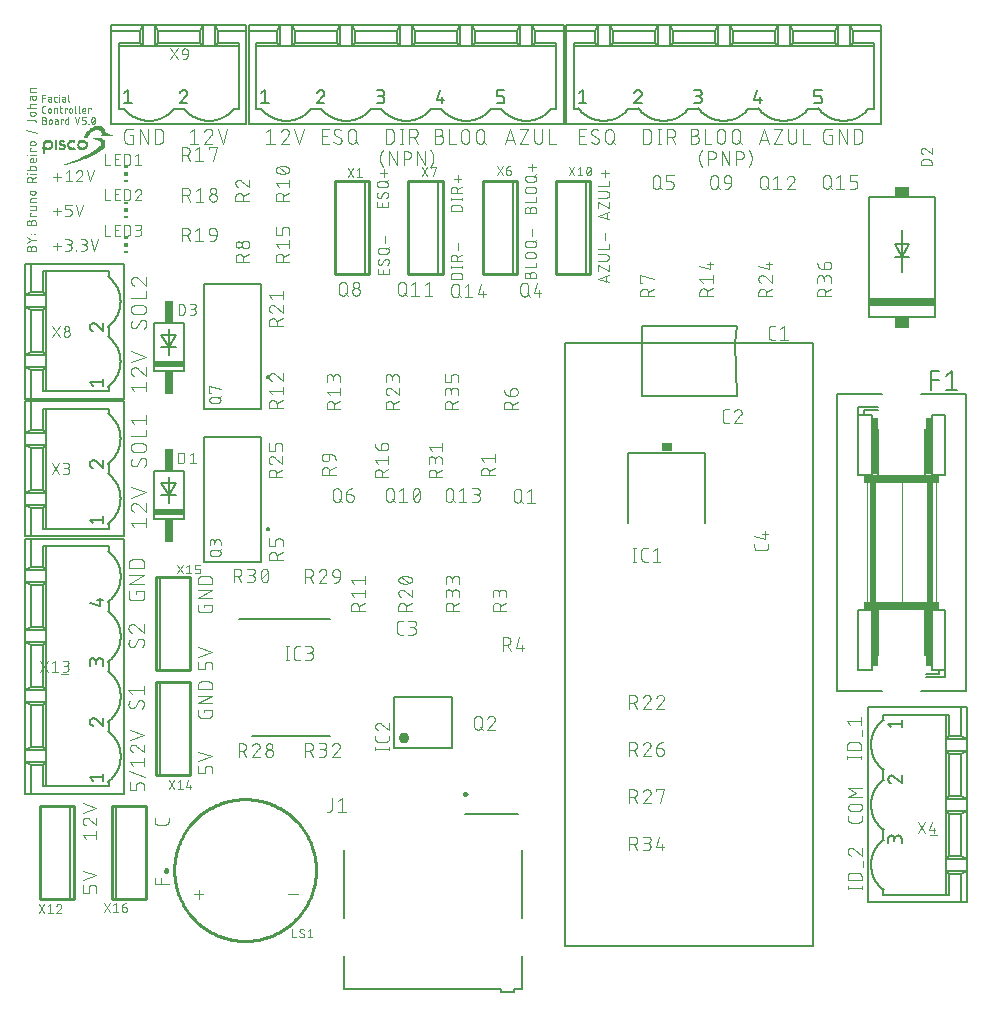
<source format=gbr>
G04 EAGLE Gerber RS-274X export*
G75*
%MOMM*%
%FSLAX34Y34*%
%LPD*%
%INSilkscreen Top*%
%IPPOS*%
%AMOC8*
5,1,8,0,0,1.08239X$1,22.5*%
G01*
%ADD10C,0.101600*%
%ADD11C,0.076200*%
%ADD12R,0.081281X0.020319*%
%ADD13R,0.121919X0.020319*%
%ADD14R,0.142238X0.020319*%
%ADD15R,0.162556X0.020319*%
%ADD16R,0.182881X0.020319*%
%ADD17R,0.203200X0.020319*%
%ADD18R,0.223519X0.020319*%
%ADD19R,0.264163X0.020319*%
%ADD20R,0.264156X0.020319*%
%ADD21R,0.304800X0.020319*%
%ADD22R,0.325119X0.020319*%
%ADD23R,0.345438X0.020319*%
%ADD24R,0.365756X0.020319*%
%ADD25R,0.386081X0.020319*%
%ADD26R,0.406400X0.020319*%
%ADD27R,0.426719X0.020319*%
%ADD28R,0.447038X0.020319*%
%ADD29R,0.467356X0.020319*%
%ADD30R,0.467363X0.020319*%
%ADD31R,0.182875X0.020319*%
%ADD32R,0.487681X0.020319*%
%ADD33R,0.060956X0.020319*%
%ADD34R,0.101600X0.020319*%
%ADD35R,0.284475X0.020319*%
%ADD36R,0.690875X0.020319*%
%ADD37R,0.487675X0.020319*%
%ADD38R,0.731519X0.020319*%
%ADD39R,0.528319X0.020319*%
%ADD40R,0.548638X0.020319*%
%ADD41R,0.751838X0.020319*%
%ADD42R,0.589281X0.020319*%
%ADD43R,0.772156X0.020319*%
%ADD44R,0.650238X0.020319*%
%ADD45R,0.792475X0.020319*%
%ADD46R,0.162562X0.020319*%
%ADD47R,0.243838X0.020319*%
%ADD48R,0.568956X0.020319*%
%ADD49R,0.690881X0.020319*%
%ADD50R,0.040638X0.020319*%
%ADD51R,0.284481X0.020319*%
%ADD52R,0.386075X0.020319*%
%ADD53R,0.365762X0.020319*%
%ADD54R,0.711200X0.020319*%
%ADD55R,0.670563X0.020319*%
%ADD56R,0.629919X0.020319*%
%ADD57R,0.508000X0.020319*%
%ADD58R,0.609600X0.020319*%
%ADD59R,0.670556X0.020319*%
%ADD60R,0.955038X0.020319*%
%ADD61R,0.873756X0.020319*%
%ADD62R,0.792481X0.020319*%
%ADD63R,1.239519X0.020319*%
%ADD64R,1.219200X0.020319*%
%ADD65R,1.158238X0.020319*%
%ADD66R,1.137919X0.020319*%
%ADD67R,1.076956X0.020319*%
%ADD68R,1.036319X0.020319*%
%ADD69R,0.975356X0.020319*%
%ADD70R,0.914400X0.020319*%
%ADD71R,0.853438X0.020319*%
%ADD72C,0.050800*%
%ADD73C,0.152400*%
%ADD74R,2.540000X0.508000*%
%ADD75R,0.762000X1.905000*%
%ADD76C,0.254000*%
%ADD77C,0.127000*%
%ADD78C,0.203200*%
%ADD79R,0.863600X0.762000*%
%ADD80C,0.200000*%
%ADD81R,5.588000X0.762000*%
%ADD82R,1.270000X0.889000*%
%ADD83R,0.300000X0.150000*%
%ADD84R,0.300000X0.300000*%
%ADD85R,1.143000X0.635000*%
%ADD86R,4.064000X0.635000*%
%ADD87R,0.508000X10.160000*%
%ADD88R,0.127000X3.937000*%
%ADD89R,0.508000X4.826000*%
%ADD90C,0.177800*%
%ADD91C,0.240000*%
%ADD92C,0.919200*%


D10*
X206038Y708658D02*
X209495Y711424D01*
X209495Y698978D01*
X206038Y698978D02*
X212952Y698978D01*
X225069Y708313D02*
X225067Y708424D01*
X225061Y708535D01*
X225051Y708646D01*
X225037Y708756D01*
X225020Y708866D01*
X224998Y708975D01*
X224972Y709083D01*
X224943Y709190D01*
X224910Y709296D01*
X224873Y709401D01*
X224832Y709504D01*
X224788Y709606D01*
X224740Y709706D01*
X224688Y709804D01*
X224633Y709901D01*
X224575Y709995D01*
X224513Y710088D01*
X224448Y710178D01*
X224380Y710266D01*
X224309Y710351D01*
X224235Y710434D01*
X224158Y710514D01*
X224078Y710591D01*
X223995Y710665D01*
X223910Y710736D01*
X223822Y710804D01*
X223732Y710869D01*
X223639Y710931D01*
X223545Y710989D01*
X223448Y711044D01*
X223350Y711096D01*
X223250Y711144D01*
X223148Y711188D01*
X223045Y711229D01*
X222940Y711266D01*
X222834Y711299D01*
X222727Y711328D01*
X222619Y711354D01*
X222510Y711376D01*
X222400Y711393D01*
X222290Y711407D01*
X222179Y711417D01*
X222068Y711423D01*
X221957Y711425D01*
X221957Y711424D02*
X221831Y711422D01*
X221706Y711416D01*
X221581Y711406D01*
X221456Y711392D01*
X221331Y711375D01*
X221207Y711353D01*
X221084Y711328D01*
X220962Y711298D01*
X220841Y711265D01*
X220721Y711228D01*
X220602Y711187D01*
X220485Y711143D01*
X220368Y711095D01*
X220254Y711043D01*
X220141Y710988D01*
X220030Y710929D01*
X219921Y710867D01*
X219814Y710801D01*
X219709Y710732D01*
X219606Y710660D01*
X219506Y710584D01*
X219408Y710505D01*
X219312Y710424D01*
X219219Y710339D01*
X219129Y710252D01*
X219042Y710161D01*
X218957Y710068D01*
X218876Y709973D01*
X218797Y709875D01*
X218722Y709774D01*
X218649Y709671D01*
X218581Y709566D01*
X218515Y709459D01*
X218453Y709350D01*
X218394Y709239D01*
X218339Y709126D01*
X218287Y709011D01*
X218239Y708895D01*
X218195Y708777D01*
X218154Y708659D01*
X224031Y705893D02*
X224111Y705972D01*
X224189Y706054D01*
X224264Y706138D01*
X224335Y706225D01*
X224404Y706314D01*
X224470Y706406D01*
X224533Y706499D01*
X224593Y706595D01*
X224649Y706693D01*
X224702Y706792D01*
X224752Y706894D01*
X224798Y706996D01*
X224840Y707101D01*
X224880Y707207D01*
X224915Y707314D01*
X224947Y707422D01*
X224975Y707531D01*
X225000Y707641D01*
X225021Y707752D01*
X225038Y707863D01*
X225051Y707975D01*
X225060Y708088D01*
X225066Y708200D01*
X225068Y708313D01*
X224031Y705892D02*
X218154Y698978D01*
X225068Y698978D01*
X233727Y698978D02*
X229578Y711424D01*
X237875Y711424D02*
X233727Y698978D01*
X253168Y698958D02*
X258700Y698958D01*
X253168Y698958D02*
X253168Y711404D01*
X258700Y711404D01*
X257317Y705872D02*
X253168Y705872D01*
X266986Y698958D02*
X267089Y698960D01*
X267193Y698966D01*
X267296Y698975D01*
X267398Y698989D01*
X267500Y699006D01*
X267601Y699027D01*
X267702Y699052D01*
X267801Y699081D01*
X267900Y699113D01*
X267997Y699149D01*
X268092Y699189D01*
X268186Y699232D01*
X268278Y699279D01*
X268369Y699329D01*
X268458Y699382D01*
X268544Y699439D01*
X268629Y699498D01*
X268711Y699561D01*
X268790Y699627D01*
X268867Y699696D01*
X268942Y699768D01*
X269014Y699843D01*
X269083Y699920D01*
X269149Y699999D01*
X269212Y700081D01*
X269271Y700166D01*
X269328Y700252D01*
X269381Y700341D01*
X269431Y700432D01*
X269478Y700524D01*
X269521Y700618D01*
X269561Y700713D01*
X269597Y700810D01*
X269629Y700909D01*
X269658Y701008D01*
X269683Y701109D01*
X269704Y701210D01*
X269721Y701312D01*
X269735Y701414D01*
X269744Y701517D01*
X269750Y701621D01*
X269752Y701724D01*
X266986Y698958D02*
X266837Y698960D01*
X266688Y698966D01*
X266540Y698975D01*
X266392Y698988D01*
X266244Y699005D01*
X266097Y699026D01*
X265950Y699051D01*
X265804Y699079D01*
X265658Y699111D01*
X265514Y699147D01*
X265370Y699186D01*
X265228Y699229D01*
X265086Y699275D01*
X264946Y699326D01*
X264808Y699379D01*
X264670Y699437D01*
X264534Y699497D01*
X264400Y699561D01*
X264267Y699629D01*
X264137Y699700D01*
X264008Y699774D01*
X263881Y699852D01*
X263756Y699932D01*
X263633Y700016D01*
X263512Y700103D01*
X263393Y700193D01*
X263277Y700286D01*
X263163Y700382D01*
X263052Y700481D01*
X262943Y700582D01*
X262837Y700687D01*
X263183Y708638D02*
X263185Y708741D01*
X263191Y708845D01*
X263200Y708948D01*
X263214Y709050D01*
X263231Y709152D01*
X263252Y709253D01*
X263277Y709354D01*
X263306Y709453D01*
X263338Y709552D01*
X263374Y709649D01*
X263414Y709744D01*
X263457Y709838D01*
X263504Y709930D01*
X263554Y710021D01*
X263607Y710110D01*
X263664Y710196D01*
X263723Y710281D01*
X263786Y710363D01*
X263852Y710442D01*
X263921Y710519D01*
X263993Y710594D01*
X264068Y710666D01*
X264145Y710735D01*
X264224Y710801D01*
X264307Y710864D01*
X264391Y710923D01*
X264477Y710980D01*
X264566Y711033D01*
X264657Y711083D01*
X264749Y711130D01*
X264843Y711173D01*
X264938Y711213D01*
X265035Y711249D01*
X265134Y711281D01*
X265233Y711310D01*
X265334Y711335D01*
X265435Y711356D01*
X265537Y711373D01*
X265639Y711387D01*
X265742Y711396D01*
X265846Y711402D01*
X265949Y711404D01*
X266088Y711402D01*
X266227Y711397D01*
X266366Y711387D01*
X266504Y711374D01*
X266642Y711357D01*
X266780Y711337D01*
X266917Y711313D01*
X267053Y711285D01*
X267188Y711254D01*
X267323Y711219D01*
X267457Y711180D01*
X267589Y711138D01*
X267720Y711092D01*
X267850Y711043D01*
X267979Y710990D01*
X268106Y710934D01*
X268232Y710875D01*
X268356Y710812D01*
X268478Y710745D01*
X268599Y710676D01*
X268717Y710603D01*
X268834Y710528D01*
X268948Y710449D01*
X269061Y710367D01*
X264566Y706218D02*
X264477Y706272D01*
X264390Y706330D01*
X264306Y706391D01*
X264224Y706455D01*
X264144Y706522D01*
X264067Y706592D01*
X263992Y706665D01*
X263921Y706741D01*
X263852Y706819D01*
X263786Y706899D01*
X263723Y706982D01*
X263663Y707067D01*
X263606Y707155D01*
X263553Y707244D01*
X263503Y707336D01*
X263457Y707429D01*
X263413Y707524D01*
X263374Y707620D01*
X263338Y707718D01*
X263306Y707817D01*
X263277Y707917D01*
X263252Y708018D01*
X263231Y708120D01*
X263214Y708223D01*
X263200Y708326D01*
X263191Y708430D01*
X263185Y708534D01*
X263183Y708638D01*
X268369Y704144D02*
X268458Y704090D01*
X268544Y704032D01*
X268629Y703971D01*
X268711Y703907D01*
X268791Y703840D01*
X268868Y703770D01*
X268942Y703697D01*
X269014Y703621D01*
X269083Y703543D01*
X269149Y703463D01*
X269212Y703380D01*
X269272Y703295D01*
X269329Y703207D01*
X269382Y703118D01*
X269432Y703026D01*
X269478Y702933D01*
X269522Y702838D01*
X269561Y702742D01*
X269597Y702644D01*
X269629Y702545D01*
X269658Y702445D01*
X269683Y702344D01*
X269704Y702242D01*
X269721Y702139D01*
X269735Y702036D01*
X269744Y701932D01*
X269750Y701828D01*
X269752Y701724D01*
X268369Y704144D02*
X264566Y706218D01*
X275236Y707947D02*
X275236Y702415D01*
X275237Y707947D02*
X275239Y708064D01*
X275245Y708180D01*
X275255Y708297D01*
X275269Y708413D01*
X275286Y708528D01*
X275308Y708643D01*
X275333Y708757D01*
X275362Y708870D01*
X275396Y708982D01*
X275432Y709093D01*
X275473Y709202D01*
X275517Y709310D01*
X275565Y709417D01*
X275616Y709522D01*
X275671Y709625D01*
X275730Y709726D01*
X275792Y709825D01*
X275857Y709922D01*
X275925Y710017D01*
X275996Y710109D01*
X276071Y710199D01*
X276149Y710286D01*
X276229Y710371D01*
X276312Y710453D01*
X276398Y710532D01*
X276487Y710608D01*
X276578Y710681D01*
X276671Y710751D01*
X276767Y710817D01*
X276865Y710881D01*
X276966Y710941D01*
X277068Y710998D01*
X277172Y711051D01*
X277277Y711100D01*
X277385Y711146D01*
X277493Y711189D01*
X277604Y711228D01*
X277715Y711262D01*
X277827Y711294D01*
X277941Y711321D01*
X278055Y711345D01*
X278171Y711364D01*
X278286Y711380D01*
X278402Y711392D01*
X278519Y711400D01*
X278636Y711404D01*
X278752Y711404D01*
X278869Y711400D01*
X278986Y711392D01*
X279102Y711380D01*
X279217Y711364D01*
X279333Y711345D01*
X279447Y711321D01*
X279561Y711294D01*
X279673Y711262D01*
X279784Y711228D01*
X279895Y711189D01*
X280003Y711146D01*
X280111Y711100D01*
X280216Y711051D01*
X280320Y710998D01*
X280423Y710941D01*
X280523Y710881D01*
X280621Y710817D01*
X280717Y710751D01*
X280810Y710681D01*
X280901Y710608D01*
X280990Y710532D01*
X281076Y710453D01*
X281159Y710371D01*
X281239Y710286D01*
X281317Y710199D01*
X281392Y710109D01*
X281463Y710017D01*
X281531Y709922D01*
X281596Y709825D01*
X281658Y709726D01*
X281717Y709625D01*
X281772Y709522D01*
X281823Y709417D01*
X281871Y709310D01*
X281915Y709202D01*
X281956Y709093D01*
X281992Y708982D01*
X282026Y708870D01*
X282055Y708757D01*
X282080Y708643D01*
X282102Y708528D01*
X282119Y708413D01*
X282133Y708297D01*
X282143Y708180D01*
X282149Y708064D01*
X282151Y707947D01*
X282151Y702415D01*
X282149Y702298D01*
X282143Y702182D01*
X282133Y702065D01*
X282119Y701949D01*
X282102Y701834D01*
X282080Y701719D01*
X282055Y701605D01*
X282026Y701492D01*
X281992Y701380D01*
X281956Y701269D01*
X281915Y701160D01*
X281871Y701052D01*
X281823Y700945D01*
X281772Y700840D01*
X281717Y700737D01*
X281658Y700636D01*
X281596Y700537D01*
X281531Y700440D01*
X281463Y700345D01*
X281392Y700253D01*
X281317Y700163D01*
X281239Y700076D01*
X281159Y699991D01*
X281076Y699909D01*
X280990Y699830D01*
X280901Y699754D01*
X280810Y699681D01*
X280717Y699611D01*
X280621Y699545D01*
X280523Y699481D01*
X280423Y699421D01*
X280320Y699364D01*
X280216Y699311D01*
X280111Y699262D01*
X280003Y699216D01*
X279895Y699173D01*
X279784Y699134D01*
X279673Y699100D01*
X279561Y699068D01*
X279447Y699041D01*
X279333Y699017D01*
X279217Y698998D01*
X279102Y698982D01*
X278986Y698970D01*
X278869Y698962D01*
X278752Y698958D01*
X278636Y698958D01*
X278519Y698962D01*
X278402Y698970D01*
X278286Y698982D01*
X278171Y698998D01*
X278055Y699017D01*
X277941Y699041D01*
X277827Y699068D01*
X277715Y699100D01*
X277604Y699134D01*
X277493Y699173D01*
X277385Y699216D01*
X277277Y699262D01*
X277172Y699311D01*
X277068Y699364D01*
X276966Y699421D01*
X276865Y699481D01*
X276767Y699545D01*
X276671Y699611D01*
X276578Y699681D01*
X276487Y699754D01*
X276398Y699830D01*
X276312Y699909D01*
X276229Y699991D01*
X276149Y700076D01*
X276071Y700163D01*
X275996Y700253D01*
X275925Y700345D01*
X275857Y700440D01*
X275792Y700537D01*
X275730Y700636D01*
X275671Y700737D01*
X275616Y700840D01*
X275565Y700945D01*
X275517Y701052D01*
X275473Y701160D01*
X275432Y701269D01*
X275396Y701380D01*
X275362Y701492D01*
X275333Y701605D01*
X275308Y701719D01*
X275286Y701834D01*
X275269Y701949D01*
X275255Y702065D01*
X275245Y702182D01*
X275239Y702298D01*
X275237Y702415D01*
X280768Y701724D02*
X283534Y698958D01*
X306918Y699068D02*
X306918Y711514D01*
X310375Y711514D01*
X310491Y711512D01*
X310606Y711506D01*
X310721Y711497D01*
X310836Y711483D01*
X310950Y711466D01*
X311064Y711445D01*
X311176Y711420D01*
X311288Y711391D01*
X311399Y711359D01*
X311509Y711323D01*
X311617Y711283D01*
X311725Y711240D01*
X311830Y711193D01*
X311934Y711142D01*
X312036Y711089D01*
X312137Y711031D01*
X312235Y710971D01*
X312331Y710907D01*
X312426Y710840D01*
X312517Y710770D01*
X312607Y710697D01*
X312694Y710621D01*
X312778Y710542D01*
X312860Y710460D01*
X312939Y710376D01*
X313015Y710289D01*
X313088Y710199D01*
X313158Y710108D01*
X313225Y710013D01*
X313289Y709917D01*
X313349Y709819D01*
X313407Y709718D01*
X313460Y709616D01*
X313511Y709512D01*
X313558Y709407D01*
X313601Y709299D01*
X313641Y709191D01*
X313677Y709081D01*
X313709Y708970D01*
X313738Y708858D01*
X313763Y708746D01*
X313784Y708632D01*
X313801Y708518D01*
X313815Y708403D01*
X313824Y708288D01*
X313830Y708172D01*
X313832Y708057D01*
X313832Y702525D01*
X313830Y702409D01*
X313824Y702294D01*
X313815Y702179D01*
X313801Y702064D01*
X313784Y701950D01*
X313763Y701836D01*
X313738Y701724D01*
X313709Y701612D01*
X313677Y701501D01*
X313641Y701391D01*
X313601Y701283D01*
X313558Y701175D01*
X313511Y701070D01*
X313460Y700966D01*
X313407Y700864D01*
X313349Y700763D01*
X313289Y700665D01*
X313225Y700569D01*
X313158Y700474D01*
X313088Y700383D01*
X313015Y700293D01*
X312939Y700206D01*
X312860Y700122D01*
X312778Y700040D01*
X312694Y699961D01*
X312607Y699885D01*
X312517Y699812D01*
X312426Y699742D01*
X312331Y699675D01*
X312235Y699611D01*
X312137Y699551D01*
X312036Y699493D01*
X311934Y699440D01*
X311830Y699389D01*
X311725Y699342D01*
X311617Y699299D01*
X311509Y699259D01*
X311399Y699223D01*
X311288Y699191D01*
X311176Y699162D01*
X311064Y699137D01*
X310950Y699116D01*
X310836Y699099D01*
X310721Y699085D01*
X310606Y699076D01*
X310491Y699070D01*
X310375Y699068D01*
X306918Y699068D01*
X320472Y699068D02*
X320472Y711514D01*
X319089Y699068D02*
X321855Y699068D01*
X321855Y711514D02*
X319089Y711514D01*
X327187Y711514D02*
X327187Y699068D01*
X327187Y711514D02*
X330644Y711514D01*
X330761Y711512D01*
X330877Y711506D01*
X330994Y711496D01*
X331110Y711482D01*
X331225Y711465D01*
X331340Y711443D01*
X331454Y711418D01*
X331567Y711389D01*
X331679Y711355D01*
X331790Y711319D01*
X331899Y711278D01*
X332007Y711234D01*
X332114Y711186D01*
X332219Y711135D01*
X332322Y711080D01*
X332423Y711021D01*
X332522Y710959D01*
X332619Y710894D01*
X332714Y710826D01*
X332806Y710755D01*
X332896Y710680D01*
X332983Y710602D01*
X333068Y710522D01*
X333150Y710439D01*
X333229Y710353D01*
X333305Y710264D01*
X333378Y710173D01*
X333448Y710080D01*
X333514Y709984D01*
X333578Y709886D01*
X333638Y709786D01*
X333695Y709683D01*
X333748Y709579D01*
X333797Y709474D01*
X333843Y709366D01*
X333886Y709258D01*
X333925Y709147D01*
X333959Y709036D01*
X333991Y708924D01*
X334018Y708810D01*
X334042Y708696D01*
X334061Y708580D01*
X334077Y708465D01*
X334089Y708349D01*
X334097Y708232D01*
X334101Y708115D01*
X334101Y707999D01*
X334097Y707882D01*
X334089Y707765D01*
X334077Y707649D01*
X334061Y707534D01*
X334042Y707418D01*
X334018Y707304D01*
X333991Y707190D01*
X333959Y707078D01*
X333925Y706967D01*
X333886Y706856D01*
X333843Y706748D01*
X333797Y706640D01*
X333748Y706535D01*
X333695Y706431D01*
X333638Y706329D01*
X333578Y706228D01*
X333514Y706130D01*
X333448Y706034D01*
X333378Y705941D01*
X333305Y705850D01*
X333229Y705761D01*
X333150Y705675D01*
X333068Y705592D01*
X332983Y705512D01*
X332896Y705434D01*
X332806Y705359D01*
X332714Y705288D01*
X332619Y705220D01*
X332522Y705155D01*
X332423Y705093D01*
X332322Y705034D01*
X332219Y704979D01*
X332114Y704928D01*
X332007Y704880D01*
X331899Y704836D01*
X331790Y704795D01*
X331679Y704759D01*
X331567Y704725D01*
X331454Y704696D01*
X331340Y704671D01*
X331225Y704649D01*
X331110Y704632D01*
X330994Y704618D01*
X330877Y704608D01*
X330761Y704602D01*
X330644Y704600D01*
X327187Y704600D01*
X331335Y704600D02*
X334101Y699068D01*
X348928Y705832D02*
X352385Y705832D01*
X352502Y705830D01*
X352618Y705824D01*
X352735Y705814D01*
X352851Y705800D01*
X352966Y705783D01*
X353081Y705761D01*
X353195Y705736D01*
X353308Y705707D01*
X353420Y705673D01*
X353531Y705637D01*
X353640Y705596D01*
X353748Y705552D01*
X353855Y705504D01*
X353960Y705453D01*
X354063Y705398D01*
X354164Y705339D01*
X354263Y705277D01*
X354360Y705212D01*
X354455Y705144D01*
X354547Y705073D01*
X354637Y704998D01*
X354724Y704920D01*
X354809Y704840D01*
X354891Y704757D01*
X354970Y704671D01*
X355046Y704582D01*
X355119Y704491D01*
X355189Y704398D01*
X355255Y704302D01*
X355319Y704204D01*
X355379Y704104D01*
X355436Y704001D01*
X355489Y703897D01*
X355538Y703792D01*
X355584Y703684D01*
X355627Y703576D01*
X355666Y703465D01*
X355700Y703354D01*
X355732Y703242D01*
X355759Y703128D01*
X355783Y703014D01*
X355802Y702898D01*
X355818Y702783D01*
X355830Y702667D01*
X355838Y702550D01*
X355842Y702433D01*
X355842Y702317D01*
X355838Y702200D01*
X355830Y702083D01*
X355818Y701967D01*
X355802Y701852D01*
X355783Y701736D01*
X355759Y701622D01*
X355732Y701508D01*
X355700Y701396D01*
X355666Y701285D01*
X355627Y701174D01*
X355584Y701066D01*
X355538Y700958D01*
X355489Y700853D01*
X355436Y700749D01*
X355379Y700647D01*
X355319Y700546D01*
X355255Y700448D01*
X355189Y700352D01*
X355119Y700259D01*
X355046Y700168D01*
X354970Y700079D01*
X354891Y699993D01*
X354809Y699910D01*
X354724Y699830D01*
X354637Y699752D01*
X354547Y699677D01*
X354455Y699606D01*
X354360Y699538D01*
X354263Y699473D01*
X354164Y699411D01*
X354063Y699352D01*
X353960Y699297D01*
X353855Y699246D01*
X353748Y699198D01*
X353640Y699154D01*
X353531Y699113D01*
X353420Y699077D01*
X353308Y699043D01*
X353195Y699014D01*
X353081Y698989D01*
X352966Y698967D01*
X352851Y698950D01*
X352735Y698936D01*
X352618Y698926D01*
X352502Y698920D01*
X352385Y698918D01*
X348928Y698918D01*
X348928Y711364D01*
X352385Y711364D01*
X352488Y711362D01*
X352592Y711356D01*
X352695Y711347D01*
X352797Y711333D01*
X352899Y711316D01*
X353000Y711295D01*
X353101Y711270D01*
X353200Y711241D01*
X353299Y711209D01*
X353396Y711173D01*
X353491Y711133D01*
X353585Y711090D01*
X353677Y711043D01*
X353768Y710993D01*
X353857Y710940D01*
X353943Y710883D01*
X354028Y710824D01*
X354110Y710761D01*
X354189Y710695D01*
X354266Y710626D01*
X354341Y710554D01*
X354413Y710479D01*
X354482Y710402D01*
X354548Y710323D01*
X354611Y710241D01*
X354670Y710156D01*
X354727Y710070D01*
X354780Y709981D01*
X354830Y709890D01*
X354877Y709798D01*
X354920Y709704D01*
X354960Y709609D01*
X354996Y709512D01*
X355028Y709413D01*
X355057Y709314D01*
X355082Y709213D01*
X355103Y709112D01*
X355120Y709010D01*
X355134Y708908D01*
X355143Y708805D01*
X355149Y708701D01*
X355151Y708598D01*
X355149Y708495D01*
X355143Y708391D01*
X355134Y708288D01*
X355120Y708186D01*
X355103Y708084D01*
X355082Y707983D01*
X355057Y707882D01*
X355028Y707783D01*
X354996Y707684D01*
X354960Y707587D01*
X354920Y707492D01*
X354877Y707398D01*
X354830Y707306D01*
X354780Y707215D01*
X354727Y707126D01*
X354670Y707040D01*
X354611Y706955D01*
X354548Y706873D01*
X354482Y706794D01*
X354413Y706717D01*
X354341Y706642D01*
X354266Y706570D01*
X354189Y706501D01*
X354110Y706435D01*
X354028Y706372D01*
X353943Y706313D01*
X353857Y706256D01*
X353768Y706203D01*
X353677Y706153D01*
X353585Y706106D01*
X353491Y706063D01*
X353396Y706023D01*
X353299Y705987D01*
X353200Y705955D01*
X353101Y705926D01*
X353000Y705901D01*
X352899Y705880D01*
X352797Y705863D01*
X352695Y705849D01*
X352592Y705840D01*
X352488Y705834D01*
X352385Y705832D01*
X360893Y711364D02*
X360893Y698918D01*
X366424Y698918D01*
X370966Y702375D02*
X370966Y707907D01*
X370968Y708024D01*
X370974Y708140D01*
X370984Y708257D01*
X370998Y708373D01*
X371015Y708488D01*
X371037Y708603D01*
X371062Y708717D01*
X371091Y708830D01*
X371125Y708942D01*
X371161Y709053D01*
X371202Y709162D01*
X371246Y709270D01*
X371294Y709377D01*
X371345Y709482D01*
X371400Y709585D01*
X371459Y709686D01*
X371521Y709785D01*
X371586Y709882D01*
X371654Y709977D01*
X371725Y710069D01*
X371800Y710159D01*
X371878Y710246D01*
X371958Y710331D01*
X372041Y710413D01*
X372127Y710492D01*
X372216Y710568D01*
X372307Y710641D01*
X372400Y710711D01*
X372496Y710777D01*
X372594Y710841D01*
X372695Y710901D01*
X372797Y710958D01*
X372901Y711011D01*
X373006Y711060D01*
X373114Y711106D01*
X373222Y711149D01*
X373333Y711188D01*
X373444Y711222D01*
X373556Y711254D01*
X373670Y711281D01*
X373784Y711305D01*
X373900Y711324D01*
X374015Y711340D01*
X374131Y711352D01*
X374248Y711360D01*
X374365Y711364D01*
X374481Y711364D01*
X374598Y711360D01*
X374715Y711352D01*
X374831Y711340D01*
X374946Y711324D01*
X375062Y711305D01*
X375176Y711281D01*
X375290Y711254D01*
X375402Y711222D01*
X375513Y711188D01*
X375624Y711149D01*
X375732Y711106D01*
X375840Y711060D01*
X375945Y711011D01*
X376049Y710958D01*
X376152Y710901D01*
X376252Y710841D01*
X376350Y710777D01*
X376446Y710711D01*
X376539Y710641D01*
X376630Y710568D01*
X376719Y710492D01*
X376805Y710413D01*
X376888Y710331D01*
X376968Y710246D01*
X377046Y710159D01*
X377121Y710069D01*
X377192Y709977D01*
X377260Y709882D01*
X377325Y709785D01*
X377387Y709686D01*
X377446Y709585D01*
X377501Y709482D01*
X377552Y709377D01*
X377600Y709270D01*
X377644Y709162D01*
X377685Y709053D01*
X377721Y708942D01*
X377755Y708830D01*
X377784Y708717D01*
X377809Y708603D01*
X377831Y708488D01*
X377848Y708373D01*
X377862Y708257D01*
X377872Y708140D01*
X377878Y708024D01*
X377880Y707907D01*
X377880Y702375D01*
X377878Y702258D01*
X377872Y702142D01*
X377862Y702025D01*
X377848Y701909D01*
X377831Y701794D01*
X377809Y701679D01*
X377784Y701565D01*
X377755Y701452D01*
X377721Y701340D01*
X377685Y701229D01*
X377644Y701120D01*
X377600Y701012D01*
X377552Y700905D01*
X377501Y700800D01*
X377446Y700697D01*
X377387Y700596D01*
X377325Y700497D01*
X377260Y700400D01*
X377192Y700305D01*
X377121Y700213D01*
X377046Y700123D01*
X376968Y700036D01*
X376888Y699951D01*
X376805Y699869D01*
X376719Y699790D01*
X376630Y699714D01*
X376539Y699641D01*
X376446Y699571D01*
X376350Y699505D01*
X376252Y699441D01*
X376152Y699381D01*
X376049Y699324D01*
X375945Y699271D01*
X375840Y699222D01*
X375732Y699176D01*
X375624Y699133D01*
X375513Y699094D01*
X375402Y699060D01*
X375290Y699028D01*
X375176Y699001D01*
X375062Y698977D01*
X374946Y698958D01*
X374831Y698942D01*
X374715Y698930D01*
X374598Y698922D01*
X374481Y698918D01*
X374365Y698918D01*
X374248Y698922D01*
X374131Y698930D01*
X374015Y698942D01*
X373900Y698958D01*
X373784Y698977D01*
X373670Y699001D01*
X373556Y699028D01*
X373444Y699060D01*
X373333Y699094D01*
X373222Y699133D01*
X373114Y699176D01*
X373006Y699222D01*
X372901Y699271D01*
X372797Y699324D01*
X372695Y699381D01*
X372594Y699441D01*
X372496Y699505D01*
X372400Y699571D01*
X372307Y699641D01*
X372216Y699714D01*
X372127Y699790D01*
X372041Y699869D01*
X371958Y699951D01*
X371878Y700036D01*
X371800Y700123D01*
X371725Y700213D01*
X371654Y700305D01*
X371586Y700400D01*
X371521Y700497D01*
X371459Y700596D01*
X371400Y700697D01*
X371345Y700800D01*
X371294Y700905D01*
X371246Y701012D01*
X371202Y701120D01*
X371161Y701229D01*
X371125Y701340D01*
X371091Y701452D01*
X371062Y701565D01*
X371037Y701679D01*
X371015Y701794D01*
X370998Y701909D01*
X370984Y702025D01*
X370974Y702142D01*
X370968Y702258D01*
X370966Y702375D01*
X383769Y702375D02*
X383769Y707907D01*
X383771Y708024D01*
X383777Y708140D01*
X383787Y708257D01*
X383801Y708373D01*
X383818Y708488D01*
X383840Y708603D01*
X383865Y708717D01*
X383894Y708830D01*
X383928Y708942D01*
X383964Y709053D01*
X384005Y709162D01*
X384049Y709270D01*
X384097Y709377D01*
X384148Y709482D01*
X384203Y709585D01*
X384262Y709686D01*
X384324Y709785D01*
X384389Y709882D01*
X384457Y709977D01*
X384528Y710069D01*
X384603Y710159D01*
X384681Y710246D01*
X384761Y710331D01*
X384844Y710413D01*
X384930Y710492D01*
X385019Y710568D01*
X385110Y710641D01*
X385203Y710711D01*
X385299Y710777D01*
X385397Y710841D01*
X385498Y710901D01*
X385600Y710958D01*
X385704Y711011D01*
X385809Y711060D01*
X385917Y711106D01*
X386025Y711149D01*
X386136Y711188D01*
X386247Y711222D01*
X386359Y711254D01*
X386473Y711281D01*
X386587Y711305D01*
X386703Y711324D01*
X386818Y711340D01*
X386934Y711352D01*
X387051Y711360D01*
X387168Y711364D01*
X387284Y711364D01*
X387401Y711360D01*
X387518Y711352D01*
X387634Y711340D01*
X387749Y711324D01*
X387865Y711305D01*
X387979Y711281D01*
X388093Y711254D01*
X388205Y711222D01*
X388316Y711188D01*
X388427Y711149D01*
X388535Y711106D01*
X388643Y711060D01*
X388748Y711011D01*
X388852Y710958D01*
X388955Y710901D01*
X389055Y710841D01*
X389153Y710777D01*
X389249Y710711D01*
X389342Y710641D01*
X389433Y710568D01*
X389522Y710492D01*
X389608Y710413D01*
X389691Y710331D01*
X389771Y710246D01*
X389849Y710159D01*
X389924Y710069D01*
X389995Y709977D01*
X390063Y709882D01*
X390128Y709785D01*
X390190Y709686D01*
X390249Y709585D01*
X390304Y709482D01*
X390355Y709377D01*
X390403Y709270D01*
X390447Y709162D01*
X390488Y709053D01*
X390524Y708942D01*
X390558Y708830D01*
X390587Y708717D01*
X390612Y708603D01*
X390634Y708488D01*
X390651Y708373D01*
X390665Y708257D01*
X390675Y708140D01*
X390681Y708024D01*
X390683Y707907D01*
X390683Y702375D01*
X390681Y702258D01*
X390675Y702142D01*
X390665Y702025D01*
X390651Y701909D01*
X390634Y701794D01*
X390612Y701679D01*
X390587Y701565D01*
X390558Y701452D01*
X390524Y701340D01*
X390488Y701229D01*
X390447Y701120D01*
X390403Y701012D01*
X390355Y700905D01*
X390304Y700800D01*
X390249Y700697D01*
X390190Y700596D01*
X390128Y700497D01*
X390063Y700400D01*
X389995Y700305D01*
X389924Y700213D01*
X389849Y700123D01*
X389771Y700036D01*
X389691Y699951D01*
X389608Y699869D01*
X389522Y699790D01*
X389433Y699714D01*
X389342Y699641D01*
X389249Y699571D01*
X389153Y699505D01*
X389055Y699441D01*
X388955Y699381D01*
X388852Y699324D01*
X388748Y699271D01*
X388643Y699222D01*
X388535Y699176D01*
X388427Y699133D01*
X388316Y699094D01*
X388205Y699060D01*
X388093Y699028D01*
X387979Y699001D01*
X387865Y698977D01*
X387749Y698958D01*
X387634Y698942D01*
X387518Y698930D01*
X387401Y698922D01*
X387284Y698918D01*
X387168Y698918D01*
X387051Y698922D01*
X386934Y698930D01*
X386818Y698942D01*
X386703Y698958D01*
X386587Y698977D01*
X386473Y699001D01*
X386359Y699028D01*
X386247Y699060D01*
X386136Y699094D01*
X386025Y699133D01*
X385917Y699176D01*
X385809Y699222D01*
X385704Y699271D01*
X385600Y699324D01*
X385498Y699381D01*
X385397Y699441D01*
X385299Y699505D01*
X385203Y699571D01*
X385110Y699641D01*
X385019Y699714D01*
X384930Y699790D01*
X384844Y699869D01*
X384761Y699951D01*
X384681Y700036D01*
X384603Y700123D01*
X384528Y700213D01*
X384457Y700305D01*
X384389Y700400D01*
X384324Y700497D01*
X384262Y700596D01*
X384203Y700697D01*
X384148Y700800D01*
X384097Y700905D01*
X384049Y701012D01*
X384005Y701120D01*
X383964Y701229D01*
X383928Y701340D01*
X383894Y701452D01*
X383865Y701565D01*
X383840Y701679D01*
X383818Y701794D01*
X383801Y701909D01*
X383787Y702025D01*
X383777Y702142D01*
X383771Y702258D01*
X383769Y702375D01*
X389300Y701684D02*
X392066Y698918D01*
X408278Y698918D02*
X412427Y711364D01*
X416575Y698918D01*
X415538Y702030D02*
X409315Y702030D01*
X420681Y711364D02*
X427596Y711364D01*
X420681Y698918D01*
X427596Y698918D01*
X432797Y702375D02*
X432797Y711364D01*
X432797Y702375D02*
X432799Y702258D01*
X432805Y702142D01*
X432815Y702025D01*
X432829Y701909D01*
X432846Y701794D01*
X432868Y701679D01*
X432893Y701565D01*
X432922Y701452D01*
X432956Y701340D01*
X432992Y701229D01*
X433033Y701120D01*
X433077Y701012D01*
X433125Y700905D01*
X433176Y700800D01*
X433231Y700697D01*
X433290Y700596D01*
X433352Y700497D01*
X433417Y700400D01*
X433485Y700305D01*
X433556Y700213D01*
X433631Y700123D01*
X433709Y700036D01*
X433789Y699951D01*
X433872Y699869D01*
X433958Y699790D01*
X434047Y699714D01*
X434138Y699641D01*
X434231Y699571D01*
X434327Y699505D01*
X434425Y699441D01*
X434526Y699381D01*
X434628Y699324D01*
X434732Y699271D01*
X434837Y699222D01*
X434945Y699176D01*
X435053Y699133D01*
X435164Y699094D01*
X435275Y699060D01*
X435387Y699028D01*
X435501Y699001D01*
X435615Y698977D01*
X435731Y698958D01*
X435846Y698942D01*
X435962Y698930D01*
X436079Y698922D01*
X436196Y698918D01*
X436312Y698918D01*
X436429Y698922D01*
X436546Y698930D01*
X436662Y698942D01*
X436777Y698958D01*
X436893Y698977D01*
X437007Y699001D01*
X437121Y699028D01*
X437233Y699060D01*
X437344Y699094D01*
X437455Y699133D01*
X437563Y699176D01*
X437671Y699222D01*
X437776Y699271D01*
X437880Y699324D01*
X437983Y699381D01*
X438083Y699441D01*
X438181Y699505D01*
X438277Y699571D01*
X438370Y699641D01*
X438461Y699714D01*
X438550Y699790D01*
X438636Y699869D01*
X438719Y699951D01*
X438799Y700036D01*
X438877Y700123D01*
X438952Y700213D01*
X439023Y700305D01*
X439091Y700400D01*
X439156Y700497D01*
X439218Y700596D01*
X439277Y700697D01*
X439332Y700800D01*
X439383Y700905D01*
X439431Y701012D01*
X439475Y701120D01*
X439516Y701229D01*
X439552Y701340D01*
X439586Y701452D01*
X439615Y701565D01*
X439640Y701679D01*
X439662Y701794D01*
X439679Y701909D01*
X439693Y702025D01*
X439703Y702142D01*
X439709Y702258D01*
X439711Y702375D01*
X439712Y702375D02*
X439712Y711364D01*
X445744Y711364D02*
X445744Y698918D01*
X451275Y698918D01*
X471008Y698928D02*
X476540Y698928D01*
X471008Y698928D02*
X471008Y711374D01*
X476540Y711374D01*
X475157Y705842D02*
X471008Y705842D01*
X484826Y698928D02*
X484929Y698930D01*
X485033Y698936D01*
X485136Y698945D01*
X485238Y698959D01*
X485340Y698976D01*
X485441Y698997D01*
X485542Y699022D01*
X485641Y699051D01*
X485740Y699083D01*
X485837Y699119D01*
X485932Y699159D01*
X486026Y699202D01*
X486118Y699249D01*
X486209Y699299D01*
X486298Y699352D01*
X486384Y699409D01*
X486469Y699468D01*
X486551Y699531D01*
X486630Y699597D01*
X486707Y699666D01*
X486782Y699738D01*
X486854Y699813D01*
X486923Y699890D01*
X486989Y699969D01*
X487052Y700051D01*
X487111Y700136D01*
X487168Y700222D01*
X487221Y700311D01*
X487271Y700402D01*
X487318Y700494D01*
X487361Y700588D01*
X487401Y700683D01*
X487437Y700780D01*
X487469Y700879D01*
X487498Y700978D01*
X487523Y701079D01*
X487544Y701180D01*
X487561Y701282D01*
X487575Y701384D01*
X487584Y701487D01*
X487590Y701591D01*
X487592Y701694D01*
X484826Y698928D02*
X484677Y698930D01*
X484528Y698936D01*
X484380Y698945D01*
X484232Y698958D01*
X484084Y698975D01*
X483937Y698996D01*
X483790Y699021D01*
X483644Y699049D01*
X483498Y699081D01*
X483354Y699117D01*
X483210Y699156D01*
X483068Y699199D01*
X482926Y699245D01*
X482786Y699296D01*
X482648Y699349D01*
X482510Y699407D01*
X482374Y699467D01*
X482240Y699531D01*
X482107Y699599D01*
X481977Y699670D01*
X481848Y699744D01*
X481721Y699822D01*
X481596Y699902D01*
X481473Y699986D01*
X481352Y700073D01*
X481233Y700163D01*
X481117Y700256D01*
X481003Y700352D01*
X480892Y700451D01*
X480783Y700552D01*
X480677Y700657D01*
X481023Y708608D02*
X481025Y708711D01*
X481031Y708815D01*
X481040Y708918D01*
X481054Y709020D01*
X481071Y709122D01*
X481092Y709223D01*
X481117Y709324D01*
X481146Y709423D01*
X481178Y709522D01*
X481214Y709619D01*
X481254Y709714D01*
X481297Y709808D01*
X481344Y709900D01*
X481394Y709991D01*
X481447Y710080D01*
X481504Y710166D01*
X481563Y710251D01*
X481626Y710333D01*
X481692Y710412D01*
X481761Y710489D01*
X481833Y710564D01*
X481908Y710636D01*
X481985Y710705D01*
X482064Y710771D01*
X482147Y710834D01*
X482231Y710893D01*
X482317Y710950D01*
X482406Y711003D01*
X482497Y711053D01*
X482589Y711100D01*
X482683Y711143D01*
X482778Y711183D01*
X482875Y711219D01*
X482974Y711251D01*
X483073Y711280D01*
X483174Y711305D01*
X483275Y711326D01*
X483377Y711343D01*
X483479Y711357D01*
X483582Y711366D01*
X483686Y711372D01*
X483789Y711374D01*
X483928Y711372D01*
X484067Y711367D01*
X484206Y711357D01*
X484344Y711344D01*
X484482Y711327D01*
X484620Y711307D01*
X484757Y711283D01*
X484893Y711255D01*
X485028Y711224D01*
X485163Y711189D01*
X485297Y711150D01*
X485429Y711108D01*
X485560Y711062D01*
X485690Y711013D01*
X485819Y710960D01*
X485946Y710904D01*
X486072Y710845D01*
X486196Y710782D01*
X486318Y710715D01*
X486439Y710646D01*
X486557Y710573D01*
X486674Y710498D01*
X486788Y710419D01*
X486901Y710337D01*
X482406Y706188D02*
X482317Y706242D01*
X482230Y706300D01*
X482146Y706361D01*
X482064Y706425D01*
X481984Y706492D01*
X481907Y706562D01*
X481832Y706635D01*
X481761Y706711D01*
X481692Y706789D01*
X481626Y706869D01*
X481563Y706952D01*
X481503Y707037D01*
X481446Y707125D01*
X481393Y707214D01*
X481343Y707306D01*
X481297Y707399D01*
X481253Y707494D01*
X481214Y707590D01*
X481178Y707688D01*
X481146Y707787D01*
X481117Y707887D01*
X481092Y707988D01*
X481071Y708090D01*
X481054Y708193D01*
X481040Y708296D01*
X481031Y708400D01*
X481025Y708504D01*
X481023Y708608D01*
X486209Y704114D02*
X486298Y704060D01*
X486384Y704002D01*
X486469Y703941D01*
X486551Y703877D01*
X486631Y703810D01*
X486708Y703740D01*
X486782Y703667D01*
X486854Y703591D01*
X486923Y703513D01*
X486989Y703433D01*
X487052Y703350D01*
X487112Y703265D01*
X487169Y703177D01*
X487222Y703088D01*
X487272Y702996D01*
X487318Y702903D01*
X487362Y702808D01*
X487401Y702712D01*
X487437Y702614D01*
X487469Y702515D01*
X487498Y702415D01*
X487523Y702314D01*
X487544Y702212D01*
X487561Y702109D01*
X487575Y702006D01*
X487584Y701902D01*
X487590Y701798D01*
X487592Y701694D01*
X486209Y704114D02*
X482406Y706188D01*
X493076Y707917D02*
X493076Y702385D01*
X493077Y707917D02*
X493079Y708034D01*
X493085Y708150D01*
X493095Y708267D01*
X493109Y708383D01*
X493126Y708498D01*
X493148Y708613D01*
X493173Y708727D01*
X493202Y708840D01*
X493236Y708952D01*
X493272Y709063D01*
X493313Y709172D01*
X493357Y709280D01*
X493405Y709387D01*
X493456Y709492D01*
X493511Y709595D01*
X493570Y709696D01*
X493632Y709795D01*
X493697Y709892D01*
X493765Y709987D01*
X493836Y710079D01*
X493911Y710169D01*
X493989Y710256D01*
X494069Y710341D01*
X494152Y710423D01*
X494238Y710502D01*
X494327Y710578D01*
X494418Y710651D01*
X494511Y710721D01*
X494607Y710787D01*
X494705Y710851D01*
X494806Y710911D01*
X494908Y710968D01*
X495012Y711021D01*
X495117Y711070D01*
X495225Y711116D01*
X495333Y711159D01*
X495444Y711198D01*
X495555Y711232D01*
X495667Y711264D01*
X495781Y711291D01*
X495895Y711315D01*
X496011Y711334D01*
X496126Y711350D01*
X496242Y711362D01*
X496359Y711370D01*
X496476Y711374D01*
X496592Y711374D01*
X496709Y711370D01*
X496826Y711362D01*
X496942Y711350D01*
X497057Y711334D01*
X497173Y711315D01*
X497287Y711291D01*
X497401Y711264D01*
X497513Y711232D01*
X497624Y711198D01*
X497735Y711159D01*
X497843Y711116D01*
X497951Y711070D01*
X498056Y711021D01*
X498160Y710968D01*
X498263Y710911D01*
X498363Y710851D01*
X498461Y710787D01*
X498557Y710721D01*
X498650Y710651D01*
X498741Y710578D01*
X498830Y710502D01*
X498916Y710423D01*
X498999Y710341D01*
X499079Y710256D01*
X499157Y710169D01*
X499232Y710079D01*
X499303Y709987D01*
X499371Y709892D01*
X499436Y709795D01*
X499498Y709696D01*
X499557Y709595D01*
X499612Y709492D01*
X499663Y709387D01*
X499711Y709280D01*
X499755Y709172D01*
X499796Y709063D01*
X499832Y708952D01*
X499866Y708840D01*
X499895Y708727D01*
X499920Y708613D01*
X499942Y708498D01*
X499959Y708383D01*
X499973Y708267D01*
X499983Y708150D01*
X499989Y708034D01*
X499991Y707917D01*
X499991Y702385D01*
X499989Y702268D01*
X499983Y702152D01*
X499973Y702035D01*
X499959Y701919D01*
X499942Y701804D01*
X499920Y701689D01*
X499895Y701575D01*
X499866Y701462D01*
X499832Y701350D01*
X499796Y701239D01*
X499755Y701130D01*
X499711Y701022D01*
X499663Y700915D01*
X499612Y700810D01*
X499557Y700707D01*
X499498Y700606D01*
X499436Y700507D01*
X499371Y700410D01*
X499303Y700315D01*
X499232Y700223D01*
X499157Y700133D01*
X499079Y700046D01*
X498999Y699961D01*
X498916Y699879D01*
X498830Y699800D01*
X498741Y699724D01*
X498650Y699651D01*
X498557Y699581D01*
X498461Y699515D01*
X498363Y699451D01*
X498263Y699391D01*
X498160Y699334D01*
X498056Y699281D01*
X497951Y699232D01*
X497843Y699186D01*
X497735Y699143D01*
X497624Y699104D01*
X497513Y699070D01*
X497401Y699038D01*
X497287Y699011D01*
X497173Y698987D01*
X497057Y698968D01*
X496942Y698952D01*
X496826Y698940D01*
X496709Y698932D01*
X496592Y698928D01*
X496476Y698928D01*
X496359Y698932D01*
X496242Y698940D01*
X496126Y698952D01*
X496011Y698968D01*
X495895Y698987D01*
X495781Y699011D01*
X495667Y699038D01*
X495555Y699070D01*
X495444Y699104D01*
X495333Y699143D01*
X495225Y699186D01*
X495117Y699232D01*
X495012Y699281D01*
X494908Y699334D01*
X494806Y699391D01*
X494705Y699451D01*
X494607Y699515D01*
X494511Y699581D01*
X494418Y699651D01*
X494327Y699724D01*
X494238Y699800D01*
X494152Y699879D01*
X494069Y699961D01*
X493989Y700046D01*
X493911Y700133D01*
X493836Y700223D01*
X493765Y700315D01*
X493697Y700410D01*
X493632Y700507D01*
X493570Y700606D01*
X493511Y700707D01*
X493456Y700810D01*
X493405Y700915D01*
X493357Y701022D01*
X493313Y701130D01*
X493272Y701239D01*
X493236Y701350D01*
X493202Y701462D01*
X493173Y701575D01*
X493148Y701689D01*
X493126Y701804D01*
X493109Y701919D01*
X493095Y702035D01*
X493085Y702152D01*
X493079Y702268D01*
X493077Y702385D01*
X498608Y701694D02*
X501374Y698928D01*
X525078Y698928D02*
X525078Y711374D01*
X528535Y711374D01*
X528651Y711372D01*
X528766Y711366D01*
X528881Y711357D01*
X528996Y711343D01*
X529110Y711326D01*
X529224Y711305D01*
X529336Y711280D01*
X529448Y711251D01*
X529559Y711219D01*
X529669Y711183D01*
X529777Y711143D01*
X529885Y711100D01*
X529990Y711053D01*
X530094Y711002D01*
X530196Y710949D01*
X530297Y710891D01*
X530395Y710831D01*
X530491Y710767D01*
X530586Y710700D01*
X530677Y710630D01*
X530767Y710557D01*
X530854Y710481D01*
X530938Y710402D01*
X531020Y710320D01*
X531099Y710236D01*
X531175Y710149D01*
X531248Y710059D01*
X531318Y709968D01*
X531385Y709873D01*
X531449Y709777D01*
X531509Y709679D01*
X531567Y709578D01*
X531620Y709476D01*
X531671Y709372D01*
X531718Y709267D01*
X531761Y709159D01*
X531801Y709051D01*
X531837Y708941D01*
X531869Y708830D01*
X531898Y708718D01*
X531923Y708606D01*
X531944Y708492D01*
X531961Y708378D01*
X531975Y708263D01*
X531984Y708148D01*
X531990Y708032D01*
X531992Y707917D01*
X531992Y702385D01*
X531990Y702269D01*
X531984Y702154D01*
X531975Y702039D01*
X531961Y701924D01*
X531944Y701810D01*
X531923Y701696D01*
X531898Y701584D01*
X531869Y701472D01*
X531837Y701361D01*
X531801Y701251D01*
X531761Y701143D01*
X531718Y701035D01*
X531671Y700930D01*
X531620Y700826D01*
X531567Y700724D01*
X531509Y700623D01*
X531449Y700525D01*
X531385Y700429D01*
X531318Y700334D01*
X531248Y700243D01*
X531175Y700153D01*
X531099Y700066D01*
X531020Y699982D01*
X530938Y699900D01*
X530854Y699821D01*
X530767Y699745D01*
X530677Y699672D01*
X530586Y699602D01*
X530491Y699535D01*
X530395Y699471D01*
X530297Y699411D01*
X530196Y699353D01*
X530094Y699300D01*
X529990Y699249D01*
X529885Y699202D01*
X529777Y699159D01*
X529669Y699119D01*
X529559Y699083D01*
X529448Y699051D01*
X529336Y699022D01*
X529224Y698997D01*
X529110Y698976D01*
X528996Y698959D01*
X528881Y698945D01*
X528766Y698936D01*
X528651Y698930D01*
X528535Y698928D01*
X525078Y698928D01*
X538632Y698928D02*
X538632Y711374D01*
X537249Y698928D02*
X540015Y698928D01*
X540015Y711374D02*
X537249Y711374D01*
X545347Y711374D02*
X545347Y698928D01*
X545347Y711374D02*
X548804Y711374D01*
X548921Y711372D01*
X549037Y711366D01*
X549154Y711356D01*
X549270Y711342D01*
X549385Y711325D01*
X549500Y711303D01*
X549614Y711278D01*
X549727Y711249D01*
X549839Y711215D01*
X549950Y711179D01*
X550059Y711138D01*
X550167Y711094D01*
X550274Y711046D01*
X550379Y710995D01*
X550482Y710940D01*
X550583Y710881D01*
X550682Y710819D01*
X550779Y710754D01*
X550874Y710686D01*
X550966Y710615D01*
X551056Y710540D01*
X551143Y710462D01*
X551228Y710382D01*
X551310Y710299D01*
X551389Y710213D01*
X551465Y710124D01*
X551538Y710033D01*
X551608Y709940D01*
X551674Y709844D01*
X551738Y709746D01*
X551798Y709646D01*
X551855Y709543D01*
X551908Y709439D01*
X551957Y709334D01*
X552003Y709226D01*
X552046Y709118D01*
X552085Y709007D01*
X552119Y708896D01*
X552151Y708784D01*
X552178Y708670D01*
X552202Y708556D01*
X552221Y708440D01*
X552237Y708325D01*
X552249Y708209D01*
X552257Y708092D01*
X552261Y707975D01*
X552261Y707859D01*
X552257Y707742D01*
X552249Y707625D01*
X552237Y707509D01*
X552221Y707394D01*
X552202Y707278D01*
X552178Y707164D01*
X552151Y707050D01*
X552119Y706938D01*
X552085Y706827D01*
X552046Y706716D01*
X552003Y706608D01*
X551957Y706500D01*
X551908Y706395D01*
X551855Y706291D01*
X551798Y706189D01*
X551738Y706088D01*
X551674Y705990D01*
X551608Y705894D01*
X551538Y705801D01*
X551465Y705710D01*
X551389Y705621D01*
X551310Y705535D01*
X551228Y705452D01*
X551143Y705372D01*
X551056Y705294D01*
X550966Y705219D01*
X550874Y705148D01*
X550779Y705080D01*
X550682Y705015D01*
X550583Y704953D01*
X550482Y704894D01*
X550379Y704839D01*
X550274Y704788D01*
X550167Y704740D01*
X550059Y704696D01*
X549950Y704655D01*
X549839Y704619D01*
X549727Y704585D01*
X549614Y704556D01*
X549500Y704531D01*
X549385Y704509D01*
X549270Y704492D01*
X549154Y704478D01*
X549037Y704468D01*
X548921Y704462D01*
X548804Y704460D01*
X545347Y704460D01*
X549495Y704460D02*
X552261Y698928D01*
X565358Y705932D02*
X568815Y705932D01*
X568932Y705930D01*
X569048Y705924D01*
X569165Y705914D01*
X569281Y705900D01*
X569396Y705883D01*
X569511Y705861D01*
X569625Y705836D01*
X569738Y705807D01*
X569850Y705773D01*
X569961Y705737D01*
X570070Y705696D01*
X570178Y705652D01*
X570285Y705604D01*
X570390Y705553D01*
X570493Y705498D01*
X570594Y705439D01*
X570693Y705377D01*
X570790Y705312D01*
X570885Y705244D01*
X570977Y705173D01*
X571067Y705098D01*
X571154Y705020D01*
X571239Y704940D01*
X571321Y704857D01*
X571400Y704771D01*
X571476Y704682D01*
X571549Y704591D01*
X571619Y704498D01*
X571685Y704402D01*
X571749Y704304D01*
X571809Y704204D01*
X571866Y704101D01*
X571919Y703997D01*
X571968Y703892D01*
X572014Y703784D01*
X572057Y703676D01*
X572096Y703565D01*
X572130Y703454D01*
X572162Y703342D01*
X572189Y703228D01*
X572213Y703114D01*
X572232Y702998D01*
X572248Y702883D01*
X572260Y702767D01*
X572268Y702650D01*
X572272Y702533D01*
X572272Y702417D01*
X572268Y702300D01*
X572260Y702183D01*
X572248Y702067D01*
X572232Y701952D01*
X572213Y701836D01*
X572189Y701722D01*
X572162Y701608D01*
X572130Y701496D01*
X572096Y701385D01*
X572057Y701274D01*
X572014Y701166D01*
X571968Y701058D01*
X571919Y700953D01*
X571866Y700849D01*
X571809Y700747D01*
X571749Y700646D01*
X571685Y700548D01*
X571619Y700452D01*
X571549Y700359D01*
X571476Y700268D01*
X571400Y700179D01*
X571321Y700093D01*
X571239Y700010D01*
X571154Y699930D01*
X571067Y699852D01*
X570977Y699777D01*
X570885Y699706D01*
X570790Y699638D01*
X570693Y699573D01*
X570594Y699511D01*
X570493Y699452D01*
X570390Y699397D01*
X570285Y699346D01*
X570178Y699298D01*
X570070Y699254D01*
X569961Y699213D01*
X569850Y699177D01*
X569738Y699143D01*
X569625Y699114D01*
X569511Y699089D01*
X569396Y699067D01*
X569281Y699050D01*
X569165Y699036D01*
X569048Y699026D01*
X568932Y699020D01*
X568815Y699018D01*
X565358Y699018D01*
X565358Y711464D01*
X568815Y711464D01*
X568918Y711462D01*
X569022Y711456D01*
X569125Y711447D01*
X569227Y711433D01*
X569329Y711416D01*
X569430Y711395D01*
X569531Y711370D01*
X569630Y711341D01*
X569729Y711309D01*
X569826Y711273D01*
X569921Y711233D01*
X570015Y711190D01*
X570107Y711143D01*
X570198Y711093D01*
X570287Y711040D01*
X570373Y710983D01*
X570458Y710924D01*
X570540Y710861D01*
X570619Y710795D01*
X570696Y710726D01*
X570771Y710654D01*
X570843Y710579D01*
X570912Y710502D01*
X570978Y710423D01*
X571041Y710341D01*
X571100Y710256D01*
X571157Y710170D01*
X571210Y710081D01*
X571260Y709990D01*
X571307Y709898D01*
X571350Y709804D01*
X571390Y709709D01*
X571426Y709612D01*
X571458Y709513D01*
X571487Y709414D01*
X571512Y709313D01*
X571533Y709212D01*
X571550Y709110D01*
X571564Y709008D01*
X571573Y708905D01*
X571579Y708801D01*
X571581Y708698D01*
X571579Y708595D01*
X571573Y708491D01*
X571564Y708388D01*
X571550Y708286D01*
X571533Y708184D01*
X571512Y708083D01*
X571487Y707982D01*
X571458Y707883D01*
X571426Y707784D01*
X571390Y707687D01*
X571350Y707592D01*
X571307Y707498D01*
X571260Y707406D01*
X571210Y707315D01*
X571157Y707226D01*
X571100Y707140D01*
X571041Y707055D01*
X570978Y706973D01*
X570912Y706894D01*
X570843Y706817D01*
X570771Y706742D01*
X570696Y706670D01*
X570619Y706601D01*
X570540Y706535D01*
X570458Y706472D01*
X570373Y706413D01*
X570287Y706356D01*
X570198Y706303D01*
X570107Y706253D01*
X570015Y706206D01*
X569921Y706163D01*
X569826Y706123D01*
X569729Y706087D01*
X569630Y706055D01*
X569531Y706026D01*
X569430Y706001D01*
X569329Y705980D01*
X569227Y705963D01*
X569125Y705949D01*
X569022Y705940D01*
X568918Y705934D01*
X568815Y705932D01*
X577323Y711464D02*
X577323Y699018D01*
X582854Y699018D01*
X587396Y702475D02*
X587396Y708007D01*
X587398Y708124D01*
X587404Y708240D01*
X587414Y708357D01*
X587428Y708473D01*
X587445Y708588D01*
X587467Y708703D01*
X587492Y708817D01*
X587521Y708930D01*
X587555Y709042D01*
X587591Y709153D01*
X587632Y709262D01*
X587676Y709370D01*
X587724Y709477D01*
X587775Y709582D01*
X587830Y709685D01*
X587889Y709786D01*
X587951Y709885D01*
X588016Y709982D01*
X588084Y710077D01*
X588155Y710169D01*
X588230Y710259D01*
X588308Y710346D01*
X588388Y710431D01*
X588471Y710513D01*
X588557Y710592D01*
X588646Y710668D01*
X588737Y710741D01*
X588830Y710811D01*
X588926Y710877D01*
X589024Y710941D01*
X589125Y711001D01*
X589227Y711058D01*
X589331Y711111D01*
X589436Y711160D01*
X589544Y711206D01*
X589652Y711249D01*
X589763Y711288D01*
X589874Y711322D01*
X589986Y711354D01*
X590100Y711381D01*
X590214Y711405D01*
X590330Y711424D01*
X590445Y711440D01*
X590561Y711452D01*
X590678Y711460D01*
X590795Y711464D01*
X590911Y711464D01*
X591028Y711460D01*
X591145Y711452D01*
X591261Y711440D01*
X591376Y711424D01*
X591492Y711405D01*
X591606Y711381D01*
X591720Y711354D01*
X591832Y711322D01*
X591943Y711288D01*
X592054Y711249D01*
X592162Y711206D01*
X592270Y711160D01*
X592375Y711111D01*
X592479Y711058D01*
X592582Y711001D01*
X592682Y710941D01*
X592780Y710877D01*
X592876Y710811D01*
X592969Y710741D01*
X593060Y710668D01*
X593149Y710592D01*
X593235Y710513D01*
X593318Y710431D01*
X593398Y710346D01*
X593476Y710259D01*
X593551Y710169D01*
X593622Y710077D01*
X593690Y709982D01*
X593755Y709885D01*
X593817Y709786D01*
X593876Y709685D01*
X593931Y709582D01*
X593982Y709477D01*
X594030Y709370D01*
X594074Y709262D01*
X594115Y709153D01*
X594151Y709042D01*
X594185Y708930D01*
X594214Y708817D01*
X594239Y708703D01*
X594261Y708588D01*
X594278Y708473D01*
X594292Y708357D01*
X594302Y708240D01*
X594308Y708124D01*
X594310Y708007D01*
X594310Y702475D01*
X594308Y702358D01*
X594302Y702242D01*
X594292Y702125D01*
X594278Y702009D01*
X594261Y701894D01*
X594239Y701779D01*
X594214Y701665D01*
X594185Y701552D01*
X594151Y701440D01*
X594115Y701329D01*
X594074Y701220D01*
X594030Y701112D01*
X593982Y701005D01*
X593931Y700900D01*
X593876Y700797D01*
X593817Y700696D01*
X593755Y700597D01*
X593690Y700500D01*
X593622Y700405D01*
X593551Y700313D01*
X593476Y700223D01*
X593398Y700136D01*
X593318Y700051D01*
X593235Y699969D01*
X593149Y699890D01*
X593060Y699814D01*
X592969Y699741D01*
X592876Y699671D01*
X592780Y699605D01*
X592682Y699541D01*
X592582Y699481D01*
X592479Y699424D01*
X592375Y699371D01*
X592270Y699322D01*
X592162Y699276D01*
X592054Y699233D01*
X591943Y699194D01*
X591832Y699160D01*
X591720Y699128D01*
X591606Y699101D01*
X591492Y699077D01*
X591376Y699058D01*
X591261Y699042D01*
X591145Y699030D01*
X591028Y699022D01*
X590911Y699018D01*
X590795Y699018D01*
X590678Y699022D01*
X590561Y699030D01*
X590445Y699042D01*
X590330Y699058D01*
X590214Y699077D01*
X590100Y699101D01*
X589986Y699128D01*
X589874Y699160D01*
X589763Y699194D01*
X589652Y699233D01*
X589544Y699276D01*
X589436Y699322D01*
X589331Y699371D01*
X589227Y699424D01*
X589125Y699481D01*
X589024Y699541D01*
X588926Y699605D01*
X588830Y699671D01*
X588737Y699741D01*
X588646Y699814D01*
X588557Y699890D01*
X588471Y699969D01*
X588388Y700051D01*
X588308Y700136D01*
X588230Y700223D01*
X588155Y700313D01*
X588084Y700405D01*
X588016Y700500D01*
X587951Y700597D01*
X587889Y700696D01*
X587830Y700797D01*
X587775Y700900D01*
X587724Y701005D01*
X587676Y701112D01*
X587632Y701220D01*
X587591Y701329D01*
X587555Y701440D01*
X587521Y701552D01*
X587492Y701665D01*
X587467Y701779D01*
X587445Y701894D01*
X587428Y702009D01*
X587414Y702125D01*
X587404Y702242D01*
X587398Y702358D01*
X587396Y702475D01*
X600199Y702475D02*
X600199Y708007D01*
X600201Y708124D01*
X600207Y708240D01*
X600217Y708357D01*
X600231Y708473D01*
X600248Y708588D01*
X600270Y708703D01*
X600295Y708817D01*
X600324Y708930D01*
X600358Y709042D01*
X600394Y709153D01*
X600435Y709262D01*
X600479Y709370D01*
X600527Y709477D01*
X600578Y709582D01*
X600633Y709685D01*
X600692Y709786D01*
X600754Y709885D01*
X600819Y709982D01*
X600887Y710077D01*
X600958Y710169D01*
X601033Y710259D01*
X601111Y710346D01*
X601191Y710431D01*
X601274Y710513D01*
X601360Y710592D01*
X601449Y710668D01*
X601540Y710741D01*
X601633Y710811D01*
X601729Y710877D01*
X601827Y710941D01*
X601928Y711001D01*
X602030Y711058D01*
X602134Y711111D01*
X602239Y711160D01*
X602347Y711206D01*
X602455Y711249D01*
X602566Y711288D01*
X602677Y711322D01*
X602789Y711354D01*
X602903Y711381D01*
X603017Y711405D01*
X603133Y711424D01*
X603248Y711440D01*
X603364Y711452D01*
X603481Y711460D01*
X603598Y711464D01*
X603714Y711464D01*
X603831Y711460D01*
X603948Y711452D01*
X604064Y711440D01*
X604179Y711424D01*
X604295Y711405D01*
X604409Y711381D01*
X604523Y711354D01*
X604635Y711322D01*
X604746Y711288D01*
X604857Y711249D01*
X604965Y711206D01*
X605073Y711160D01*
X605178Y711111D01*
X605282Y711058D01*
X605385Y711001D01*
X605485Y710941D01*
X605583Y710877D01*
X605679Y710811D01*
X605772Y710741D01*
X605863Y710668D01*
X605952Y710592D01*
X606038Y710513D01*
X606121Y710431D01*
X606201Y710346D01*
X606279Y710259D01*
X606354Y710169D01*
X606425Y710077D01*
X606493Y709982D01*
X606558Y709885D01*
X606620Y709786D01*
X606679Y709685D01*
X606734Y709582D01*
X606785Y709477D01*
X606833Y709370D01*
X606877Y709262D01*
X606918Y709153D01*
X606954Y709042D01*
X606988Y708930D01*
X607017Y708817D01*
X607042Y708703D01*
X607064Y708588D01*
X607081Y708473D01*
X607095Y708357D01*
X607105Y708240D01*
X607111Y708124D01*
X607113Y708007D01*
X607113Y702475D01*
X607111Y702358D01*
X607105Y702242D01*
X607095Y702125D01*
X607081Y702009D01*
X607064Y701894D01*
X607042Y701779D01*
X607017Y701665D01*
X606988Y701552D01*
X606954Y701440D01*
X606918Y701329D01*
X606877Y701220D01*
X606833Y701112D01*
X606785Y701005D01*
X606734Y700900D01*
X606679Y700797D01*
X606620Y700696D01*
X606558Y700597D01*
X606493Y700500D01*
X606425Y700405D01*
X606354Y700313D01*
X606279Y700223D01*
X606201Y700136D01*
X606121Y700051D01*
X606038Y699969D01*
X605952Y699890D01*
X605863Y699814D01*
X605772Y699741D01*
X605679Y699671D01*
X605583Y699605D01*
X605485Y699541D01*
X605385Y699481D01*
X605282Y699424D01*
X605178Y699371D01*
X605073Y699322D01*
X604965Y699276D01*
X604857Y699233D01*
X604746Y699194D01*
X604635Y699160D01*
X604523Y699128D01*
X604409Y699101D01*
X604295Y699077D01*
X604179Y699058D01*
X604064Y699042D01*
X603948Y699030D01*
X603831Y699022D01*
X603714Y699018D01*
X603598Y699018D01*
X603481Y699022D01*
X603364Y699030D01*
X603248Y699042D01*
X603133Y699058D01*
X603017Y699077D01*
X602903Y699101D01*
X602789Y699128D01*
X602677Y699160D01*
X602566Y699194D01*
X602455Y699233D01*
X602347Y699276D01*
X602239Y699322D01*
X602134Y699371D01*
X602030Y699424D01*
X601928Y699481D01*
X601827Y699541D01*
X601729Y699605D01*
X601633Y699671D01*
X601540Y699741D01*
X601449Y699814D01*
X601360Y699890D01*
X601274Y699969D01*
X601191Y700051D01*
X601111Y700136D01*
X601033Y700223D01*
X600958Y700313D01*
X600887Y700405D01*
X600819Y700500D01*
X600754Y700597D01*
X600692Y700696D01*
X600633Y700797D01*
X600578Y700900D01*
X600527Y701005D01*
X600479Y701112D01*
X600435Y701220D01*
X600394Y701329D01*
X600358Y701440D01*
X600324Y701552D01*
X600295Y701665D01*
X600270Y701779D01*
X600248Y701894D01*
X600231Y702009D01*
X600217Y702125D01*
X600207Y702242D01*
X600201Y702358D01*
X600199Y702475D01*
X605730Y701784D02*
X608496Y699018D01*
X144725Y711554D02*
X141268Y708788D01*
X144725Y711554D02*
X144725Y699108D01*
X141268Y699108D02*
X148182Y699108D01*
X160299Y708443D02*
X160297Y708554D01*
X160291Y708665D01*
X160281Y708776D01*
X160267Y708886D01*
X160250Y708996D01*
X160228Y709105D01*
X160202Y709213D01*
X160173Y709320D01*
X160140Y709426D01*
X160103Y709531D01*
X160062Y709634D01*
X160018Y709736D01*
X159970Y709836D01*
X159918Y709934D01*
X159863Y710031D01*
X159805Y710125D01*
X159743Y710218D01*
X159678Y710308D01*
X159610Y710396D01*
X159539Y710481D01*
X159465Y710564D01*
X159388Y710644D01*
X159308Y710721D01*
X159225Y710795D01*
X159140Y710866D01*
X159052Y710934D01*
X158962Y710999D01*
X158869Y711061D01*
X158775Y711119D01*
X158678Y711174D01*
X158580Y711226D01*
X158480Y711274D01*
X158378Y711318D01*
X158275Y711359D01*
X158170Y711396D01*
X158064Y711429D01*
X157957Y711458D01*
X157849Y711484D01*
X157740Y711506D01*
X157630Y711523D01*
X157520Y711537D01*
X157409Y711547D01*
X157298Y711553D01*
X157187Y711555D01*
X157187Y711554D02*
X157061Y711552D01*
X156936Y711546D01*
X156811Y711536D01*
X156686Y711522D01*
X156561Y711505D01*
X156437Y711483D01*
X156314Y711458D01*
X156192Y711428D01*
X156071Y711395D01*
X155951Y711358D01*
X155832Y711317D01*
X155715Y711273D01*
X155598Y711225D01*
X155484Y711173D01*
X155371Y711118D01*
X155260Y711059D01*
X155151Y710997D01*
X155044Y710931D01*
X154939Y710862D01*
X154836Y710790D01*
X154736Y710714D01*
X154638Y710635D01*
X154542Y710554D01*
X154449Y710469D01*
X154359Y710382D01*
X154272Y710291D01*
X154187Y710198D01*
X154106Y710103D01*
X154027Y710005D01*
X153952Y709904D01*
X153879Y709801D01*
X153811Y709696D01*
X153745Y709589D01*
X153683Y709480D01*
X153624Y709369D01*
X153569Y709256D01*
X153517Y709141D01*
X153469Y709025D01*
X153425Y708907D01*
X153384Y708789D01*
X159261Y706023D02*
X159341Y706102D01*
X159419Y706184D01*
X159494Y706268D01*
X159565Y706355D01*
X159634Y706444D01*
X159700Y706536D01*
X159763Y706629D01*
X159823Y706725D01*
X159879Y706823D01*
X159932Y706922D01*
X159982Y707024D01*
X160028Y707126D01*
X160070Y707231D01*
X160110Y707337D01*
X160145Y707444D01*
X160177Y707552D01*
X160205Y707661D01*
X160230Y707771D01*
X160251Y707882D01*
X160268Y707993D01*
X160281Y708105D01*
X160290Y708218D01*
X160296Y708330D01*
X160298Y708443D01*
X159261Y706022D02*
X153384Y699108D01*
X160298Y699108D01*
X168957Y699108D02*
X164808Y711554D01*
X173105Y711554D02*
X168957Y699108D01*
X92842Y705962D02*
X90768Y705962D01*
X92842Y705962D02*
X92842Y699048D01*
X88694Y699048D01*
X88591Y699050D01*
X88487Y699056D01*
X88384Y699065D01*
X88282Y699079D01*
X88180Y699096D01*
X88079Y699117D01*
X87978Y699142D01*
X87879Y699171D01*
X87780Y699203D01*
X87683Y699239D01*
X87588Y699279D01*
X87494Y699322D01*
X87402Y699369D01*
X87311Y699419D01*
X87222Y699472D01*
X87136Y699529D01*
X87051Y699588D01*
X86969Y699651D01*
X86890Y699717D01*
X86813Y699786D01*
X86738Y699858D01*
X86666Y699933D01*
X86597Y700010D01*
X86531Y700089D01*
X86468Y700171D01*
X86409Y700256D01*
X86352Y700342D01*
X86299Y700431D01*
X86249Y700522D01*
X86202Y700614D01*
X86159Y700708D01*
X86119Y700803D01*
X86083Y700900D01*
X86051Y700999D01*
X86022Y701098D01*
X85997Y701199D01*
X85976Y701300D01*
X85959Y701402D01*
X85945Y701504D01*
X85936Y701607D01*
X85930Y701711D01*
X85928Y701814D01*
X85928Y708728D01*
X85930Y708831D01*
X85936Y708935D01*
X85945Y709038D01*
X85959Y709140D01*
X85976Y709242D01*
X85997Y709343D01*
X86022Y709444D01*
X86051Y709543D01*
X86083Y709642D01*
X86119Y709739D01*
X86159Y709834D01*
X86202Y709928D01*
X86249Y710020D01*
X86299Y710111D01*
X86352Y710200D01*
X86409Y710286D01*
X86468Y710370D01*
X86531Y710453D01*
X86597Y710532D01*
X86666Y710609D01*
X86738Y710684D01*
X86813Y710756D01*
X86890Y710825D01*
X86969Y710891D01*
X87051Y710954D01*
X87136Y711013D01*
X87222Y711070D01*
X87311Y711123D01*
X87402Y711173D01*
X87494Y711220D01*
X87588Y711263D01*
X87683Y711303D01*
X87780Y711339D01*
X87879Y711371D01*
X87978Y711400D01*
X88078Y711425D01*
X88180Y711446D01*
X88282Y711463D01*
X88384Y711477D01*
X88487Y711486D01*
X88591Y711492D01*
X88694Y711494D01*
X92842Y711494D01*
X98852Y711494D02*
X98852Y699048D01*
X105766Y699048D02*
X98852Y711494D01*
X105766Y711494D02*
X105766Y699048D01*
X111775Y699048D02*
X111775Y711494D01*
X115232Y711494D01*
X115348Y711492D01*
X115463Y711486D01*
X115578Y711477D01*
X115693Y711463D01*
X115807Y711446D01*
X115921Y711425D01*
X116033Y711400D01*
X116145Y711371D01*
X116256Y711339D01*
X116366Y711303D01*
X116474Y711263D01*
X116582Y711220D01*
X116687Y711173D01*
X116791Y711122D01*
X116893Y711069D01*
X116994Y711011D01*
X117092Y710951D01*
X117188Y710887D01*
X117283Y710820D01*
X117374Y710750D01*
X117464Y710677D01*
X117551Y710601D01*
X117635Y710522D01*
X117717Y710440D01*
X117796Y710356D01*
X117872Y710269D01*
X117945Y710179D01*
X118015Y710088D01*
X118082Y709993D01*
X118146Y709897D01*
X118206Y709799D01*
X118264Y709698D01*
X118317Y709596D01*
X118368Y709492D01*
X118415Y709387D01*
X118458Y709279D01*
X118498Y709171D01*
X118534Y709061D01*
X118566Y708950D01*
X118595Y708838D01*
X118620Y708726D01*
X118641Y708612D01*
X118658Y708498D01*
X118672Y708383D01*
X118681Y708268D01*
X118687Y708152D01*
X118689Y708037D01*
X118689Y702505D01*
X118687Y702389D01*
X118681Y702274D01*
X118672Y702159D01*
X118658Y702044D01*
X118641Y701930D01*
X118620Y701816D01*
X118595Y701704D01*
X118566Y701592D01*
X118534Y701481D01*
X118498Y701371D01*
X118458Y701263D01*
X118415Y701155D01*
X118368Y701050D01*
X118317Y700946D01*
X118264Y700844D01*
X118206Y700743D01*
X118146Y700645D01*
X118082Y700549D01*
X118015Y700454D01*
X117945Y700363D01*
X117872Y700273D01*
X117796Y700186D01*
X117717Y700102D01*
X117635Y700020D01*
X117551Y699941D01*
X117464Y699865D01*
X117374Y699792D01*
X117283Y699722D01*
X117188Y699655D01*
X117092Y699591D01*
X116994Y699531D01*
X116893Y699473D01*
X116791Y699420D01*
X116687Y699369D01*
X116582Y699322D01*
X116474Y699279D01*
X116366Y699239D01*
X116256Y699203D01*
X116145Y699171D01*
X116033Y699142D01*
X115921Y699117D01*
X115807Y699096D01*
X115693Y699079D01*
X115578Y699065D01*
X115463Y699056D01*
X115348Y699050D01*
X115232Y699048D01*
X111775Y699048D01*
X99557Y227846D02*
X99664Y227844D01*
X99771Y227838D01*
X99878Y227828D01*
X99984Y227815D01*
X100090Y227797D01*
X100195Y227776D01*
X100299Y227751D01*
X100403Y227722D01*
X100505Y227689D01*
X100605Y227652D01*
X100705Y227612D01*
X100803Y227568D01*
X100899Y227521D01*
X100993Y227470D01*
X101086Y227416D01*
X101176Y227359D01*
X101265Y227298D01*
X101351Y227234D01*
X101434Y227167D01*
X101516Y227097D01*
X101594Y227024D01*
X101670Y226948D01*
X101743Y226870D01*
X101813Y226788D01*
X101880Y226705D01*
X101944Y226619D01*
X102005Y226530D01*
X102062Y226440D01*
X102116Y226347D01*
X102167Y226253D01*
X102214Y226157D01*
X102258Y226059D01*
X102298Y225959D01*
X102335Y225859D01*
X102368Y225757D01*
X102397Y225653D01*
X102422Y225549D01*
X102443Y225444D01*
X102461Y225338D01*
X102474Y225232D01*
X102484Y225125D01*
X102490Y225018D01*
X102492Y224911D01*
X102490Y224758D01*
X102484Y224605D01*
X102475Y224452D01*
X102462Y224300D01*
X102445Y224148D01*
X102424Y223996D01*
X102400Y223845D01*
X102372Y223695D01*
X102340Y223545D01*
X102304Y223397D01*
X102265Y223249D01*
X102222Y223102D01*
X102176Y222956D01*
X102126Y222812D01*
X102072Y222668D01*
X102015Y222526D01*
X101955Y222386D01*
X101890Y222247D01*
X101823Y222110D01*
X101752Y221974D01*
X101678Y221840D01*
X101601Y221708D01*
X101520Y221578D01*
X101436Y221450D01*
X101349Y221324D01*
X101259Y221201D01*
X101166Y221079D01*
X101070Y220960D01*
X100971Y220844D01*
X100870Y220729D01*
X100765Y220618D01*
X100658Y220509D01*
X92219Y220875D02*
X92112Y220877D01*
X92005Y220883D01*
X91898Y220893D01*
X91792Y220906D01*
X91686Y220924D01*
X91581Y220945D01*
X91477Y220970D01*
X91373Y220999D01*
X91271Y221032D01*
X91171Y221069D01*
X91071Y221109D01*
X90973Y221153D01*
X90877Y221200D01*
X90783Y221251D01*
X90690Y221305D01*
X90600Y221362D01*
X90511Y221423D01*
X90425Y221487D01*
X90342Y221554D01*
X90260Y221624D01*
X90182Y221697D01*
X90106Y221773D01*
X90033Y221851D01*
X89963Y221933D01*
X89896Y222016D01*
X89832Y222102D01*
X89771Y222191D01*
X89714Y222281D01*
X89660Y222374D01*
X89609Y222468D01*
X89562Y222564D01*
X89518Y222662D01*
X89478Y222762D01*
X89441Y222862D01*
X89408Y222964D01*
X89379Y223068D01*
X89354Y223172D01*
X89333Y223277D01*
X89315Y223383D01*
X89302Y223489D01*
X89292Y223596D01*
X89286Y223703D01*
X89284Y223810D01*
X89286Y223958D01*
X89292Y224105D01*
X89302Y224252D01*
X89316Y224399D01*
X89333Y224546D01*
X89355Y224691D01*
X89381Y224837D01*
X89410Y224981D01*
X89443Y225125D01*
X89481Y225268D01*
X89522Y225410D01*
X89566Y225550D01*
X89615Y225690D01*
X89667Y225828D01*
X89723Y225964D01*
X89783Y226099D01*
X89846Y226232D01*
X89913Y226364D01*
X89983Y226494D01*
X90056Y226622D01*
X90134Y226747D01*
X90214Y226871D01*
X90298Y226993D01*
X90385Y227112D01*
X94787Y222343D02*
X94731Y222252D01*
X94672Y222163D01*
X94610Y222076D01*
X94545Y221992D01*
X94477Y221909D01*
X94406Y221830D01*
X94332Y221753D01*
X94255Y221679D01*
X94176Y221607D01*
X94094Y221539D01*
X94010Y221473D01*
X93923Y221410D01*
X93835Y221351D01*
X93744Y221295D01*
X93651Y221242D01*
X93557Y221192D01*
X93461Y221146D01*
X93363Y221103D01*
X93264Y221064D01*
X93163Y221028D01*
X93061Y220996D01*
X92958Y220968D01*
X92854Y220944D01*
X92750Y220923D01*
X92644Y220906D01*
X92539Y220892D01*
X92432Y220883D01*
X92326Y220877D01*
X92219Y220875D01*
X96989Y226378D02*
X97045Y226469D01*
X97104Y226558D01*
X97166Y226645D01*
X97231Y226730D01*
X97299Y226812D01*
X97370Y226891D01*
X97444Y226968D01*
X97521Y227042D01*
X97600Y227114D01*
X97682Y227182D01*
X97766Y227248D01*
X97853Y227311D01*
X97941Y227370D01*
X98032Y227426D01*
X98125Y227479D01*
X98219Y227529D01*
X98315Y227575D01*
X98413Y227618D01*
X98512Y227657D01*
X98613Y227693D01*
X98715Y227725D01*
X98818Y227753D01*
X98922Y227777D01*
X99026Y227798D01*
X99132Y227815D01*
X99237Y227829D01*
X99344Y227838D01*
X99450Y227844D01*
X99557Y227846D01*
X96989Y226378D02*
X94787Y222342D01*
X92219Y232883D02*
X89284Y236552D01*
X102492Y236552D01*
X102492Y232883D02*
X102492Y240221D01*
X102492Y276911D02*
X102490Y277018D01*
X102484Y277125D01*
X102474Y277232D01*
X102461Y277338D01*
X102443Y277444D01*
X102422Y277549D01*
X102397Y277653D01*
X102368Y277757D01*
X102335Y277859D01*
X102298Y277959D01*
X102258Y278059D01*
X102214Y278157D01*
X102167Y278253D01*
X102116Y278347D01*
X102062Y278440D01*
X102005Y278530D01*
X101944Y278619D01*
X101880Y278705D01*
X101813Y278788D01*
X101743Y278870D01*
X101670Y278948D01*
X101594Y279024D01*
X101516Y279097D01*
X101434Y279167D01*
X101351Y279234D01*
X101265Y279298D01*
X101176Y279359D01*
X101086Y279416D01*
X100993Y279470D01*
X100899Y279521D01*
X100803Y279568D01*
X100705Y279612D01*
X100605Y279652D01*
X100505Y279689D01*
X100403Y279722D01*
X100299Y279751D01*
X100195Y279776D01*
X100090Y279797D01*
X99984Y279815D01*
X99878Y279828D01*
X99771Y279838D01*
X99664Y279844D01*
X99557Y279846D01*
X102492Y276911D02*
X102490Y276758D01*
X102484Y276605D01*
X102475Y276452D01*
X102462Y276300D01*
X102445Y276148D01*
X102424Y275996D01*
X102400Y275845D01*
X102372Y275695D01*
X102340Y275545D01*
X102304Y275397D01*
X102265Y275249D01*
X102222Y275102D01*
X102176Y274956D01*
X102126Y274812D01*
X102072Y274668D01*
X102015Y274526D01*
X101955Y274386D01*
X101890Y274247D01*
X101823Y274110D01*
X101752Y273974D01*
X101678Y273840D01*
X101601Y273708D01*
X101520Y273578D01*
X101436Y273450D01*
X101349Y273324D01*
X101259Y273201D01*
X101166Y273079D01*
X101070Y272960D01*
X100971Y272844D01*
X100870Y272729D01*
X100765Y272618D01*
X100658Y272509D01*
X92219Y272875D02*
X92112Y272877D01*
X92005Y272883D01*
X91898Y272893D01*
X91792Y272906D01*
X91686Y272924D01*
X91581Y272945D01*
X91477Y272970D01*
X91373Y272999D01*
X91271Y273032D01*
X91171Y273069D01*
X91071Y273109D01*
X90973Y273153D01*
X90877Y273200D01*
X90783Y273251D01*
X90690Y273305D01*
X90600Y273362D01*
X90511Y273423D01*
X90425Y273487D01*
X90342Y273554D01*
X90260Y273624D01*
X90182Y273697D01*
X90106Y273773D01*
X90033Y273851D01*
X89963Y273933D01*
X89896Y274016D01*
X89832Y274102D01*
X89771Y274191D01*
X89714Y274281D01*
X89660Y274374D01*
X89609Y274468D01*
X89562Y274564D01*
X89518Y274662D01*
X89478Y274762D01*
X89441Y274862D01*
X89408Y274964D01*
X89379Y275068D01*
X89354Y275172D01*
X89333Y275277D01*
X89315Y275383D01*
X89302Y275489D01*
X89292Y275596D01*
X89286Y275703D01*
X89284Y275810D01*
X89286Y275958D01*
X89292Y276105D01*
X89302Y276252D01*
X89316Y276399D01*
X89333Y276546D01*
X89355Y276691D01*
X89381Y276837D01*
X89410Y276981D01*
X89443Y277125D01*
X89481Y277268D01*
X89522Y277410D01*
X89566Y277550D01*
X89615Y277690D01*
X89667Y277828D01*
X89723Y277964D01*
X89783Y278099D01*
X89846Y278232D01*
X89913Y278364D01*
X89983Y278494D01*
X90056Y278622D01*
X90134Y278747D01*
X90214Y278871D01*
X90298Y278993D01*
X90385Y279112D01*
X94787Y274343D02*
X94731Y274252D01*
X94672Y274163D01*
X94610Y274076D01*
X94545Y273992D01*
X94477Y273909D01*
X94406Y273830D01*
X94332Y273753D01*
X94255Y273679D01*
X94176Y273607D01*
X94094Y273539D01*
X94010Y273473D01*
X93923Y273410D01*
X93835Y273351D01*
X93744Y273295D01*
X93651Y273242D01*
X93557Y273192D01*
X93461Y273146D01*
X93363Y273103D01*
X93264Y273064D01*
X93163Y273028D01*
X93061Y272996D01*
X92958Y272968D01*
X92854Y272944D01*
X92750Y272923D01*
X92644Y272906D01*
X92539Y272892D01*
X92432Y272883D01*
X92326Y272877D01*
X92219Y272875D01*
X96989Y278378D02*
X97045Y278469D01*
X97104Y278558D01*
X97166Y278645D01*
X97231Y278730D01*
X97299Y278812D01*
X97370Y278891D01*
X97444Y278968D01*
X97521Y279042D01*
X97600Y279114D01*
X97682Y279182D01*
X97766Y279248D01*
X97853Y279311D01*
X97941Y279370D01*
X98032Y279426D01*
X98125Y279479D01*
X98219Y279529D01*
X98315Y279575D01*
X98413Y279618D01*
X98512Y279657D01*
X98613Y279693D01*
X98715Y279725D01*
X98818Y279753D01*
X98922Y279777D01*
X99026Y279798D01*
X99132Y279815D01*
X99237Y279829D01*
X99344Y279838D01*
X99450Y279844D01*
X99557Y279846D01*
X96989Y278378D02*
X94787Y274342D01*
X89284Y288919D02*
X89286Y289032D01*
X89292Y289144D01*
X89301Y289257D01*
X89315Y289369D01*
X89332Y289480D01*
X89353Y289591D01*
X89378Y289701D01*
X89406Y289810D01*
X89439Y289918D01*
X89475Y290025D01*
X89514Y290130D01*
X89557Y290235D01*
X89604Y290337D01*
X89654Y290438D01*
X89708Y290537D01*
X89765Y290635D01*
X89825Y290730D01*
X89888Y290823D01*
X89955Y290914D01*
X90025Y291003D01*
X90097Y291089D01*
X90173Y291173D01*
X90251Y291254D01*
X90332Y291332D01*
X90416Y291408D01*
X90502Y291480D01*
X90591Y291550D01*
X90682Y291617D01*
X90775Y291680D01*
X90870Y291740D01*
X90968Y291797D01*
X91067Y291851D01*
X91168Y291901D01*
X91270Y291948D01*
X91375Y291991D01*
X91480Y292030D01*
X91587Y292066D01*
X91695Y292099D01*
X91804Y292127D01*
X91914Y292152D01*
X92025Y292173D01*
X92136Y292190D01*
X92248Y292204D01*
X92361Y292213D01*
X92473Y292219D01*
X92586Y292221D01*
X89284Y288919D02*
X89286Y288792D01*
X89292Y288665D01*
X89301Y288538D01*
X89314Y288412D01*
X89331Y288286D01*
X89352Y288161D01*
X89377Y288036D01*
X89405Y287913D01*
X89437Y287790D01*
X89473Y287668D01*
X89512Y287547D01*
X89555Y287427D01*
X89601Y287309D01*
X89651Y287192D01*
X89705Y287077D01*
X89762Y286964D01*
X89822Y286852D01*
X89885Y286742D01*
X89952Y286634D01*
X90022Y286528D01*
X90095Y286424D01*
X90172Y286322D01*
X90251Y286223D01*
X90333Y286126D01*
X90418Y286032D01*
X90506Y285940D01*
X90596Y285851D01*
X90690Y285765D01*
X90785Y285681D01*
X90883Y285601D01*
X90984Y285523D01*
X91087Y285448D01*
X91192Y285377D01*
X91299Y285309D01*
X91408Y285244D01*
X91519Y285182D01*
X91632Y285123D01*
X91746Y285068D01*
X91862Y285017D01*
X91980Y284969D01*
X92099Y284924D01*
X92219Y284883D01*
X95154Y291120D02*
X95074Y291202D01*
X94991Y291281D01*
X94905Y291358D01*
X94817Y291432D01*
X94726Y291502D01*
X94634Y291570D01*
X94539Y291635D01*
X94442Y291697D01*
X94343Y291755D01*
X94242Y291811D01*
X94140Y291863D01*
X94036Y291911D01*
X93930Y291956D01*
X93823Y291998D01*
X93715Y292037D01*
X93605Y292071D01*
X93495Y292103D01*
X93383Y292130D01*
X93271Y292154D01*
X93158Y292175D01*
X93044Y292191D01*
X92930Y292204D01*
X92816Y292214D01*
X92701Y292219D01*
X92586Y292221D01*
X95154Y291120D02*
X102492Y284883D01*
X102492Y292221D01*
X95494Y317714D02*
X95494Y319916D01*
X102832Y319916D01*
X102832Y315513D01*
X102830Y315406D01*
X102824Y315299D01*
X102814Y315192D01*
X102801Y315086D01*
X102783Y314980D01*
X102762Y314875D01*
X102737Y314771D01*
X102708Y314667D01*
X102675Y314565D01*
X102638Y314465D01*
X102598Y314365D01*
X102554Y314267D01*
X102507Y314171D01*
X102456Y314077D01*
X102402Y313984D01*
X102345Y313894D01*
X102284Y313805D01*
X102220Y313719D01*
X102153Y313636D01*
X102083Y313554D01*
X102010Y313476D01*
X101934Y313400D01*
X101856Y313327D01*
X101774Y313257D01*
X101691Y313190D01*
X101605Y313126D01*
X101516Y313065D01*
X101426Y313008D01*
X101333Y312954D01*
X101239Y312903D01*
X101143Y312856D01*
X101045Y312812D01*
X100945Y312772D01*
X100845Y312735D01*
X100743Y312702D01*
X100639Y312673D01*
X100535Y312648D01*
X100430Y312627D01*
X100324Y312609D01*
X100218Y312596D01*
X100111Y312586D01*
X100004Y312580D01*
X99897Y312578D01*
X92559Y312578D01*
X92452Y312580D01*
X92345Y312586D01*
X92238Y312596D01*
X92132Y312609D01*
X92026Y312627D01*
X91921Y312648D01*
X91817Y312673D01*
X91713Y312702D01*
X91611Y312735D01*
X91511Y312772D01*
X91411Y312812D01*
X91313Y312856D01*
X91217Y312903D01*
X91123Y312954D01*
X91030Y313008D01*
X90940Y313065D01*
X90851Y313126D01*
X90765Y313190D01*
X90682Y313257D01*
X90600Y313327D01*
X90522Y313400D01*
X90446Y313476D01*
X90373Y313554D01*
X90303Y313636D01*
X90236Y313719D01*
X90172Y313805D01*
X90111Y313894D01*
X90054Y313984D01*
X90000Y314077D01*
X89949Y314171D01*
X89902Y314267D01*
X89858Y314365D01*
X89818Y314465D01*
X89781Y314565D01*
X89748Y314667D01*
X89719Y314771D01*
X89694Y314875D01*
X89673Y314980D01*
X89655Y315086D01*
X89642Y315192D01*
X89632Y315299D01*
X89626Y315406D01*
X89624Y315513D01*
X89624Y319916D01*
X89624Y326233D02*
X102832Y326233D01*
X102832Y333571D02*
X89624Y326233D01*
X89624Y333571D02*
X102832Y333571D01*
X102832Y339888D02*
X89624Y339888D01*
X89624Y343557D01*
X89626Y343677D01*
X89632Y343797D01*
X89642Y343917D01*
X89655Y344036D01*
X89673Y344155D01*
X89694Y344273D01*
X89720Y344390D01*
X89749Y344507D01*
X89782Y344622D01*
X89819Y344736D01*
X89859Y344849D01*
X89903Y344961D01*
X89951Y345071D01*
X90002Y345180D01*
X90057Y345287D01*
X90116Y345392D01*
X90177Y345494D01*
X90242Y345595D01*
X90311Y345694D01*
X90382Y345791D01*
X90457Y345885D01*
X90535Y345976D01*
X90615Y346065D01*
X90699Y346151D01*
X90785Y346235D01*
X90874Y346316D01*
X90965Y346393D01*
X91059Y346468D01*
X91156Y346539D01*
X91255Y346608D01*
X91356Y346673D01*
X91459Y346734D01*
X91563Y346793D01*
X91670Y346848D01*
X91779Y346899D01*
X91889Y346947D01*
X92001Y346991D01*
X92114Y347031D01*
X92228Y347068D01*
X92343Y347101D01*
X92460Y347130D01*
X92577Y347156D01*
X92695Y347177D01*
X92814Y347195D01*
X92933Y347208D01*
X93053Y347218D01*
X93173Y347224D01*
X93293Y347226D01*
X99163Y347226D01*
X99283Y347224D01*
X99403Y347218D01*
X99523Y347208D01*
X99642Y347195D01*
X99761Y347177D01*
X99879Y347156D01*
X99996Y347130D01*
X100113Y347101D01*
X100228Y347068D01*
X100342Y347031D01*
X100455Y346991D01*
X100567Y346947D01*
X100677Y346899D01*
X100786Y346848D01*
X100893Y346793D01*
X100998Y346734D01*
X101100Y346673D01*
X101201Y346608D01*
X101300Y346539D01*
X101397Y346468D01*
X101491Y346393D01*
X101582Y346316D01*
X101671Y346235D01*
X101757Y346151D01*
X101841Y346065D01*
X101922Y345976D01*
X101999Y345885D01*
X102074Y345791D01*
X102145Y345694D01*
X102214Y345595D01*
X102279Y345494D01*
X102340Y345392D01*
X102399Y345287D01*
X102454Y345180D01*
X102505Y345071D01*
X102553Y344961D01*
X102597Y344849D01*
X102637Y344736D01*
X102674Y344622D01*
X102707Y344507D01*
X102736Y344390D01*
X102762Y344273D01*
X102783Y344155D01*
X102801Y344036D01*
X102814Y343917D01*
X102824Y343797D01*
X102830Y343677D01*
X102832Y343557D01*
X102832Y339888D01*
X94219Y374508D02*
X91284Y378177D01*
X104492Y378177D01*
X104492Y374508D02*
X104492Y381846D01*
X94586Y394647D02*
X94473Y394645D01*
X94361Y394639D01*
X94248Y394630D01*
X94136Y394616D01*
X94025Y394599D01*
X93914Y394578D01*
X93804Y394553D01*
X93695Y394525D01*
X93587Y394492D01*
X93480Y394456D01*
X93375Y394417D01*
X93270Y394374D01*
X93168Y394327D01*
X93067Y394277D01*
X92968Y394223D01*
X92870Y394166D01*
X92775Y394106D01*
X92682Y394043D01*
X92591Y393976D01*
X92502Y393906D01*
X92416Y393834D01*
X92332Y393758D01*
X92251Y393680D01*
X92173Y393599D01*
X92097Y393515D01*
X92025Y393429D01*
X91955Y393340D01*
X91888Y393249D01*
X91825Y393156D01*
X91765Y393061D01*
X91708Y392963D01*
X91654Y392864D01*
X91604Y392763D01*
X91557Y392661D01*
X91514Y392556D01*
X91475Y392451D01*
X91439Y392344D01*
X91406Y392236D01*
X91378Y392127D01*
X91353Y392017D01*
X91332Y391906D01*
X91315Y391795D01*
X91301Y391683D01*
X91292Y391570D01*
X91286Y391458D01*
X91284Y391345D01*
X91286Y391218D01*
X91292Y391091D01*
X91301Y390964D01*
X91314Y390838D01*
X91331Y390712D01*
X91352Y390587D01*
X91377Y390462D01*
X91405Y390339D01*
X91437Y390216D01*
X91473Y390094D01*
X91512Y389973D01*
X91555Y389853D01*
X91601Y389735D01*
X91651Y389618D01*
X91705Y389503D01*
X91762Y389390D01*
X91822Y389278D01*
X91885Y389168D01*
X91952Y389060D01*
X92022Y388954D01*
X92095Y388850D01*
X92172Y388748D01*
X92251Y388649D01*
X92333Y388552D01*
X92418Y388458D01*
X92506Y388366D01*
X92596Y388277D01*
X92690Y388191D01*
X92785Y388107D01*
X92883Y388027D01*
X92984Y387949D01*
X93087Y387874D01*
X93192Y387803D01*
X93299Y387735D01*
X93408Y387670D01*
X93519Y387608D01*
X93632Y387549D01*
X93746Y387494D01*
X93862Y387443D01*
X93980Y387395D01*
X94099Y387350D01*
X94219Y387309D01*
X97154Y393547D02*
X97074Y393629D01*
X96991Y393708D01*
X96905Y393785D01*
X96817Y393859D01*
X96726Y393929D01*
X96634Y393997D01*
X96539Y394062D01*
X96442Y394124D01*
X96343Y394182D01*
X96242Y394238D01*
X96140Y394290D01*
X96036Y394338D01*
X95930Y394383D01*
X95823Y394425D01*
X95715Y394464D01*
X95605Y394498D01*
X95495Y394530D01*
X95383Y394557D01*
X95271Y394581D01*
X95158Y394602D01*
X95044Y394618D01*
X94930Y394631D01*
X94816Y394641D01*
X94701Y394646D01*
X94586Y394648D01*
X97154Y393547D02*
X104492Y387310D01*
X104492Y394647D01*
X104492Y403780D02*
X91284Y399377D01*
X91284Y408183D02*
X104492Y403780D01*
X104492Y429911D02*
X104490Y430018D01*
X104484Y430125D01*
X104474Y430232D01*
X104461Y430338D01*
X104443Y430444D01*
X104422Y430549D01*
X104397Y430653D01*
X104368Y430757D01*
X104335Y430859D01*
X104298Y430959D01*
X104258Y431059D01*
X104214Y431157D01*
X104167Y431253D01*
X104116Y431347D01*
X104062Y431440D01*
X104005Y431530D01*
X103944Y431619D01*
X103880Y431705D01*
X103813Y431788D01*
X103743Y431870D01*
X103670Y431948D01*
X103594Y432024D01*
X103516Y432097D01*
X103434Y432167D01*
X103351Y432234D01*
X103265Y432298D01*
X103176Y432359D01*
X103086Y432416D01*
X102993Y432470D01*
X102899Y432521D01*
X102803Y432568D01*
X102705Y432612D01*
X102605Y432652D01*
X102505Y432689D01*
X102403Y432722D01*
X102299Y432751D01*
X102195Y432776D01*
X102090Y432797D01*
X101984Y432815D01*
X101878Y432828D01*
X101771Y432838D01*
X101664Y432844D01*
X101557Y432846D01*
X104492Y429911D02*
X104490Y429758D01*
X104484Y429605D01*
X104475Y429452D01*
X104462Y429300D01*
X104445Y429148D01*
X104424Y428996D01*
X104400Y428845D01*
X104372Y428695D01*
X104340Y428545D01*
X104304Y428397D01*
X104265Y428249D01*
X104222Y428102D01*
X104176Y427956D01*
X104126Y427812D01*
X104072Y427668D01*
X104015Y427526D01*
X103955Y427386D01*
X103890Y427247D01*
X103823Y427110D01*
X103752Y426974D01*
X103678Y426840D01*
X103601Y426708D01*
X103520Y426578D01*
X103436Y426450D01*
X103349Y426324D01*
X103259Y426201D01*
X103166Y426079D01*
X103070Y425960D01*
X102971Y425844D01*
X102870Y425729D01*
X102765Y425618D01*
X102658Y425509D01*
X94219Y425875D02*
X94112Y425877D01*
X94005Y425883D01*
X93898Y425893D01*
X93792Y425906D01*
X93686Y425924D01*
X93581Y425945D01*
X93477Y425970D01*
X93373Y425999D01*
X93271Y426032D01*
X93171Y426069D01*
X93071Y426109D01*
X92973Y426153D01*
X92877Y426200D01*
X92783Y426251D01*
X92690Y426305D01*
X92600Y426362D01*
X92511Y426423D01*
X92425Y426487D01*
X92342Y426554D01*
X92260Y426624D01*
X92182Y426697D01*
X92106Y426773D01*
X92033Y426851D01*
X91963Y426933D01*
X91896Y427016D01*
X91832Y427102D01*
X91771Y427191D01*
X91714Y427281D01*
X91660Y427374D01*
X91609Y427468D01*
X91562Y427564D01*
X91518Y427662D01*
X91478Y427762D01*
X91441Y427862D01*
X91408Y427964D01*
X91379Y428068D01*
X91354Y428172D01*
X91333Y428277D01*
X91315Y428383D01*
X91302Y428489D01*
X91292Y428596D01*
X91286Y428703D01*
X91284Y428810D01*
X91286Y428958D01*
X91292Y429105D01*
X91302Y429252D01*
X91316Y429399D01*
X91333Y429546D01*
X91355Y429691D01*
X91381Y429837D01*
X91410Y429981D01*
X91443Y430125D01*
X91481Y430268D01*
X91522Y430410D01*
X91566Y430550D01*
X91615Y430690D01*
X91667Y430828D01*
X91723Y430964D01*
X91783Y431099D01*
X91846Y431232D01*
X91913Y431364D01*
X91983Y431494D01*
X92056Y431622D01*
X92134Y431747D01*
X92214Y431871D01*
X92298Y431993D01*
X92385Y432112D01*
X96787Y427343D02*
X96731Y427252D01*
X96672Y427163D01*
X96610Y427076D01*
X96545Y426992D01*
X96477Y426909D01*
X96406Y426830D01*
X96332Y426753D01*
X96255Y426679D01*
X96176Y426607D01*
X96094Y426539D01*
X96010Y426473D01*
X95923Y426410D01*
X95835Y426351D01*
X95744Y426295D01*
X95651Y426242D01*
X95557Y426192D01*
X95461Y426146D01*
X95363Y426103D01*
X95264Y426064D01*
X95163Y426028D01*
X95061Y425996D01*
X94958Y425968D01*
X94854Y425944D01*
X94750Y425923D01*
X94644Y425906D01*
X94539Y425892D01*
X94432Y425883D01*
X94326Y425877D01*
X94219Y425875D01*
X98989Y431378D02*
X99045Y431469D01*
X99104Y431558D01*
X99166Y431645D01*
X99231Y431730D01*
X99299Y431812D01*
X99370Y431891D01*
X99444Y431968D01*
X99521Y432042D01*
X99600Y432114D01*
X99682Y432182D01*
X99766Y432248D01*
X99853Y432311D01*
X99941Y432370D01*
X100032Y432426D01*
X100125Y432479D01*
X100219Y432529D01*
X100315Y432575D01*
X100413Y432618D01*
X100512Y432657D01*
X100613Y432693D01*
X100715Y432725D01*
X100818Y432753D01*
X100922Y432777D01*
X101026Y432798D01*
X101132Y432815D01*
X101237Y432829D01*
X101344Y432838D01*
X101450Y432844D01*
X101557Y432846D01*
X98989Y431378D02*
X96787Y427342D01*
X94953Y437883D02*
X100823Y437883D01*
X94953Y437883D02*
X94833Y437885D01*
X94713Y437891D01*
X94593Y437901D01*
X94474Y437914D01*
X94355Y437932D01*
X94237Y437953D01*
X94120Y437979D01*
X94003Y438008D01*
X93888Y438041D01*
X93774Y438078D01*
X93661Y438118D01*
X93549Y438162D01*
X93439Y438210D01*
X93330Y438261D01*
X93223Y438316D01*
X93119Y438375D01*
X93016Y438436D01*
X92915Y438501D01*
X92816Y438570D01*
X92719Y438641D01*
X92625Y438716D01*
X92534Y438793D01*
X92445Y438874D01*
X92359Y438958D01*
X92275Y439044D01*
X92194Y439133D01*
X92117Y439224D01*
X92042Y439318D01*
X91971Y439415D01*
X91902Y439514D01*
X91837Y439615D01*
X91776Y439718D01*
X91717Y439822D01*
X91662Y439929D01*
X91611Y440038D01*
X91563Y440148D01*
X91519Y440260D01*
X91479Y440373D01*
X91442Y440487D01*
X91409Y440602D01*
X91380Y440719D01*
X91354Y440836D01*
X91333Y440954D01*
X91315Y441073D01*
X91302Y441192D01*
X91292Y441312D01*
X91286Y441432D01*
X91284Y441552D01*
X91286Y441672D01*
X91292Y441792D01*
X91302Y441912D01*
X91315Y442031D01*
X91333Y442150D01*
X91354Y442268D01*
X91380Y442385D01*
X91409Y442502D01*
X91442Y442617D01*
X91479Y442731D01*
X91519Y442844D01*
X91563Y442956D01*
X91611Y443066D01*
X91662Y443175D01*
X91717Y443282D01*
X91776Y443387D01*
X91837Y443489D01*
X91902Y443590D01*
X91971Y443689D01*
X92042Y443786D01*
X92117Y443880D01*
X92194Y443971D01*
X92275Y444060D01*
X92359Y444146D01*
X92445Y444230D01*
X92534Y444311D01*
X92625Y444388D01*
X92719Y444463D01*
X92816Y444534D01*
X92915Y444603D01*
X93016Y444668D01*
X93119Y444729D01*
X93223Y444788D01*
X93330Y444843D01*
X93439Y444894D01*
X93549Y444942D01*
X93661Y444986D01*
X93774Y445026D01*
X93888Y445063D01*
X94003Y445096D01*
X94120Y445125D01*
X94237Y445151D01*
X94355Y445172D01*
X94474Y445190D01*
X94593Y445203D01*
X94713Y445213D01*
X94833Y445219D01*
X94953Y445221D01*
X100823Y445221D01*
X100943Y445219D01*
X101063Y445213D01*
X101183Y445203D01*
X101302Y445190D01*
X101421Y445172D01*
X101539Y445151D01*
X101656Y445125D01*
X101773Y445096D01*
X101888Y445063D01*
X102002Y445026D01*
X102115Y444986D01*
X102227Y444942D01*
X102337Y444894D01*
X102446Y444843D01*
X102553Y444788D01*
X102657Y444729D01*
X102760Y444668D01*
X102861Y444603D01*
X102960Y444534D01*
X103057Y444463D01*
X103151Y444388D01*
X103242Y444311D01*
X103331Y444230D01*
X103417Y444146D01*
X103501Y444060D01*
X103582Y443971D01*
X103659Y443880D01*
X103734Y443786D01*
X103805Y443689D01*
X103874Y443590D01*
X103939Y443489D01*
X104000Y443387D01*
X104059Y443282D01*
X104114Y443175D01*
X104165Y443066D01*
X104213Y442956D01*
X104257Y442844D01*
X104297Y442731D01*
X104334Y442617D01*
X104367Y442502D01*
X104396Y442385D01*
X104422Y442268D01*
X104443Y442150D01*
X104461Y442031D01*
X104474Y441912D01*
X104484Y441792D01*
X104490Y441672D01*
X104492Y441552D01*
X104490Y441432D01*
X104484Y441312D01*
X104474Y441192D01*
X104461Y441073D01*
X104443Y440954D01*
X104422Y440836D01*
X104396Y440719D01*
X104367Y440602D01*
X104334Y440487D01*
X104297Y440373D01*
X104257Y440260D01*
X104213Y440148D01*
X104165Y440038D01*
X104114Y439929D01*
X104059Y439822D01*
X104000Y439718D01*
X103939Y439615D01*
X103874Y439514D01*
X103805Y439415D01*
X103734Y439318D01*
X103659Y439224D01*
X103582Y439133D01*
X103501Y439044D01*
X103417Y438958D01*
X103331Y438874D01*
X103242Y438793D01*
X103151Y438716D01*
X103057Y438641D01*
X102960Y438570D01*
X102861Y438501D01*
X102760Y438436D01*
X102658Y438375D01*
X102553Y438316D01*
X102446Y438261D01*
X102337Y438210D01*
X102227Y438162D01*
X102115Y438118D01*
X102002Y438078D01*
X101888Y438041D01*
X101773Y438008D01*
X101656Y437979D01*
X101539Y437953D01*
X101421Y437932D01*
X101302Y437914D01*
X101183Y437901D01*
X101063Y437891D01*
X100943Y437885D01*
X100823Y437883D01*
X104492Y451135D02*
X91284Y451135D01*
X104492Y451135D02*
X104492Y457005D01*
X94219Y461779D02*
X91284Y465448D01*
X104492Y465448D01*
X104492Y461779D02*
X104492Y469117D01*
X94219Y489508D02*
X91284Y493177D01*
X104492Y493177D01*
X104492Y489508D02*
X104492Y496846D01*
X94586Y509647D02*
X94473Y509645D01*
X94361Y509639D01*
X94248Y509630D01*
X94136Y509616D01*
X94025Y509599D01*
X93914Y509578D01*
X93804Y509553D01*
X93695Y509525D01*
X93587Y509492D01*
X93480Y509456D01*
X93375Y509417D01*
X93270Y509374D01*
X93168Y509327D01*
X93067Y509277D01*
X92968Y509223D01*
X92870Y509166D01*
X92775Y509106D01*
X92682Y509043D01*
X92591Y508976D01*
X92502Y508906D01*
X92416Y508834D01*
X92332Y508758D01*
X92251Y508680D01*
X92173Y508599D01*
X92097Y508515D01*
X92025Y508429D01*
X91955Y508340D01*
X91888Y508249D01*
X91825Y508156D01*
X91765Y508061D01*
X91708Y507963D01*
X91654Y507864D01*
X91604Y507763D01*
X91557Y507661D01*
X91514Y507556D01*
X91475Y507451D01*
X91439Y507344D01*
X91406Y507236D01*
X91378Y507127D01*
X91353Y507017D01*
X91332Y506906D01*
X91315Y506795D01*
X91301Y506683D01*
X91292Y506570D01*
X91286Y506458D01*
X91284Y506345D01*
X91286Y506218D01*
X91292Y506091D01*
X91301Y505964D01*
X91314Y505838D01*
X91331Y505712D01*
X91352Y505587D01*
X91377Y505462D01*
X91405Y505339D01*
X91437Y505216D01*
X91473Y505094D01*
X91512Y504973D01*
X91555Y504853D01*
X91601Y504735D01*
X91651Y504618D01*
X91705Y504503D01*
X91762Y504390D01*
X91822Y504278D01*
X91885Y504168D01*
X91952Y504060D01*
X92022Y503954D01*
X92095Y503850D01*
X92172Y503748D01*
X92251Y503649D01*
X92333Y503552D01*
X92418Y503458D01*
X92506Y503366D01*
X92596Y503277D01*
X92690Y503191D01*
X92785Y503107D01*
X92883Y503027D01*
X92984Y502949D01*
X93087Y502874D01*
X93192Y502803D01*
X93299Y502735D01*
X93408Y502670D01*
X93519Y502608D01*
X93632Y502549D01*
X93746Y502494D01*
X93862Y502443D01*
X93980Y502395D01*
X94099Y502350D01*
X94219Y502309D01*
X97154Y508547D02*
X97074Y508629D01*
X96991Y508708D01*
X96905Y508785D01*
X96817Y508859D01*
X96726Y508929D01*
X96634Y508997D01*
X96539Y509062D01*
X96442Y509124D01*
X96343Y509182D01*
X96242Y509238D01*
X96140Y509290D01*
X96036Y509338D01*
X95930Y509383D01*
X95823Y509425D01*
X95715Y509464D01*
X95605Y509498D01*
X95495Y509530D01*
X95383Y509557D01*
X95271Y509581D01*
X95158Y509602D01*
X95044Y509618D01*
X94930Y509631D01*
X94816Y509641D01*
X94701Y509646D01*
X94586Y509648D01*
X97154Y508547D02*
X104492Y502310D01*
X104492Y509647D01*
X104492Y518780D02*
X91284Y514377D01*
X91284Y523183D02*
X104492Y518780D01*
X104492Y546911D02*
X104490Y547018D01*
X104484Y547125D01*
X104474Y547232D01*
X104461Y547338D01*
X104443Y547444D01*
X104422Y547549D01*
X104397Y547653D01*
X104368Y547757D01*
X104335Y547859D01*
X104298Y547959D01*
X104258Y548059D01*
X104214Y548157D01*
X104167Y548253D01*
X104116Y548347D01*
X104062Y548440D01*
X104005Y548530D01*
X103944Y548619D01*
X103880Y548705D01*
X103813Y548788D01*
X103743Y548870D01*
X103670Y548948D01*
X103594Y549024D01*
X103516Y549097D01*
X103434Y549167D01*
X103351Y549234D01*
X103265Y549298D01*
X103176Y549359D01*
X103086Y549416D01*
X102993Y549470D01*
X102899Y549521D01*
X102803Y549568D01*
X102705Y549612D01*
X102605Y549652D01*
X102505Y549689D01*
X102403Y549722D01*
X102299Y549751D01*
X102195Y549776D01*
X102090Y549797D01*
X101984Y549815D01*
X101878Y549828D01*
X101771Y549838D01*
X101664Y549844D01*
X101557Y549846D01*
X104492Y546911D02*
X104490Y546758D01*
X104484Y546605D01*
X104475Y546452D01*
X104462Y546300D01*
X104445Y546148D01*
X104424Y545996D01*
X104400Y545845D01*
X104372Y545695D01*
X104340Y545545D01*
X104304Y545397D01*
X104265Y545249D01*
X104222Y545102D01*
X104176Y544956D01*
X104126Y544812D01*
X104072Y544668D01*
X104015Y544526D01*
X103955Y544386D01*
X103890Y544247D01*
X103823Y544110D01*
X103752Y543974D01*
X103678Y543840D01*
X103601Y543708D01*
X103520Y543578D01*
X103436Y543450D01*
X103349Y543324D01*
X103259Y543201D01*
X103166Y543079D01*
X103070Y542960D01*
X102971Y542844D01*
X102870Y542729D01*
X102765Y542618D01*
X102658Y542509D01*
X94219Y542875D02*
X94112Y542877D01*
X94005Y542883D01*
X93898Y542893D01*
X93792Y542906D01*
X93686Y542924D01*
X93581Y542945D01*
X93477Y542970D01*
X93373Y542999D01*
X93271Y543032D01*
X93171Y543069D01*
X93071Y543109D01*
X92973Y543153D01*
X92877Y543200D01*
X92783Y543251D01*
X92690Y543305D01*
X92600Y543362D01*
X92511Y543423D01*
X92425Y543487D01*
X92342Y543554D01*
X92260Y543624D01*
X92182Y543697D01*
X92106Y543773D01*
X92033Y543851D01*
X91963Y543933D01*
X91896Y544016D01*
X91832Y544102D01*
X91771Y544191D01*
X91714Y544281D01*
X91660Y544374D01*
X91609Y544468D01*
X91562Y544564D01*
X91518Y544662D01*
X91478Y544762D01*
X91441Y544862D01*
X91408Y544964D01*
X91379Y545068D01*
X91354Y545172D01*
X91333Y545277D01*
X91315Y545383D01*
X91302Y545489D01*
X91292Y545596D01*
X91286Y545703D01*
X91284Y545810D01*
X91286Y545958D01*
X91292Y546105D01*
X91302Y546252D01*
X91316Y546399D01*
X91333Y546546D01*
X91355Y546691D01*
X91381Y546837D01*
X91410Y546981D01*
X91443Y547125D01*
X91481Y547268D01*
X91522Y547410D01*
X91566Y547550D01*
X91615Y547690D01*
X91667Y547828D01*
X91723Y547964D01*
X91783Y548099D01*
X91846Y548232D01*
X91913Y548364D01*
X91983Y548494D01*
X92056Y548622D01*
X92134Y548747D01*
X92214Y548871D01*
X92298Y548993D01*
X92385Y549112D01*
X96787Y544343D02*
X96731Y544252D01*
X96672Y544163D01*
X96610Y544076D01*
X96545Y543992D01*
X96477Y543909D01*
X96406Y543830D01*
X96332Y543753D01*
X96255Y543679D01*
X96176Y543607D01*
X96094Y543539D01*
X96010Y543473D01*
X95923Y543410D01*
X95835Y543351D01*
X95744Y543295D01*
X95651Y543242D01*
X95557Y543192D01*
X95461Y543146D01*
X95363Y543103D01*
X95264Y543064D01*
X95163Y543028D01*
X95061Y542996D01*
X94958Y542968D01*
X94854Y542944D01*
X94750Y542923D01*
X94644Y542906D01*
X94539Y542892D01*
X94432Y542883D01*
X94326Y542877D01*
X94219Y542875D01*
X98989Y548378D02*
X99045Y548469D01*
X99104Y548558D01*
X99166Y548645D01*
X99231Y548730D01*
X99299Y548812D01*
X99370Y548891D01*
X99444Y548968D01*
X99521Y549042D01*
X99600Y549114D01*
X99682Y549182D01*
X99766Y549248D01*
X99853Y549311D01*
X99941Y549370D01*
X100032Y549426D01*
X100125Y549479D01*
X100219Y549529D01*
X100315Y549575D01*
X100413Y549618D01*
X100512Y549657D01*
X100613Y549693D01*
X100715Y549725D01*
X100818Y549753D01*
X100922Y549777D01*
X101026Y549798D01*
X101132Y549815D01*
X101237Y549829D01*
X101344Y549838D01*
X101450Y549844D01*
X101557Y549846D01*
X98989Y548378D02*
X96787Y544342D01*
X94953Y554883D02*
X100823Y554883D01*
X94953Y554883D02*
X94833Y554885D01*
X94713Y554891D01*
X94593Y554901D01*
X94474Y554914D01*
X94355Y554932D01*
X94237Y554953D01*
X94120Y554979D01*
X94003Y555008D01*
X93888Y555041D01*
X93774Y555078D01*
X93661Y555118D01*
X93549Y555162D01*
X93439Y555210D01*
X93330Y555261D01*
X93223Y555316D01*
X93119Y555375D01*
X93016Y555436D01*
X92915Y555501D01*
X92816Y555570D01*
X92719Y555641D01*
X92625Y555716D01*
X92534Y555793D01*
X92445Y555874D01*
X92359Y555958D01*
X92275Y556044D01*
X92194Y556133D01*
X92117Y556224D01*
X92042Y556318D01*
X91971Y556415D01*
X91902Y556514D01*
X91837Y556615D01*
X91776Y556718D01*
X91717Y556822D01*
X91662Y556929D01*
X91611Y557038D01*
X91563Y557148D01*
X91519Y557260D01*
X91479Y557373D01*
X91442Y557487D01*
X91409Y557602D01*
X91380Y557719D01*
X91354Y557836D01*
X91333Y557954D01*
X91315Y558073D01*
X91302Y558192D01*
X91292Y558312D01*
X91286Y558432D01*
X91284Y558552D01*
X91286Y558672D01*
X91292Y558792D01*
X91302Y558912D01*
X91315Y559031D01*
X91333Y559150D01*
X91354Y559268D01*
X91380Y559385D01*
X91409Y559502D01*
X91442Y559617D01*
X91479Y559731D01*
X91519Y559844D01*
X91563Y559956D01*
X91611Y560066D01*
X91662Y560175D01*
X91717Y560282D01*
X91776Y560387D01*
X91837Y560489D01*
X91902Y560590D01*
X91971Y560689D01*
X92042Y560786D01*
X92117Y560880D01*
X92194Y560971D01*
X92275Y561060D01*
X92359Y561146D01*
X92445Y561230D01*
X92534Y561311D01*
X92625Y561388D01*
X92719Y561463D01*
X92816Y561534D01*
X92915Y561603D01*
X93016Y561668D01*
X93119Y561729D01*
X93223Y561788D01*
X93330Y561843D01*
X93439Y561894D01*
X93549Y561942D01*
X93661Y561986D01*
X93774Y562026D01*
X93888Y562063D01*
X94003Y562096D01*
X94120Y562125D01*
X94237Y562151D01*
X94355Y562172D01*
X94474Y562190D01*
X94593Y562203D01*
X94713Y562213D01*
X94833Y562219D01*
X94953Y562221D01*
X100823Y562221D01*
X100943Y562219D01*
X101063Y562213D01*
X101183Y562203D01*
X101302Y562190D01*
X101421Y562172D01*
X101539Y562151D01*
X101656Y562125D01*
X101773Y562096D01*
X101888Y562063D01*
X102002Y562026D01*
X102115Y561986D01*
X102227Y561942D01*
X102337Y561894D01*
X102446Y561843D01*
X102553Y561788D01*
X102657Y561729D01*
X102760Y561668D01*
X102861Y561603D01*
X102960Y561534D01*
X103057Y561463D01*
X103151Y561388D01*
X103242Y561311D01*
X103331Y561230D01*
X103417Y561146D01*
X103501Y561060D01*
X103582Y560971D01*
X103659Y560880D01*
X103734Y560786D01*
X103805Y560689D01*
X103874Y560590D01*
X103939Y560489D01*
X104000Y560387D01*
X104059Y560282D01*
X104114Y560175D01*
X104165Y560066D01*
X104213Y559956D01*
X104257Y559844D01*
X104297Y559731D01*
X104334Y559617D01*
X104367Y559502D01*
X104396Y559385D01*
X104422Y559268D01*
X104443Y559150D01*
X104461Y559031D01*
X104474Y558912D01*
X104484Y558792D01*
X104490Y558672D01*
X104492Y558552D01*
X104490Y558432D01*
X104484Y558312D01*
X104474Y558192D01*
X104461Y558073D01*
X104443Y557954D01*
X104422Y557836D01*
X104396Y557719D01*
X104367Y557602D01*
X104334Y557487D01*
X104297Y557373D01*
X104257Y557260D01*
X104213Y557148D01*
X104165Y557038D01*
X104114Y556929D01*
X104059Y556822D01*
X104000Y556718D01*
X103939Y556615D01*
X103874Y556514D01*
X103805Y556415D01*
X103734Y556318D01*
X103659Y556224D01*
X103582Y556133D01*
X103501Y556044D01*
X103417Y555958D01*
X103331Y555874D01*
X103242Y555793D01*
X103151Y555716D01*
X103057Y555641D01*
X102960Y555570D01*
X102861Y555501D01*
X102760Y555436D01*
X102658Y555375D01*
X102553Y555316D01*
X102446Y555261D01*
X102337Y555210D01*
X102227Y555162D01*
X102115Y555118D01*
X102002Y555078D01*
X101888Y555041D01*
X101773Y555008D01*
X101656Y554979D01*
X101539Y554953D01*
X101421Y554932D01*
X101302Y554914D01*
X101183Y554901D01*
X101063Y554891D01*
X100943Y554885D01*
X100823Y554883D01*
X104492Y568135D02*
X91284Y568135D01*
X104492Y568135D02*
X104492Y574005D01*
X94586Y586117D02*
X94473Y586115D01*
X94361Y586109D01*
X94248Y586100D01*
X94136Y586086D01*
X94025Y586069D01*
X93914Y586048D01*
X93804Y586023D01*
X93695Y585995D01*
X93587Y585962D01*
X93480Y585926D01*
X93375Y585887D01*
X93270Y585844D01*
X93168Y585797D01*
X93067Y585747D01*
X92968Y585693D01*
X92870Y585636D01*
X92775Y585576D01*
X92682Y585513D01*
X92591Y585446D01*
X92502Y585376D01*
X92416Y585304D01*
X92332Y585228D01*
X92251Y585150D01*
X92173Y585069D01*
X92097Y584985D01*
X92025Y584899D01*
X91955Y584810D01*
X91888Y584719D01*
X91825Y584626D01*
X91765Y584531D01*
X91708Y584433D01*
X91654Y584334D01*
X91604Y584233D01*
X91557Y584131D01*
X91514Y584026D01*
X91475Y583921D01*
X91439Y583814D01*
X91406Y583706D01*
X91378Y583597D01*
X91353Y583487D01*
X91332Y583376D01*
X91315Y583265D01*
X91301Y583153D01*
X91292Y583040D01*
X91286Y582928D01*
X91284Y582815D01*
X91286Y582688D01*
X91292Y582561D01*
X91301Y582434D01*
X91314Y582308D01*
X91331Y582182D01*
X91352Y582057D01*
X91377Y581932D01*
X91405Y581809D01*
X91437Y581686D01*
X91473Y581564D01*
X91512Y581443D01*
X91555Y581323D01*
X91601Y581205D01*
X91651Y581088D01*
X91705Y580973D01*
X91762Y580860D01*
X91822Y580748D01*
X91885Y580638D01*
X91952Y580530D01*
X92022Y580424D01*
X92095Y580320D01*
X92172Y580218D01*
X92251Y580119D01*
X92333Y580022D01*
X92418Y579928D01*
X92506Y579836D01*
X92596Y579747D01*
X92690Y579661D01*
X92785Y579577D01*
X92883Y579497D01*
X92984Y579419D01*
X93087Y579344D01*
X93192Y579273D01*
X93299Y579205D01*
X93408Y579140D01*
X93519Y579078D01*
X93632Y579019D01*
X93746Y578964D01*
X93862Y578913D01*
X93980Y578865D01*
X94099Y578820D01*
X94219Y578779D01*
X97154Y585016D02*
X97074Y585098D01*
X96991Y585177D01*
X96905Y585254D01*
X96817Y585328D01*
X96726Y585398D01*
X96634Y585466D01*
X96539Y585531D01*
X96442Y585593D01*
X96343Y585651D01*
X96242Y585707D01*
X96140Y585759D01*
X96036Y585807D01*
X95930Y585852D01*
X95823Y585894D01*
X95715Y585933D01*
X95605Y585967D01*
X95495Y585999D01*
X95383Y586026D01*
X95271Y586050D01*
X95158Y586071D01*
X95044Y586087D01*
X94930Y586100D01*
X94816Y586110D01*
X94701Y586115D01*
X94586Y586117D01*
X97154Y585016D02*
X104492Y578779D01*
X104492Y586117D01*
X102332Y155593D02*
X102332Y151698D01*
X102332Y155593D02*
X102330Y155692D01*
X102324Y155792D01*
X102315Y155891D01*
X102302Y155989D01*
X102285Y156087D01*
X102264Y156185D01*
X102239Y156281D01*
X102211Y156376D01*
X102179Y156470D01*
X102144Y156563D01*
X102105Y156655D01*
X102062Y156745D01*
X102017Y156833D01*
X101967Y156920D01*
X101915Y157004D01*
X101859Y157087D01*
X101801Y157167D01*
X101739Y157245D01*
X101674Y157320D01*
X101606Y157393D01*
X101536Y157463D01*
X101463Y157531D01*
X101388Y157596D01*
X101310Y157658D01*
X101230Y157716D01*
X101147Y157772D01*
X101063Y157824D01*
X100976Y157874D01*
X100888Y157919D01*
X100798Y157962D01*
X100706Y158001D01*
X100613Y158036D01*
X100519Y158068D01*
X100424Y158096D01*
X100328Y158121D01*
X100230Y158142D01*
X100132Y158159D01*
X100034Y158172D01*
X99935Y158181D01*
X99835Y158187D01*
X99736Y158189D01*
X98437Y158189D01*
X98338Y158187D01*
X98238Y158181D01*
X98139Y158172D01*
X98041Y158159D01*
X97943Y158142D01*
X97845Y158121D01*
X97749Y158096D01*
X97654Y158068D01*
X97560Y158036D01*
X97467Y158001D01*
X97375Y157962D01*
X97285Y157919D01*
X97197Y157874D01*
X97110Y157824D01*
X97026Y157772D01*
X96943Y157716D01*
X96863Y157658D01*
X96785Y157596D01*
X96710Y157531D01*
X96637Y157463D01*
X96567Y157393D01*
X96499Y157320D01*
X96434Y157245D01*
X96372Y157167D01*
X96314Y157087D01*
X96258Y157004D01*
X96206Y156920D01*
X96156Y156833D01*
X96111Y156745D01*
X96068Y156655D01*
X96029Y156563D01*
X95994Y156470D01*
X95962Y156376D01*
X95934Y156281D01*
X95909Y156185D01*
X95888Y156087D01*
X95871Y155989D01*
X95858Y155891D01*
X95849Y155792D01*
X95843Y155692D01*
X95841Y155593D01*
X95841Y151698D01*
X90648Y151698D01*
X90648Y158189D01*
X89350Y167827D02*
X103630Y162634D01*
X93244Y172272D02*
X90648Y175518D01*
X102332Y175518D01*
X102332Y178763D02*
X102332Y172272D01*
X90648Y187272D02*
X90650Y187379D01*
X90656Y187485D01*
X90666Y187591D01*
X90679Y187697D01*
X90697Y187803D01*
X90718Y187907D01*
X90743Y188011D01*
X90772Y188114D01*
X90804Y188215D01*
X90841Y188315D01*
X90881Y188414D01*
X90924Y188512D01*
X90971Y188608D01*
X91022Y188702D01*
X91076Y188794D01*
X91133Y188884D01*
X91193Y188972D01*
X91257Y189057D01*
X91324Y189140D01*
X91394Y189221D01*
X91466Y189299D01*
X91542Y189375D01*
X91620Y189447D01*
X91701Y189517D01*
X91784Y189584D01*
X91869Y189648D01*
X91957Y189708D01*
X92047Y189765D01*
X92139Y189819D01*
X92233Y189870D01*
X92329Y189917D01*
X92427Y189960D01*
X92526Y190000D01*
X92626Y190037D01*
X92727Y190069D01*
X92830Y190098D01*
X92934Y190123D01*
X93038Y190144D01*
X93144Y190162D01*
X93250Y190175D01*
X93356Y190185D01*
X93462Y190191D01*
X93569Y190193D01*
X90648Y187272D02*
X90650Y187151D01*
X90656Y187030D01*
X90666Y186910D01*
X90679Y186789D01*
X90697Y186670D01*
X90718Y186550D01*
X90743Y186432D01*
X90772Y186315D01*
X90805Y186198D01*
X90841Y186083D01*
X90882Y185969D01*
X90925Y185856D01*
X90973Y185744D01*
X91024Y185635D01*
X91079Y185527D01*
X91137Y185420D01*
X91198Y185316D01*
X91263Y185214D01*
X91331Y185114D01*
X91402Y185016D01*
X91476Y184920D01*
X91553Y184827D01*
X91634Y184737D01*
X91717Y184649D01*
X91803Y184564D01*
X91892Y184481D01*
X91983Y184402D01*
X92077Y184325D01*
X92173Y184252D01*
X92271Y184182D01*
X92372Y184115D01*
X92475Y184051D01*
X92580Y183991D01*
X92687Y183933D01*
X92795Y183880D01*
X92905Y183830D01*
X93017Y183784D01*
X93130Y183741D01*
X93245Y183702D01*
X95841Y189219D02*
X95763Y189298D01*
X95683Y189374D01*
X95600Y189447D01*
X95514Y189517D01*
X95427Y189584D01*
X95336Y189648D01*
X95244Y189708D01*
X95150Y189766D01*
X95053Y189820D01*
X94955Y189870D01*
X94855Y189917D01*
X94754Y189961D01*
X94651Y190001D01*
X94546Y190037D01*
X94441Y190069D01*
X94334Y190098D01*
X94227Y190123D01*
X94118Y190145D01*
X94009Y190162D01*
X93900Y190176D01*
X93790Y190185D01*
X93679Y190191D01*
X93569Y190193D01*
X95841Y189219D02*
X102332Y183702D01*
X102332Y190193D01*
X102332Y198377D02*
X90648Y194483D01*
X90648Y202272D02*
X102332Y198377D01*
X50508Y113737D02*
X53104Y110492D01*
X50508Y113737D02*
X62192Y113737D01*
X62192Y110492D02*
X62192Y116983D01*
X53429Y128413D02*
X53322Y128411D01*
X53216Y128405D01*
X53110Y128395D01*
X53004Y128382D01*
X52898Y128364D01*
X52794Y128343D01*
X52690Y128318D01*
X52587Y128289D01*
X52486Y128257D01*
X52386Y128220D01*
X52287Y128180D01*
X52189Y128137D01*
X52093Y128090D01*
X51999Y128039D01*
X51907Y127985D01*
X51817Y127928D01*
X51729Y127868D01*
X51644Y127804D01*
X51561Y127737D01*
X51480Y127667D01*
X51402Y127595D01*
X51326Y127519D01*
X51254Y127441D01*
X51184Y127360D01*
X51117Y127277D01*
X51053Y127192D01*
X50993Y127104D01*
X50936Y127014D01*
X50882Y126922D01*
X50831Y126828D01*
X50784Y126732D01*
X50741Y126634D01*
X50701Y126535D01*
X50664Y126435D01*
X50632Y126334D01*
X50603Y126231D01*
X50578Y126127D01*
X50557Y126023D01*
X50539Y125917D01*
X50526Y125811D01*
X50516Y125705D01*
X50510Y125599D01*
X50508Y125492D01*
X50510Y125371D01*
X50516Y125250D01*
X50526Y125130D01*
X50539Y125009D01*
X50557Y124890D01*
X50578Y124770D01*
X50603Y124652D01*
X50632Y124535D01*
X50665Y124418D01*
X50701Y124303D01*
X50742Y124189D01*
X50785Y124076D01*
X50833Y123964D01*
X50884Y123855D01*
X50939Y123747D01*
X50997Y123640D01*
X51058Y123536D01*
X51123Y123434D01*
X51191Y123334D01*
X51262Y123236D01*
X51336Y123140D01*
X51413Y123047D01*
X51494Y122957D01*
X51577Y122869D01*
X51663Y122784D01*
X51752Y122701D01*
X51843Y122622D01*
X51937Y122545D01*
X52033Y122472D01*
X52131Y122402D01*
X52232Y122335D01*
X52335Y122271D01*
X52440Y122211D01*
X52547Y122153D01*
X52655Y122100D01*
X52765Y122050D01*
X52877Y122004D01*
X52990Y121961D01*
X53105Y121922D01*
X55701Y127439D02*
X55623Y127518D01*
X55543Y127594D01*
X55460Y127667D01*
X55374Y127737D01*
X55287Y127804D01*
X55196Y127868D01*
X55104Y127928D01*
X55010Y127986D01*
X54913Y128040D01*
X54815Y128090D01*
X54715Y128137D01*
X54614Y128181D01*
X54511Y128221D01*
X54406Y128257D01*
X54301Y128289D01*
X54194Y128318D01*
X54087Y128343D01*
X53978Y128365D01*
X53869Y128382D01*
X53760Y128396D01*
X53650Y128405D01*
X53539Y128411D01*
X53429Y128413D01*
X55701Y127439D02*
X62192Y121922D01*
X62192Y128413D01*
X62192Y136597D02*
X50508Y132703D01*
X50508Y140492D02*
X62192Y136597D01*
X62192Y68816D02*
X62192Y64922D01*
X62192Y68816D02*
X62190Y68915D01*
X62184Y69015D01*
X62175Y69114D01*
X62162Y69212D01*
X62145Y69310D01*
X62124Y69408D01*
X62099Y69504D01*
X62071Y69599D01*
X62039Y69693D01*
X62004Y69786D01*
X61965Y69878D01*
X61922Y69968D01*
X61877Y70056D01*
X61827Y70143D01*
X61775Y70227D01*
X61719Y70310D01*
X61661Y70390D01*
X61599Y70468D01*
X61534Y70543D01*
X61466Y70616D01*
X61396Y70686D01*
X61323Y70754D01*
X61248Y70819D01*
X61170Y70881D01*
X61090Y70939D01*
X61007Y70995D01*
X60923Y71047D01*
X60836Y71097D01*
X60748Y71142D01*
X60658Y71185D01*
X60566Y71224D01*
X60473Y71259D01*
X60379Y71291D01*
X60284Y71319D01*
X60188Y71344D01*
X60090Y71365D01*
X59992Y71382D01*
X59894Y71395D01*
X59795Y71404D01*
X59695Y71410D01*
X59596Y71412D01*
X59596Y71413D02*
X58297Y71413D01*
X58297Y71412D02*
X58198Y71410D01*
X58098Y71404D01*
X57999Y71395D01*
X57901Y71382D01*
X57803Y71365D01*
X57705Y71344D01*
X57609Y71319D01*
X57514Y71291D01*
X57420Y71259D01*
X57327Y71224D01*
X57235Y71185D01*
X57145Y71142D01*
X57057Y71097D01*
X56970Y71047D01*
X56886Y70995D01*
X56803Y70939D01*
X56723Y70881D01*
X56645Y70819D01*
X56570Y70754D01*
X56497Y70686D01*
X56427Y70616D01*
X56359Y70543D01*
X56294Y70468D01*
X56232Y70390D01*
X56174Y70310D01*
X56118Y70227D01*
X56066Y70143D01*
X56016Y70056D01*
X55971Y69968D01*
X55928Y69878D01*
X55889Y69786D01*
X55854Y69693D01*
X55822Y69599D01*
X55794Y69504D01*
X55769Y69408D01*
X55748Y69310D01*
X55731Y69212D01*
X55718Y69114D01*
X55709Y69015D01*
X55703Y68915D01*
X55701Y68816D01*
X55701Y64922D01*
X50508Y64922D01*
X50508Y71413D01*
X50508Y75703D02*
X62192Y79597D01*
X50508Y83492D01*
D11*
X308969Y645371D02*
X308969Y649548D01*
X308969Y645371D02*
X299571Y645371D01*
X299571Y649548D01*
X303748Y648503D02*
X303748Y645371D01*
X308969Y655801D02*
X308967Y655890D01*
X308961Y655978D01*
X308952Y656066D01*
X308939Y656154D01*
X308922Y656241D01*
X308902Y656327D01*
X308877Y656412D01*
X308850Y656497D01*
X308818Y656580D01*
X308784Y656661D01*
X308745Y656741D01*
X308704Y656819D01*
X308659Y656896D01*
X308611Y656970D01*
X308560Y657043D01*
X308506Y657113D01*
X308448Y657180D01*
X308388Y657246D01*
X308326Y657308D01*
X308260Y657368D01*
X308193Y657426D01*
X308123Y657480D01*
X308050Y657531D01*
X307976Y657579D01*
X307899Y657624D01*
X307821Y657665D01*
X307741Y657704D01*
X307660Y657738D01*
X307577Y657770D01*
X307492Y657797D01*
X307407Y657822D01*
X307321Y657842D01*
X307234Y657859D01*
X307146Y657872D01*
X307058Y657881D01*
X306970Y657887D01*
X306881Y657889D01*
X308969Y655801D02*
X308967Y655672D01*
X308961Y655543D01*
X308952Y655414D01*
X308939Y655286D01*
X308922Y655158D01*
X308901Y655031D01*
X308877Y654904D01*
X308849Y654778D01*
X308817Y654653D01*
X308782Y654529D01*
X308743Y654406D01*
X308700Y654284D01*
X308654Y654164D01*
X308604Y654045D01*
X308551Y653927D01*
X308495Y653811D01*
X308435Y653697D01*
X308372Y653584D01*
X308305Y653474D01*
X308236Y653365D01*
X308163Y653259D01*
X308087Y653154D01*
X308008Y653052D01*
X307926Y652953D01*
X307842Y652855D01*
X307754Y652760D01*
X307664Y652668D01*
X301659Y652930D02*
X301570Y652932D01*
X301482Y652938D01*
X301394Y652947D01*
X301306Y652960D01*
X301219Y652977D01*
X301133Y652997D01*
X301048Y653022D01*
X300963Y653049D01*
X300880Y653081D01*
X300799Y653115D01*
X300719Y653154D01*
X300641Y653195D01*
X300564Y653240D01*
X300490Y653288D01*
X300417Y653339D01*
X300347Y653393D01*
X300280Y653451D01*
X300214Y653511D01*
X300152Y653573D01*
X300092Y653639D01*
X300034Y653706D01*
X299980Y653776D01*
X299929Y653849D01*
X299881Y653923D01*
X299836Y654000D01*
X299795Y654078D01*
X299756Y654158D01*
X299722Y654239D01*
X299690Y654322D01*
X299663Y654407D01*
X299638Y654492D01*
X299618Y654578D01*
X299601Y654665D01*
X299588Y654753D01*
X299579Y654841D01*
X299573Y654929D01*
X299571Y655018D01*
X299573Y655138D01*
X299578Y655258D01*
X299588Y655377D01*
X299600Y655497D01*
X299617Y655616D01*
X299637Y655734D01*
X299661Y655852D01*
X299688Y655968D01*
X299719Y656084D01*
X299753Y656199D01*
X299791Y656313D01*
X299833Y656426D01*
X299878Y656537D01*
X299926Y656647D01*
X299977Y656755D01*
X300032Y656862D01*
X300090Y656967D01*
X300152Y657070D01*
X300216Y657171D01*
X300284Y657271D01*
X300354Y657368D01*
X303486Y653973D02*
X303438Y653895D01*
X303386Y653819D01*
X303332Y653746D01*
X303274Y653675D01*
X303213Y653606D01*
X303149Y653540D01*
X303082Y653477D01*
X303013Y653417D01*
X302941Y653360D01*
X302867Y653306D01*
X302790Y653256D01*
X302711Y653208D01*
X302631Y653165D01*
X302548Y653124D01*
X302464Y653088D01*
X302379Y653055D01*
X302292Y653026D01*
X302203Y653000D01*
X302114Y652978D01*
X302024Y652961D01*
X301934Y652947D01*
X301842Y652937D01*
X301751Y652931D01*
X301659Y652929D01*
X305054Y656845D02*
X305102Y656923D01*
X305154Y656999D01*
X305208Y657072D01*
X305266Y657143D01*
X305327Y657212D01*
X305391Y657278D01*
X305458Y657341D01*
X305527Y657401D01*
X305599Y657458D01*
X305673Y657512D01*
X305750Y657562D01*
X305829Y657610D01*
X305909Y657653D01*
X305992Y657694D01*
X306076Y657730D01*
X306161Y657763D01*
X306248Y657792D01*
X306337Y657818D01*
X306426Y657840D01*
X306516Y657857D01*
X306606Y657871D01*
X306698Y657881D01*
X306789Y657887D01*
X306881Y657889D01*
X305053Y656845D02*
X303487Y653974D01*
X302182Y662024D02*
X306358Y662024D01*
X302182Y662024D02*
X302081Y662026D01*
X301980Y662032D01*
X301879Y662042D01*
X301779Y662055D01*
X301679Y662073D01*
X301580Y662094D01*
X301482Y662120D01*
X301385Y662149D01*
X301289Y662181D01*
X301195Y662218D01*
X301102Y662258D01*
X301010Y662302D01*
X300921Y662349D01*
X300833Y662400D01*
X300747Y662454D01*
X300664Y662511D01*
X300582Y662571D01*
X300504Y662635D01*
X300427Y662701D01*
X300354Y662771D01*
X300283Y662843D01*
X300215Y662918D01*
X300150Y662996D01*
X300088Y663076D01*
X300029Y663158D01*
X299973Y663243D01*
X299921Y663330D01*
X299872Y663418D01*
X299826Y663509D01*
X299785Y663601D01*
X299746Y663695D01*
X299712Y663790D01*
X299681Y663886D01*
X299654Y663984D01*
X299630Y664082D01*
X299611Y664182D01*
X299595Y664282D01*
X299583Y664382D01*
X299575Y664483D01*
X299571Y664584D01*
X299571Y664686D01*
X299575Y664787D01*
X299583Y664888D01*
X299595Y664988D01*
X299611Y665088D01*
X299630Y665188D01*
X299654Y665286D01*
X299681Y665384D01*
X299712Y665480D01*
X299746Y665575D01*
X299785Y665669D01*
X299826Y665761D01*
X299872Y665852D01*
X299921Y665941D01*
X299973Y666027D01*
X300029Y666112D01*
X300088Y666194D01*
X300150Y666274D01*
X300215Y666352D01*
X300283Y666427D01*
X300354Y666499D01*
X300427Y666569D01*
X300504Y666635D01*
X300582Y666699D01*
X300664Y666759D01*
X300747Y666816D01*
X300833Y666870D01*
X300921Y666921D01*
X301010Y666968D01*
X301102Y667012D01*
X301195Y667052D01*
X301289Y667089D01*
X301385Y667121D01*
X301482Y667150D01*
X301580Y667176D01*
X301679Y667197D01*
X301779Y667215D01*
X301879Y667228D01*
X301980Y667238D01*
X302081Y667244D01*
X302182Y667246D01*
X306358Y667246D01*
X306459Y667244D01*
X306560Y667238D01*
X306661Y667228D01*
X306761Y667215D01*
X306861Y667197D01*
X306960Y667176D01*
X307058Y667150D01*
X307155Y667121D01*
X307251Y667089D01*
X307345Y667052D01*
X307438Y667012D01*
X307530Y666968D01*
X307619Y666921D01*
X307707Y666870D01*
X307793Y666816D01*
X307876Y666759D01*
X307958Y666699D01*
X308036Y666635D01*
X308113Y666569D01*
X308186Y666499D01*
X308257Y666427D01*
X308325Y666352D01*
X308390Y666274D01*
X308452Y666194D01*
X308511Y666112D01*
X308567Y666027D01*
X308619Y665941D01*
X308668Y665852D01*
X308714Y665761D01*
X308755Y665669D01*
X308794Y665575D01*
X308828Y665480D01*
X308859Y665384D01*
X308886Y665286D01*
X308910Y665188D01*
X308929Y665088D01*
X308945Y664988D01*
X308957Y664888D01*
X308965Y664787D01*
X308969Y664686D01*
X308969Y664584D01*
X308965Y664483D01*
X308957Y664382D01*
X308945Y664282D01*
X308929Y664182D01*
X308910Y664082D01*
X308886Y663984D01*
X308859Y663886D01*
X308828Y663790D01*
X308794Y663695D01*
X308755Y663601D01*
X308714Y663509D01*
X308668Y663418D01*
X308619Y663330D01*
X308567Y663243D01*
X308511Y663158D01*
X308452Y663076D01*
X308390Y662996D01*
X308325Y662918D01*
X308257Y662843D01*
X308186Y662771D01*
X308113Y662701D01*
X308036Y662635D01*
X307958Y662571D01*
X307876Y662511D01*
X307793Y662454D01*
X307707Y662400D01*
X307619Y662349D01*
X307530Y662302D01*
X307438Y662258D01*
X307345Y662218D01*
X307251Y662181D01*
X307155Y662149D01*
X307058Y662120D01*
X306960Y662094D01*
X306861Y662073D01*
X306761Y662055D01*
X306661Y662042D01*
X306560Y662032D01*
X306459Y662026D01*
X306358Y662024D01*
X306881Y666201D02*
X308969Y668290D01*
X305314Y671044D02*
X305314Y677309D01*
X308447Y674176D02*
X302182Y674176D01*
X309829Y593218D02*
X309829Y589041D01*
X300431Y589041D01*
X300431Y593218D01*
X304608Y592173D02*
X304608Y589041D01*
X309829Y599471D02*
X309827Y599560D01*
X309821Y599648D01*
X309812Y599736D01*
X309799Y599824D01*
X309782Y599911D01*
X309762Y599997D01*
X309737Y600082D01*
X309710Y600167D01*
X309678Y600250D01*
X309644Y600331D01*
X309605Y600411D01*
X309564Y600489D01*
X309519Y600566D01*
X309471Y600640D01*
X309420Y600713D01*
X309366Y600783D01*
X309308Y600850D01*
X309248Y600916D01*
X309186Y600978D01*
X309120Y601038D01*
X309053Y601096D01*
X308983Y601150D01*
X308910Y601201D01*
X308836Y601249D01*
X308759Y601294D01*
X308681Y601335D01*
X308601Y601374D01*
X308520Y601408D01*
X308437Y601440D01*
X308352Y601467D01*
X308267Y601492D01*
X308181Y601512D01*
X308094Y601529D01*
X308006Y601542D01*
X307918Y601551D01*
X307830Y601557D01*
X307741Y601559D01*
X309829Y599471D02*
X309827Y599342D01*
X309821Y599213D01*
X309812Y599084D01*
X309799Y598956D01*
X309782Y598828D01*
X309761Y598701D01*
X309737Y598574D01*
X309709Y598448D01*
X309677Y598323D01*
X309642Y598199D01*
X309603Y598076D01*
X309560Y597954D01*
X309514Y597834D01*
X309464Y597715D01*
X309411Y597597D01*
X309355Y597481D01*
X309295Y597367D01*
X309232Y597254D01*
X309165Y597144D01*
X309096Y597035D01*
X309023Y596929D01*
X308947Y596824D01*
X308868Y596722D01*
X308786Y596623D01*
X308702Y596525D01*
X308614Y596430D01*
X308524Y596338D01*
X302519Y596600D02*
X302430Y596602D01*
X302342Y596608D01*
X302254Y596617D01*
X302166Y596630D01*
X302079Y596647D01*
X301993Y596667D01*
X301908Y596692D01*
X301823Y596719D01*
X301740Y596751D01*
X301659Y596785D01*
X301579Y596824D01*
X301501Y596865D01*
X301424Y596910D01*
X301350Y596958D01*
X301277Y597009D01*
X301207Y597063D01*
X301140Y597121D01*
X301074Y597181D01*
X301012Y597243D01*
X300952Y597309D01*
X300894Y597376D01*
X300840Y597446D01*
X300789Y597519D01*
X300741Y597593D01*
X300696Y597670D01*
X300655Y597748D01*
X300616Y597828D01*
X300582Y597909D01*
X300550Y597992D01*
X300523Y598077D01*
X300498Y598162D01*
X300478Y598248D01*
X300461Y598335D01*
X300448Y598423D01*
X300439Y598511D01*
X300433Y598599D01*
X300431Y598688D01*
X300433Y598808D01*
X300438Y598928D01*
X300448Y599047D01*
X300460Y599167D01*
X300477Y599286D01*
X300497Y599404D01*
X300521Y599522D01*
X300548Y599638D01*
X300579Y599754D01*
X300613Y599869D01*
X300651Y599983D01*
X300693Y600096D01*
X300738Y600207D01*
X300786Y600317D01*
X300837Y600425D01*
X300892Y600532D01*
X300950Y600637D01*
X301012Y600740D01*
X301076Y600841D01*
X301144Y600941D01*
X301214Y601038D01*
X304346Y597643D02*
X304298Y597565D01*
X304246Y597489D01*
X304192Y597416D01*
X304134Y597345D01*
X304073Y597276D01*
X304009Y597210D01*
X303942Y597147D01*
X303873Y597087D01*
X303801Y597030D01*
X303727Y596976D01*
X303650Y596926D01*
X303571Y596878D01*
X303491Y596835D01*
X303408Y596794D01*
X303324Y596758D01*
X303239Y596725D01*
X303152Y596696D01*
X303063Y596670D01*
X302974Y596648D01*
X302884Y596631D01*
X302794Y596617D01*
X302702Y596607D01*
X302611Y596601D01*
X302519Y596599D01*
X305914Y600515D02*
X305962Y600593D01*
X306014Y600669D01*
X306068Y600742D01*
X306126Y600813D01*
X306187Y600882D01*
X306251Y600948D01*
X306318Y601011D01*
X306387Y601071D01*
X306459Y601128D01*
X306533Y601182D01*
X306610Y601232D01*
X306689Y601280D01*
X306769Y601323D01*
X306852Y601364D01*
X306936Y601400D01*
X307021Y601433D01*
X307108Y601462D01*
X307197Y601488D01*
X307286Y601510D01*
X307376Y601527D01*
X307466Y601541D01*
X307558Y601551D01*
X307649Y601557D01*
X307741Y601559D01*
X305913Y600515D02*
X304347Y597644D01*
X303042Y605694D02*
X307218Y605694D01*
X303042Y605694D02*
X302941Y605696D01*
X302840Y605702D01*
X302739Y605712D01*
X302639Y605725D01*
X302539Y605743D01*
X302440Y605764D01*
X302342Y605790D01*
X302245Y605819D01*
X302149Y605851D01*
X302055Y605888D01*
X301962Y605928D01*
X301870Y605972D01*
X301781Y606019D01*
X301693Y606070D01*
X301607Y606124D01*
X301524Y606181D01*
X301442Y606241D01*
X301364Y606305D01*
X301287Y606371D01*
X301214Y606441D01*
X301143Y606513D01*
X301075Y606588D01*
X301010Y606666D01*
X300948Y606746D01*
X300889Y606828D01*
X300833Y606913D01*
X300781Y607000D01*
X300732Y607088D01*
X300686Y607179D01*
X300645Y607271D01*
X300606Y607365D01*
X300572Y607460D01*
X300541Y607556D01*
X300514Y607654D01*
X300490Y607752D01*
X300471Y607852D01*
X300455Y607952D01*
X300443Y608052D01*
X300435Y608153D01*
X300431Y608254D01*
X300431Y608356D01*
X300435Y608457D01*
X300443Y608558D01*
X300455Y608658D01*
X300471Y608758D01*
X300490Y608858D01*
X300514Y608956D01*
X300541Y609054D01*
X300572Y609150D01*
X300606Y609245D01*
X300645Y609339D01*
X300686Y609431D01*
X300732Y609522D01*
X300781Y609611D01*
X300833Y609697D01*
X300889Y609782D01*
X300948Y609864D01*
X301010Y609944D01*
X301075Y610022D01*
X301143Y610097D01*
X301214Y610169D01*
X301287Y610239D01*
X301364Y610305D01*
X301442Y610369D01*
X301524Y610429D01*
X301607Y610486D01*
X301693Y610540D01*
X301781Y610591D01*
X301870Y610638D01*
X301962Y610682D01*
X302055Y610722D01*
X302149Y610759D01*
X302245Y610791D01*
X302342Y610820D01*
X302440Y610846D01*
X302539Y610867D01*
X302639Y610885D01*
X302739Y610898D01*
X302840Y610908D01*
X302941Y610914D01*
X303042Y610916D01*
X307218Y610916D01*
X307319Y610914D01*
X307420Y610908D01*
X307521Y610898D01*
X307621Y610885D01*
X307721Y610867D01*
X307820Y610846D01*
X307918Y610820D01*
X308015Y610791D01*
X308111Y610759D01*
X308205Y610722D01*
X308298Y610682D01*
X308390Y610638D01*
X308479Y610591D01*
X308567Y610540D01*
X308653Y610486D01*
X308736Y610429D01*
X308818Y610369D01*
X308896Y610305D01*
X308973Y610239D01*
X309046Y610169D01*
X309117Y610097D01*
X309185Y610022D01*
X309250Y609944D01*
X309312Y609864D01*
X309371Y609782D01*
X309427Y609697D01*
X309479Y609611D01*
X309528Y609522D01*
X309574Y609431D01*
X309615Y609339D01*
X309654Y609245D01*
X309688Y609150D01*
X309719Y609054D01*
X309746Y608956D01*
X309770Y608858D01*
X309789Y608758D01*
X309805Y608658D01*
X309817Y608558D01*
X309825Y608457D01*
X309829Y608356D01*
X309829Y608254D01*
X309825Y608153D01*
X309817Y608052D01*
X309805Y607952D01*
X309789Y607852D01*
X309770Y607752D01*
X309746Y607654D01*
X309719Y607556D01*
X309688Y607460D01*
X309654Y607365D01*
X309615Y607271D01*
X309574Y607179D01*
X309528Y607088D01*
X309479Y607000D01*
X309427Y606913D01*
X309371Y606828D01*
X309312Y606746D01*
X309250Y606666D01*
X309185Y606588D01*
X309117Y606513D01*
X309046Y606441D01*
X308973Y606371D01*
X308896Y606305D01*
X308818Y606241D01*
X308736Y606181D01*
X308653Y606124D01*
X308567Y606070D01*
X308479Y606019D01*
X308390Y605972D01*
X308298Y605928D01*
X308205Y605888D01*
X308111Y605851D01*
X308015Y605819D01*
X307918Y605790D01*
X307820Y605764D01*
X307721Y605743D01*
X307621Y605725D01*
X307521Y605712D01*
X307420Y605702D01*
X307319Y605696D01*
X307218Y605694D01*
X307741Y609871D02*
X309829Y611960D01*
X306174Y614714D02*
X306174Y620979D01*
X362501Y584592D02*
X371899Y584592D01*
X362501Y584592D02*
X362501Y587203D01*
X362503Y587303D01*
X362509Y587403D01*
X362518Y587502D01*
X362532Y587602D01*
X362549Y587700D01*
X362570Y587798D01*
X362594Y587895D01*
X362623Y587991D01*
X362655Y588086D01*
X362690Y588179D01*
X362729Y588271D01*
X362772Y588362D01*
X362818Y588450D01*
X362868Y588537D01*
X362920Y588622D01*
X362976Y588705D01*
X363035Y588786D01*
X363098Y588864D01*
X363163Y588940D01*
X363231Y589014D01*
X363301Y589084D01*
X363375Y589152D01*
X363451Y589217D01*
X363529Y589280D01*
X363610Y589339D01*
X363693Y589395D01*
X363778Y589447D01*
X363865Y589497D01*
X363953Y589543D01*
X364044Y589586D01*
X364136Y589625D01*
X364229Y589660D01*
X364324Y589692D01*
X364420Y589721D01*
X364517Y589745D01*
X364615Y589766D01*
X364713Y589783D01*
X364813Y589797D01*
X364912Y589806D01*
X365012Y589812D01*
X365112Y589814D01*
X365112Y589813D02*
X369288Y589813D01*
X369288Y589814D02*
X369388Y589812D01*
X369488Y589806D01*
X369587Y589797D01*
X369687Y589783D01*
X369785Y589766D01*
X369883Y589745D01*
X369980Y589721D01*
X370076Y589692D01*
X370171Y589660D01*
X370264Y589625D01*
X370356Y589586D01*
X370447Y589543D01*
X370535Y589497D01*
X370622Y589447D01*
X370707Y589395D01*
X370790Y589339D01*
X370871Y589280D01*
X370949Y589217D01*
X371025Y589152D01*
X371099Y589084D01*
X371169Y589014D01*
X371237Y588940D01*
X371302Y588864D01*
X371365Y588786D01*
X371424Y588705D01*
X371480Y588622D01*
X371532Y588537D01*
X371582Y588450D01*
X371628Y588362D01*
X371671Y588271D01*
X371710Y588179D01*
X371745Y588086D01*
X371777Y587991D01*
X371806Y587895D01*
X371830Y587798D01*
X371851Y587700D01*
X371868Y587602D01*
X371882Y587502D01*
X371891Y587403D01*
X371897Y587303D01*
X371899Y587203D01*
X371899Y584592D01*
X371899Y594823D02*
X362501Y594823D01*
X371899Y593779D02*
X371899Y595867D01*
X362501Y595867D02*
X362501Y593779D01*
X362501Y599889D02*
X371899Y599889D01*
X362501Y599889D02*
X362501Y602500D01*
X362503Y602601D01*
X362509Y602702D01*
X362519Y602803D01*
X362532Y602903D01*
X362550Y603003D01*
X362571Y603102D01*
X362597Y603200D01*
X362626Y603297D01*
X362658Y603393D01*
X362695Y603487D01*
X362735Y603580D01*
X362779Y603672D01*
X362826Y603761D01*
X362877Y603849D01*
X362931Y603935D01*
X362988Y604018D01*
X363048Y604100D01*
X363112Y604178D01*
X363178Y604255D01*
X363248Y604328D01*
X363320Y604399D01*
X363395Y604467D01*
X363473Y604532D01*
X363553Y604594D01*
X363635Y604653D01*
X363720Y604709D01*
X363807Y604761D01*
X363895Y604810D01*
X363986Y604856D01*
X364078Y604897D01*
X364172Y604936D01*
X364267Y604970D01*
X364363Y605001D01*
X364461Y605028D01*
X364559Y605052D01*
X364659Y605071D01*
X364759Y605087D01*
X364859Y605099D01*
X364960Y605107D01*
X365061Y605111D01*
X365163Y605111D01*
X365264Y605107D01*
X365365Y605099D01*
X365465Y605087D01*
X365565Y605071D01*
X365665Y605052D01*
X365763Y605028D01*
X365861Y605001D01*
X365957Y604970D01*
X366052Y604936D01*
X366146Y604897D01*
X366238Y604856D01*
X366329Y604810D01*
X366418Y604761D01*
X366504Y604709D01*
X366589Y604653D01*
X366671Y604594D01*
X366751Y604532D01*
X366829Y604467D01*
X366904Y604399D01*
X366976Y604328D01*
X367046Y604255D01*
X367112Y604178D01*
X367176Y604100D01*
X367236Y604018D01*
X367293Y603935D01*
X367347Y603849D01*
X367398Y603761D01*
X367445Y603672D01*
X367489Y603580D01*
X367529Y603487D01*
X367566Y603393D01*
X367598Y603297D01*
X367627Y603200D01*
X367653Y603102D01*
X367674Y603003D01*
X367692Y602903D01*
X367705Y602803D01*
X367715Y602702D01*
X367721Y602601D01*
X367723Y602500D01*
X367722Y602500D02*
X367722Y599889D01*
X367722Y603022D02*
X371899Y605110D01*
X368244Y609064D02*
X368244Y615329D01*
X429048Y587781D02*
X429048Y585171D01*
X429047Y587781D02*
X429049Y587882D01*
X429055Y587983D01*
X429065Y588084D01*
X429078Y588184D01*
X429096Y588284D01*
X429117Y588383D01*
X429143Y588481D01*
X429172Y588578D01*
X429204Y588674D01*
X429241Y588768D01*
X429281Y588861D01*
X429325Y588953D01*
X429372Y589042D01*
X429423Y589130D01*
X429477Y589216D01*
X429534Y589299D01*
X429594Y589381D01*
X429658Y589459D01*
X429724Y589536D01*
X429794Y589609D01*
X429866Y589680D01*
X429941Y589748D01*
X430019Y589813D01*
X430099Y589875D01*
X430181Y589934D01*
X430266Y589990D01*
X430353Y590042D01*
X430441Y590091D01*
X430532Y590137D01*
X430624Y590178D01*
X430718Y590217D01*
X430813Y590251D01*
X430909Y590282D01*
X431007Y590309D01*
X431105Y590333D01*
X431205Y590352D01*
X431305Y590368D01*
X431405Y590380D01*
X431506Y590388D01*
X431607Y590392D01*
X431709Y590392D01*
X431810Y590388D01*
X431911Y590380D01*
X432011Y590368D01*
X432111Y590352D01*
X432211Y590333D01*
X432309Y590309D01*
X432407Y590282D01*
X432503Y590251D01*
X432598Y590217D01*
X432692Y590178D01*
X432784Y590137D01*
X432875Y590091D01*
X432964Y590042D01*
X433050Y589990D01*
X433135Y589934D01*
X433217Y589875D01*
X433297Y589813D01*
X433375Y589748D01*
X433450Y589680D01*
X433522Y589609D01*
X433592Y589536D01*
X433658Y589459D01*
X433722Y589381D01*
X433782Y589299D01*
X433839Y589216D01*
X433893Y589130D01*
X433944Y589042D01*
X433991Y588953D01*
X434035Y588861D01*
X434075Y588768D01*
X434112Y588674D01*
X434144Y588578D01*
X434173Y588481D01*
X434199Y588383D01*
X434220Y588284D01*
X434238Y588184D01*
X434251Y588084D01*
X434261Y587983D01*
X434267Y587882D01*
X434269Y587781D01*
X434269Y585171D01*
X424871Y585171D01*
X424871Y587781D01*
X424873Y587871D01*
X424879Y587960D01*
X424888Y588050D01*
X424902Y588139D01*
X424919Y588227D01*
X424940Y588314D01*
X424965Y588401D01*
X424994Y588486D01*
X425026Y588570D01*
X425061Y588652D01*
X425101Y588733D01*
X425143Y588812D01*
X425189Y588889D01*
X425239Y588964D01*
X425291Y589037D01*
X425347Y589108D01*
X425405Y589176D01*
X425467Y589241D01*
X425531Y589304D01*
X425598Y589364D01*
X425667Y589421D01*
X425739Y589475D01*
X425813Y589526D01*
X425889Y589574D01*
X425967Y589618D01*
X426047Y589659D01*
X426129Y589697D01*
X426212Y589731D01*
X426297Y589761D01*
X426383Y589788D01*
X426469Y589811D01*
X426557Y589830D01*
X426646Y589845D01*
X426735Y589857D01*
X426824Y589865D01*
X426914Y589869D01*
X427004Y589869D01*
X427094Y589865D01*
X427183Y589857D01*
X427272Y589845D01*
X427361Y589830D01*
X427449Y589811D01*
X427535Y589788D01*
X427621Y589761D01*
X427706Y589731D01*
X427789Y589697D01*
X427871Y589659D01*
X427951Y589618D01*
X428029Y589574D01*
X428105Y589526D01*
X428179Y589475D01*
X428251Y589421D01*
X428320Y589364D01*
X428387Y589304D01*
X428451Y589241D01*
X428513Y589176D01*
X428571Y589108D01*
X428627Y589037D01*
X428679Y588964D01*
X428729Y588889D01*
X428775Y588812D01*
X428817Y588733D01*
X428857Y588652D01*
X428892Y588570D01*
X428924Y588486D01*
X428953Y588401D01*
X428978Y588314D01*
X428999Y588227D01*
X429016Y588139D01*
X429030Y588050D01*
X429039Y587960D01*
X429045Y587871D01*
X429047Y587781D01*
X424871Y594201D02*
X434269Y594201D01*
X434269Y598378D01*
X431658Y601803D02*
X427482Y601803D01*
X427381Y601805D01*
X427280Y601811D01*
X427179Y601821D01*
X427079Y601834D01*
X426979Y601852D01*
X426880Y601873D01*
X426782Y601899D01*
X426685Y601928D01*
X426589Y601960D01*
X426495Y601997D01*
X426402Y602037D01*
X426310Y602081D01*
X426221Y602128D01*
X426133Y602179D01*
X426047Y602233D01*
X425964Y602290D01*
X425882Y602350D01*
X425804Y602414D01*
X425727Y602480D01*
X425654Y602550D01*
X425583Y602622D01*
X425515Y602697D01*
X425450Y602775D01*
X425388Y602855D01*
X425329Y602937D01*
X425273Y603022D01*
X425221Y603109D01*
X425172Y603197D01*
X425126Y603288D01*
X425085Y603380D01*
X425046Y603474D01*
X425012Y603569D01*
X424981Y603665D01*
X424954Y603763D01*
X424930Y603861D01*
X424911Y603961D01*
X424895Y604061D01*
X424883Y604161D01*
X424875Y604262D01*
X424871Y604363D01*
X424871Y604465D01*
X424875Y604566D01*
X424883Y604667D01*
X424895Y604767D01*
X424911Y604867D01*
X424930Y604967D01*
X424954Y605065D01*
X424981Y605163D01*
X425012Y605259D01*
X425046Y605354D01*
X425085Y605448D01*
X425126Y605540D01*
X425172Y605631D01*
X425221Y605720D01*
X425273Y605806D01*
X425329Y605891D01*
X425388Y605973D01*
X425450Y606053D01*
X425515Y606131D01*
X425583Y606206D01*
X425654Y606278D01*
X425727Y606348D01*
X425804Y606414D01*
X425882Y606478D01*
X425964Y606538D01*
X426047Y606595D01*
X426133Y606649D01*
X426221Y606700D01*
X426310Y606747D01*
X426402Y606791D01*
X426495Y606831D01*
X426589Y606868D01*
X426685Y606900D01*
X426782Y606929D01*
X426880Y606955D01*
X426979Y606976D01*
X427079Y606994D01*
X427179Y607007D01*
X427280Y607017D01*
X427381Y607023D01*
X427482Y607025D01*
X431658Y607025D01*
X431759Y607023D01*
X431860Y607017D01*
X431961Y607007D01*
X432061Y606994D01*
X432161Y606976D01*
X432260Y606955D01*
X432358Y606929D01*
X432455Y606900D01*
X432551Y606868D01*
X432645Y606831D01*
X432738Y606791D01*
X432830Y606747D01*
X432919Y606700D01*
X433007Y606649D01*
X433093Y606595D01*
X433176Y606538D01*
X433258Y606478D01*
X433336Y606414D01*
X433413Y606348D01*
X433486Y606278D01*
X433557Y606206D01*
X433625Y606131D01*
X433690Y606053D01*
X433752Y605973D01*
X433811Y605891D01*
X433867Y605806D01*
X433919Y605720D01*
X433968Y605631D01*
X434014Y605540D01*
X434055Y605448D01*
X434094Y605354D01*
X434128Y605259D01*
X434159Y605163D01*
X434186Y605065D01*
X434210Y604967D01*
X434229Y604867D01*
X434245Y604767D01*
X434257Y604667D01*
X434265Y604566D01*
X434269Y604465D01*
X434269Y604363D01*
X434265Y604262D01*
X434257Y604161D01*
X434245Y604061D01*
X434229Y603961D01*
X434210Y603861D01*
X434186Y603763D01*
X434159Y603665D01*
X434128Y603569D01*
X434094Y603474D01*
X434055Y603380D01*
X434014Y603288D01*
X433968Y603197D01*
X433919Y603109D01*
X433867Y603022D01*
X433811Y602937D01*
X433752Y602855D01*
X433690Y602775D01*
X433625Y602697D01*
X433557Y602622D01*
X433486Y602550D01*
X433413Y602480D01*
X433336Y602414D01*
X433258Y602350D01*
X433176Y602290D01*
X433093Y602233D01*
X433007Y602179D01*
X432919Y602128D01*
X432830Y602081D01*
X432738Y602037D01*
X432645Y601997D01*
X432551Y601960D01*
X432455Y601928D01*
X432358Y601899D01*
X432260Y601873D01*
X432161Y601852D01*
X432061Y601834D01*
X431961Y601821D01*
X431860Y601811D01*
X431759Y601805D01*
X431658Y601803D01*
X431658Y611464D02*
X427482Y611464D01*
X427381Y611466D01*
X427280Y611472D01*
X427179Y611482D01*
X427079Y611495D01*
X426979Y611513D01*
X426880Y611534D01*
X426782Y611560D01*
X426685Y611589D01*
X426589Y611621D01*
X426495Y611658D01*
X426402Y611698D01*
X426310Y611742D01*
X426221Y611789D01*
X426133Y611840D01*
X426047Y611894D01*
X425964Y611951D01*
X425882Y612011D01*
X425804Y612075D01*
X425727Y612141D01*
X425654Y612211D01*
X425583Y612283D01*
X425515Y612358D01*
X425450Y612436D01*
X425388Y612516D01*
X425329Y612598D01*
X425273Y612683D01*
X425221Y612770D01*
X425172Y612858D01*
X425126Y612949D01*
X425085Y613041D01*
X425046Y613135D01*
X425012Y613230D01*
X424981Y613326D01*
X424954Y613424D01*
X424930Y613522D01*
X424911Y613622D01*
X424895Y613722D01*
X424883Y613822D01*
X424875Y613923D01*
X424871Y614024D01*
X424871Y614126D01*
X424875Y614227D01*
X424883Y614328D01*
X424895Y614428D01*
X424911Y614528D01*
X424930Y614628D01*
X424954Y614726D01*
X424981Y614824D01*
X425012Y614920D01*
X425046Y615015D01*
X425085Y615109D01*
X425126Y615201D01*
X425172Y615292D01*
X425221Y615381D01*
X425273Y615467D01*
X425329Y615552D01*
X425388Y615634D01*
X425450Y615714D01*
X425515Y615792D01*
X425583Y615867D01*
X425654Y615939D01*
X425727Y616009D01*
X425804Y616075D01*
X425882Y616139D01*
X425964Y616199D01*
X426047Y616256D01*
X426133Y616310D01*
X426221Y616361D01*
X426310Y616408D01*
X426402Y616452D01*
X426495Y616492D01*
X426589Y616529D01*
X426685Y616561D01*
X426782Y616590D01*
X426880Y616616D01*
X426979Y616637D01*
X427079Y616655D01*
X427179Y616668D01*
X427280Y616678D01*
X427381Y616684D01*
X427482Y616686D01*
X431658Y616686D01*
X431759Y616684D01*
X431860Y616678D01*
X431961Y616668D01*
X432061Y616655D01*
X432161Y616637D01*
X432260Y616616D01*
X432358Y616590D01*
X432455Y616561D01*
X432551Y616529D01*
X432645Y616492D01*
X432738Y616452D01*
X432830Y616408D01*
X432919Y616361D01*
X433007Y616310D01*
X433093Y616256D01*
X433176Y616199D01*
X433258Y616139D01*
X433336Y616075D01*
X433413Y616009D01*
X433486Y615939D01*
X433557Y615867D01*
X433625Y615792D01*
X433690Y615714D01*
X433752Y615634D01*
X433811Y615552D01*
X433867Y615467D01*
X433919Y615381D01*
X433968Y615292D01*
X434014Y615201D01*
X434055Y615109D01*
X434094Y615015D01*
X434128Y614920D01*
X434159Y614824D01*
X434186Y614726D01*
X434210Y614628D01*
X434229Y614528D01*
X434245Y614428D01*
X434257Y614328D01*
X434265Y614227D01*
X434269Y614126D01*
X434269Y614024D01*
X434265Y613923D01*
X434257Y613822D01*
X434245Y613722D01*
X434229Y613622D01*
X434210Y613522D01*
X434186Y613424D01*
X434159Y613326D01*
X434128Y613230D01*
X434094Y613135D01*
X434055Y613041D01*
X434014Y612949D01*
X433968Y612858D01*
X433919Y612770D01*
X433867Y612683D01*
X433811Y612598D01*
X433752Y612516D01*
X433690Y612436D01*
X433625Y612358D01*
X433557Y612283D01*
X433486Y612211D01*
X433413Y612141D01*
X433336Y612075D01*
X433258Y612011D01*
X433176Y611951D01*
X433093Y611894D01*
X433007Y611840D01*
X432919Y611789D01*
X432830Y611742D01*
X432738Y611698D01*
X432645Y611658D01*
X432551Y611621D01*
X432455Y611589D01*
X432358Y611560D01*
X432260Y611534D01*
X432161Y611513D01*
X432061Y611495D01*
X431961Y611482D01*
X431860Y611472D01*
X431759Y611466D01*
X431658Y611464D01*
X432181Y615641D02*
X434269Y617730D01*
X430614Y620484D02*
X430614Y626749D01*
X429228Y640491D02*
X429228Y643101D01*
X429227Y643101D02*
X429229Y643202D01*
X429235Y643303D01*
X429245Y643404D01*
X429258Y643504D01*
X429276Y643604D01*
X429297Y643703D01*
X429323Y643801D01*
X429352Y643898D01*
X429384Y643994D01*
X429421Y644088D01*
X429461Y644181D01*
X429505Y644273D01*
X429552Y644362D01*
X429603Y644450D01*
X429657Y644536D01*
X429714Y644619D01*
X429774Y644701D01*
X429838Y644779D01*
X429904Y644856D01*
X429974Y644929D01*
X430046Y645000D01*
X430121Y645068D01*
X430199Y645133D01*
X430279Y645195D01*
X430361Y645254D01*
X430446Y645310D01*
X430533Y645362D01*
X430621Y645411D01*
X430712Y645457D01*
X430804Y645498D01*
X430898Y645537D01*
X430993Y645571D01*
X431089Y645602D01*
X431187Y645629D01*
X431285Y645653D01*
X431385Y645672D01*
X431485Y645688D01*
X431585Y645700D01*
X431686Y645708D01*
X431787Y645712D01*
X431889Y645712D01*
X431990Y645708D01*
X432091Y645700D01*
X432191Y645688D01*
X432291Y645672D01*
X432391Y645653D01*
X432489Y645629D01*
X432587Y645602D01*
X432683Y645571D01*
X432778Y645537D01*
X432872Y645498D01*
X432964Y645457D01*
X433055Y645411D01*
X433144Y645362D01*
X433230Y645310D01*
X433315Y645254D01*
X433397Y645195D01*
X433477Y645133D01*
X433555Y645068D01*
X433630Y645000D01*
X433702Y644929D01*
X433772Y644856D01*
X433838Y644779D01*
X433902Y644701D01*
X433962Y644619D01*
X434019Y644536D01*
X434073Y644450D01*
X434124Y644362D01*
X434171Y644273D01*
X434215Y644181D01*
X434255Y644088D01*
X434292Y643994D01*
X434324Y643898D01*
X434353Y643801D01*
X434379Y643703D01*
X434400Y643604D01*
X434418Y643504D01*
X434431Y643404D01*
X434441Y643303D01*
X434447Y643202D01*
X434449Y643101D01*
X434449Y640491D01*
X425051Y640491D01*
X425051Y643101D01*
X425053Y643191D01*
X425059Y643280D01*
X425068Y643370D01*
X425082Y643459D01*
X425099Y643547D01*
X425120Y643634D01*
X425145Y643721D01*
X425174Y643806D01*
X425206Y643890D01*
X425241Y643972D01*
X425281Y644053D01*
X425323Y644132D01*
X425369Y644209D01*
X425419Y644284D01*
X425471Y644357D01*
X425527Y644428D01*
X425585Y644496D01*
X425647Y644561D01*
X425711Y644624D01*
X425778Y644684D01*
X425847Y644741D01*
X425919Y644795D01*
X425993Y644846D01*
X426069Y644894D01*
X426147Y644938D01*
X426227Y644979D01*
X426309Y645017D01*
X426392Y645051D01*
X426477Y645081D01*
X426563Y645108D01*
X426649Y645131D01*
X426737Y645150D01*
X426826Y645165D01*
X426915Y645177D01*
X427004Y645185D01*
X427094Y645189D01*
X427184Y645189D01*
X427274Y645185D01*
X427363Y645177D01*
X427452Y645165D01*
X427541Y645150D01*
X427629Y645131D01*
X427715Y645108D01*
X427801Y645081D01*
X427886Y645051D01*
X427969Y645017D01*
X428051Y644979D01*
X428131Y644938D01*
X428209Y644894D01*
X428285Y644846D01*
X428359Y644795D01*
X428431Y644741D01*
X428500Y644684D01*
X428567Y644624D01*
X428631Y644561D01*
X428693Y644496D01*
X428751Y644428D01*
X428807Y644357D01*
X428859Y644284D01*
X428909Y644209D01*
X428955Y644132D01*
X428997Y644053D01*
X429037Y643972D01*
X429072Y643890D01*
X429104Y643806D01*
X429133Y643721D01*
X429158Y643634D01*
X429179Y643547D01*
X429196Y643459D01*
X429210Y643370D01*
X429219Y643280D01*
X429225Y643191D01*
X429227Y643101D01*
X425051Y649521D02*
X434449Y649521D01*
X434449Y653698D01*
X431838Y657123D02*
X427662Y657123D01*
X427561Y657125D01*
X427460Y657131D01*
X427359Y657141D01*
X427259Y657154D01*
X427159Y657172D01*
X427060Y657193D01*
X426962Y657219D01*
X426865Y657248D01*
X426769Y657280D01*
X426675Y657317D01*
X426582Y657357D01*
X426490Y657401D01*
X426401Y657448D01*
X426313Y657499D01*
X426227Y657553D01*
X426144Y657610D01*
X426062Y657670D01*
X425984Y657734D01*
X425907Y657800D01*
X425834Y657870D01*
X425763Y657942D01*
X425695Y658017D01*
X425630Y658095D01*
X425568Y658175D01*
X425509Y658257D01*
X425453Y658342D01*
X425401Y658429D01*
X425352Y658517D01*
X425306Y658608D01*
X425265Y658700D01*
X425226Y658794D01*
X425192Y658889D01*
X425161Y658985D01*
X425134Y659083D01*
X425110Y659181D01*
X425091Y659281D01*
X425075Y659381D01*
X425063Y659481D01*
X425055Y659582D01*
X425051Y659683D01*
X425051Y659785D01*
X425055Y659886D01*
X425063Y659987D01*
X425075Y660087D01*
X425091Y660187D01*
X425110Y660287D01*
X425134Y660385D01*
X425161Y660483D01*
X425192Y660579D01*
X425226Y660674D01*
X425265Y660768D01*
X425306Y660860D01*
X425352Y660951D01*
X425401Y661040D01*
X425453Y661126D01*
X425509Y661211D01*
X425568Y661293D01*
X425630Y661373D01*
X425695Y661451D01*
X425763Y661526D01*
X425834Y661598D01*
X425907Y661668D01*
X425984Y661734D01*
X426062Y661798D01*
X426144Y661858D01*
X426227Y661915D01*
X426313Y661969D01*
X426401Y662020D01*
X426490Y662067D01*
X426582Y662111D01*
X426675Y662151D01*
X426769Y662188D01*
X426865Y662220D01*
X426962Y662249D01*
X427060Y662275D01*
X427159Y662296D01*
X427259Y662314D01*
X427359Y662327D01*
X427460Y662337D01*
X427561Y662343D01*
X427662Y662345D01*
X431838Y662345D01*
X431939Y662343D01*
X432040Y662337D01*
X432141Y662327D01*
X432241Y662314D01*
X432341Y662296D01*
X432440Y662275D01*
X432538Y662249D01*
X432635Y662220D01*
X432731Y662188D01*
X432825Y662151D01*
X432918Y662111D01*
X433010Y662067D01*
X433099Y662020D01*
X433187Y661969D01*
X433273Y661915D01*
X433356Y661858D01*
X433438Y661798D01*
X433516Y661734D01*
X433593Y661668D01*
X433666Y661598D01*
X433737Y661526D01*
X433805Y661451D01*
X433870Y661373D01*
X433932Y661293D01*
X433991Y661211D01*
X434047Y661126D01*
X434099Y661040D01*
X434148Y660951D01*
X434194Y660860D01*
X434235Y660768D01*
X434274Y660674D01*
X434308Y660579D01*
X434339Y660483D01*
X434366Y660385D01*
X434390Y660287D01*
X434409Y660187D01*
X434425Y660087D01*
X434437Y659987D01*
X434445Y659886D01*
X434449Y659785D01*
X434449Y659683D01*
X434445Y659582D01*
X434437Y659481D01*
X434425Y659381D01*
X434409Y659281D01*
X434390Y659181D01*
X434366Y659083D01*
X434339Y658985D01*
X434308Y658889D01*
X434274Y658794D01*
X434235Y658700D01*
X434194Y658608D01*
X434148Y658517D01*
X434099Y658429D01*
X434047Y658342D01*
X433991Y658257D01*
X433932Y658175D01*
X433870Y658095D01*
X433805Y658017D01*
X433737Y657942D01*
X433666Y657870D01*
X433593Y657800D01*
X433516Y657734D01*
X433438Y657670D01*
X433356Y657610D01*
X433273Y657553D01*
X433187Y657499D01*
X433099Y657448D01*
X433010Y657401D01*
X432918Y657357D01*
X432825Y657317D01*
X432731Y657280D01*
X432635Y657248D01*
X432538Y657219D01*
X432440Y657193D01*
X432341Y657172D01*
X432241Y657154D01*
X432141Y657141D01*
X432040Y657131D01*
X431939Y657125D01*
X431838Y657123D01*
X431838Y666784D02*
X427662Y666784D01*
X427561Y666786D01*
X427460Y666792D01*
X427359Y666802D01*
X427259Y666815D01*
X427159Y666833D01*
X427060Y666854D01*
X426962Y666880D01*
X426865Y666909D01*
X426769Y666941D01*
X426675Y666978D01*
X426582Y667018D01*
X426490Y667062D01*
X426401Y667109D01*
X426313Y667160D01*
X426227Y667214D01*
X426144Y667271D01*
X426062Y667331D01*
X425984Y667395D01*
X425907Y667461D01*
X425834Y667531D01*
X425763Y667603D01*
X425695Y667678D01*
X425630Y667756D01*
X425568Y667836D01*
X425509Y667918D01*
X425453Y668003D01*
X425401Y668090D01*
X425352Y668178D01*
X425306Y668269D01*
X425265Y668361D01*
X425226Y668455D01*
X425192Y668550D01*
X425161Y668646D01*
X425134Y668744D01*
X425110Y668842D01*
X425091Y668942D01*
X425075Y669042D01*
X425063Y669142D01*
X425055Y669243D01*
X425051Y669344D01*
X425051Y669446D01*
X425055Y669547D01*
X425063Y669648D01*
X425075Y669748D01*
X425091Y669848D01*
X425110Y669948D01*
X425134Y670046D01*
X425161Y670144D01*
X425192Y670240D01*
X425226Y670335D01*
X425265Y670429D01*
X425306Y670521D01*
X425352Y670612D01*
X425401Y670701D01*
X425453Y670787D01*
X425509Y670872D01*
X425568Y670954D01*
X425630Y671034D01*
X425695Y671112D01*
X425763Y671187D01*
X425834Y671259D01*
X425907Y671329D01*
X425984Y671395D01*
X426062Y671459D01*
X426144Y671519D01*
X426227Y671576D01*
X426313Y671630D01*
X426401Y671681D01*
X426490Y671728D01*
X426582Y671772D01*
X426675Y671812D01*
X426769Y671849D01*
X426865Y671881D01*
X426962Y671910D01*
X427060Y671936D01*
X427159Y671957D01*
X427259Y671975D01*
X427359Y671988D01*
X427460Y671998D01*
X427561Y672004D01*
X427662Y672006D01*
X431838Y672006D01*
X431939Y672004D01*
X432040Y671998D01*
X432141Y671988D01*
X432241Y671975D01*
X432341Y671957D01*
X432440Y671936D01*
X432538Y671910D01*
X432635Y671881D01*
X432731Y671849D01*
X432825Y671812D01*
X432918Y671772D01*
X433010Y671728D01*
X433099Y671681D01*
X433187Y671630D01*
X433273Y671576D01*
X433356Y671519D01*
X433438Y671459D01*
X433516Y671395D01*
X433593Y671329D01*
X433666Y671259D01*
X433737Y671187D01*
X433805Y671112D01*
X433870Y671034D01*
X433932Y670954D01*
X433991Y670872D01*
X434047Y670787D01*
X434099Y670701D01*
X434148Y670612D01*
X434194Y670521D01*
X434235Y670429D01*
X434274Y670335D01*
X434308Y670240D01*
X434339Y670144D01*
X434366Y670046D01*
X434390Y669948D01*
X434409Y669848D01*
X434425Y669748D01*
X434437Y669648D01*
X434445Y669547D01*
X434449Y669446D01*
X434449Y669344D01*
X434445Y669243D01*
X434437Y669142D01*
X434425Y669042D01*
X434409Y668942D01*
X434390Y668842D01*
X434366Y668744D01*
X434339Y668646D01*
X434308Y668550D01*
X434274Y668455D01*
X434235Y668361D01*
X434194Y668269D01*
X434148Y668178D01*
X434099Y668090D01*
X434047Y668003D01*
X433991Y667918D01*
X433932Y667836D01*
X433870Y667756D01*
X433805Y667678D01*
X433737Y667603D01*
X433666Y667531D01*
X433593Y667461D01*
X433516Y667395D01*
X433438Y667331D01*
X433356Y667271D01*
X433273Y667214D01*
X433187Y667160D01*
X433099Y667109D01*
X433010Y667062D01*
X432918Y667018D01*
X432825Y666978D01*
X432731Y666941D01*
X432635Y666909D01*
X432538Y666880D01*
X432440Y666854D01*
X432341Y666833D01*
X432241Y666815D01*
X432141Y666802D01*
X432040Y666792D01*
X431939Y666786D01*
X431838Y666784D01*
X432361Y670961D02*
X434449Y673050D01*
X430794Y675804D02*
X430794Y682069D01*
X433927Y678936D02*
X427662Y678936D01*
X371529Y641922D02*
X362131Y641922D01*
X362131Y644533D01*
X362133Y644633D01*
X362139Y644733D01*
X362148Y644832D01*
X362162Y644932D01*
X362179Y645030D01*
X362200Y645128D01*
X362224Y645225D01*
X362253Y645321D01*
X362285Y645416D01*
X362320Y645509D01*
X362359Y645601D01*
X362402Y645692D01*
X362448Y645780D01*
X362498Y645867D01*
X362550Y645952D01*
X362606Y646035D01*
X362665Y646116D01*
X362728Y646194D01*
X362793Y646270D01*
X362861Y646344D01*
X362931Y646414D01*
X363005Y646482D01*
X363081Y646547D01*
X363159Y646610D01*
X363240Y646669D01*
X363323Y646725D01*
X363408Y646777D01*
X363495Y646827D01*
X363583Y646873D01*
X363674Y646916D01*
X363766Y646955D01*
X363859Y646990D01*
X363954Y647022D01*
X364050Y647051D01*
X364147Y647075D01*
X364245Y647096D01*
X364343Y647113D01*
X364443Y647127D01*
X364542Y647136D01*
X364642Y647142D01*
X364742Y647144D01*
X364742Y647143D02*
X368918Y647143D01*
X368918Y647144D02*
X369018Y647142D01*
X369118Y647136D01*
X369217Y647127D01*
X369317Y647113D01*
X369415Y647096D01*
X369513Y647075D01*
X369610Y647051D01*
X369706Y647022D01*
X369801Y646990D01*
X369894Y646955D01*
X369986Y646916D01*
X370077Y646873D01*
X370165Y646827D01*
X370252Y646777D01*
X370337Y646725D01*
X370420Y646669D01*
X370501Y646610D01*
X370579Y646547D01*
X370655Y646482D01*
X370729Y646414D01*
X370799Y646344D01*
X370867Y646270D01*
X370932Y646194D01*
X370995Y646116D01*
X371054Y646035D01*
X371110Y645952D01*
X371162Y645867D01*
X371212Y645780D01*
X371258Y645692D01*
X371301Y645601D01*
X371340Y645509D01*
X371375Y645416D01*
X371407Y645321D01*
X371436Y645225D01*
X371460Y645128D01*
X371481Y645030D01*
X371498Y644932D01*
X371512Y644832D01*
X371521Y644733D01*
X371527Y644633D01*
X371529Y644533D01*
X371529Y641922D01*
X371529Y652153D02*
X362131Y652153D01*
X371529Y651109D02*
X371529Y653197D01*
X362131Y653197D02*
X362131Y651109D01*
X362131Y657219D02*
X371529Y657219D01*
X362131Y657219D02*
X362131Y659830D01*
X362133Y659931D01*
X362139Y660032D01*
X362149Y660133D01*
X362162Y660233D01*
X362180Y660333D01*
X362201Y660432D01*
X362227Y660530D01*
X362256Y660627D01*
X362288Y660723D01*
X362325Y660817D01*
X362365Y660910D01*
X362409Y661002D01*
X362456Y661091D01*
X362507Y661179D01*
X362561Y661265D01*
X362618Y661348D01*
X362678Y661430D01*
X362742Y661508D01*
X362808Y661585D01*
X362878Y661658D01*
X362950Y661729D01*
X363025Y661797D01*
X363103Y661862D01*
X363183Y661924D01*
X363265Y661983D01*
X363350Y662039D01*
X363437Y662091D01*
X363525Y662140D01*
X363616Y662186D01*
X363708Y662227D01*
X363802Y662266D01*
X363897Y662300D01*
X363993Y662331D01*
X364091Y662358D01*
X364189Y662382D01*
X364289Y662401D01*
X364389Y662417D01*
X364489Y662429D01*
X364590Y662437D01*
X364691Y662441D01*
X364793Y662441D01*
X364894Y662437D01*
X364995Y662429D01*
X365095Y662417D01*
X365195Y662401D01*
X365295Y662382D01*
X365393Y662358D01*
X365491Y662331D01*
X365587Y662300D01*
X365682Y662266D01*
X365776Y662227D01*
X365868Y662186D01*
X365959Y662140D01*
X366048Y662091D01*
X366134Y662039D01*
X366219Y661983D01*
X366301Y661924D01*
X366381Y661862D01*
X366459Y661797D01*
X366534Y661729D01*
X366606Y661658D01*
X366676Y661585D01*
X366742Y661508D01*
X366806Y661430D01*
X366866Y661348D01*
X366923Y661265D01*
X366977Y661179D01*
X367028Y661091D01*
X367075Y661002D01*
X367119Y660910D01*
X367159Y660817D01*
X367196Y660723D01*
X367228Y660627D01*
X367257Y660530D01*
X367283Y660432D01*
X367304Y660333D01*
X367322Y660233D01*
X367335Y660133D01*
X367345Y660032D01*
X367351Y659931D01*
X367353Y659830D01*
X367352Y659830D02*
X367352Y657219D01*
X367352Y660352D02*
X371529Y662440D01*
X367874Y666394D02*
X367874Y672659D01*
X371007Y669526D02*
X364742Y669526D01*
D10*
X572505Y686650D02*
X572508Y686917D01*
X572518Y687185D01*
X572534Y687451D01*
X572556Y687718D01*
X572585Y687984D01*
X572621Y688249D01*
X572662Y688513D01*
X572710Y688776D01*
X572764Y689038D01*
X572825Y689298D01*
X572892Y689557D01*
X572965Y689814D01*
X573044Y690070D01*
X573129Y690323D01*
X573221Y690574D01*
X573318Y690823D01*
X573421Y691070D01*
X573531Y691314D01*
X573646Y691555D01*
X573767Y691794D01*
X573893Y692029D01*
X574025Y692262D01*
X574163Y692491D01*
X574306Y692716D01*
X574455Y692939D01*
X574609Y693157D01*
X574768Y693372D01*
X574932Y693583D01*
X575101Y693790D01*
X572505Y686650D02*
X572508Y686383D01*
X572518Y686115D01*
X572534Y685849D01*
X572556Y685582D01*
X572585Y685316D01*
X572621Y685051D01*
X572662Y684787D01*
X572710Y684524D01*
X572764Y684262D01*
X572825Y684002D01*
X572892Y683743D01*
X572965Y683486D01*
X573044Y683231D01*
X573129Y682977D01*
X573221Y682726D01*
X573318Y682477D01*
X573421Y682230D01*
X573531Y681986D01*
X573646Y681745D01*
X573767Y681506D01*
X573893Y681271D01*
X574025Y681038D01*
X574163Y680809D01*
X574306Y680584D01*
X574455Y680361D01*
X574609Y680143D01*
X574768Y679928D01*
X574932Y679717D01*
X575101Y679510D01*
X580222Y680808D02*
X580222Y692492D01*
X583468Y692492D01*
X583581Y692490D01*
X583694Y692484D01*
X583807Y692474D01*
X583920Y692460D01*
X584032Y692443D01*
X584143Y692421D01*
X584253Y692396D01*
X584363Y692366D01*
X584471Y692333D01*
X584578Y692296D01*
X584684Y692256D01*
X584788Y692211D01*
X584891Y692163D01*
X584992Y692112D01*
X585091Y692057D01*
X585188Y691999D01*
X585283Y691937D01*
X585376Y691872D01*
X585466Y691804D01*
X585554Y691733D01*
X585640Y691658D01*
X585723Y691581D01*
X585803Y691501D01*
X585880Y691418D01*
X585955Y691332D01*
X586026Y691244D01*
X586094Y691154D01*
X586159Y691061D01*
X586221Y690966D01*
X586279Y690869D01*
X586334Y690770D01*
X586385Y690669D01*
X586433Y690566D01*
X586478Y690462D01*
X586518Y690356D01*
X586555Y690249D01*
X586588Y690141D01*
X586618Y690031D01*
X586643Y689921D01*
X586665Y689810D01*
X586682Y689698D01*
X586696Y689585D01*
X586706Y689472D01*
X586712Y689359D01*
X586714Y689246D01*
X586712Y689133D01*
X586706Y689020D01*
X586696Y688907D01*
X586682Y688794D01*
X586665Y688682D01*
X586643Y688571D01*
X586618Y688461D01*
X586588Y688351D01*
X586555Y688243D01*
X586518Y688136D01*
X586478Y688030D01*
X586433Y687926D01*
X586385Y687823D01*
X586334Y687722D01*
X586279Y687623D01*
X586221Y687526D01*
X586159Y687431D01*
X586094Y687338D01*
X586026Y687248D01*
X585955Y687160D01*
X585880Y687074D01*
X585803Y686991D01*
X585723Y686911D01*
X585640Y686834D01*
X585554Y686759D01*
X585466Y686688D01*
X585376Y686620D01*
X585283Y686555D01*
X585188Y686493D01*
X585091Y686435D01*
X584992Y686380D01*
X584891Y686329D01*
X584788Y686281D01*
X584684Y686236D01*
X584578Y686196D01*
X584471Y686159D01*
X584363Y686126D01*
X584253Y686096D01*
X584143Y686071D01*
X584032Y686049D01*
X583920Y686032D01*
X583807Y686018D01*
X583694Y686008D01*
X583581Y686002D01*
X583468Y686000D01*
X583468Y686001D02*
X580222Y686001D01*
X591483Y680808D02*
X591483Y692492D01*
X597974Y680808D01*
X597974Y692492D01*
X603844Y692492D02*
X603844Y680808D01*
X603844Y692492D02*
X607090Y692492D01*
X607203Y692490D01*
X607316Y692484D01*
X607429Y692474D01*
X607542Y692460D01*
X607654Y692443D01*
X607765Y692421D01*
X607875Y692396D01*
X607985Y692366D01*
X608093Y692333D01*
X608200Y692296D01*
X608306Y692256D01*
X608410Y692211D01*
X608513Y692163D01*
X608614Y692112D01*
X608713Y692057D01*
X608810Y691999D01*
X608905Y691937D01*
X608998Y691872D01*
X609088Y691804D01*
X609176Y691733D01*
X609262Y691658D01*
X609345Y691581D01*
X609425Y691501D01*
X609502Y691418D01*
X609577Y691332D01*
X609648Y691244D01*
X609716Y691154D01*
X609781Y691061D01*
X609843Y690966D01*
X609901Y690869D01*
X609956Y690770D01*
X610007Y690669D01*
X610055Y690566D01*
X610100Y690462D01*
X610140Y690356D01*
X610177Y690249D01*
X610210Y690141D01*
X610240Y690031D01*
X610265Y689921D01*
X610287Y689810D01*
X610304Y689698D01*
X610318Y689585D01*
X610328Y689472D01*
X610334Y689359D01*
X610336Y689246D01*
X610334Y689133D01*
X610328Y689020D01*
X610318Y688907D01*
X610304Y688794D01*
X610287Y688682D01*
X610265Y688571D01*
X610240Y688461D01*
X610210Y688351D01*
X610177Y688243D01*
X610140Y688136D01*
X610100Y688030D01*
X610055Y687926D01*
X610007Y687823D01*
X609956Y687722D01*
X609901Y687623D01*
X609843Y687526D01*
X609781Y687431D01*
X609716Y687338D01*
X609648Y687248D01*
X609577Y687160D01*
X609502Y687074D01*
X609425Y686991D01*
X609345Y686911D01*
X609262Y686834D01*
X609176Y686759D01*
X609088Y686688D01*
X608998Y686620D01*
X608905Y686555D01*
X608810Y686493D01*
X608713Y686435D01*
X608614Y686380D01*
X608513Y686329D01*
X608410Y686281D01*
X608306Y686236D01*
X608200Y686196D01*
X608093Y686159D01*
X607985Y686126D01*
X607875Y686096D01*
X607765Y686071D01*
X607654Y686049D01*
X607542Y686032D01*
X607429Y686018D01*
X607316Y686008D01*
X607203Y686002D01*
X607090Y686000D01*
X607090Y686001D02*
X603844Y686001D01*
X614356Y679510D02*
X614525Y679717D01*
X614689Y679928D01*
X614848Y680143D01*
X615002Y680361D01*
X615151Y680584D01*
X615294Y680809D01*
X615432Y681038D01*
X615564Y681271D01*
X615690Y681506D01*
X615811Y681745D01*
X615926Y681986D01*
X616036Y682230D01*
X616139Y682477D01*
X616236Y682726D01*
X616328Y682977D01*
X616413Y683231D01*
X616492Y683486D01*
X616565Y683743D01*
X616632Y684002D01*
X616693Y684262D01*
X616747Y684524D01*
X616795Y684787D01*
X616836Y685051D01*
X616872Y685316D01*
X616901Y685582D01*
X616923Y685849D01*
X616939Y686115D01*
X616949Y686383D01*
X616952Y686650D01*
X616949Y686917D01*
X616939Y687185D01*
X616923Y687451D01*
X616901Y687718D01*
X616872Y687984D01*
X616836Y688249D01*
X616795Y688513D01*
X616747Y688776D01*
X616693Y689038D01*
X616632Y689298D01*
X616565Y689557D01*
X616492Y689814D01*
X616413Y690070D01*
X616328Y690323D01*
X616236Y690574D01*
X616139Y690823D01*
X616036Y691070D01*
X615926Y691314D01*
X615811Y691555D01*
X615690Y691794D01*
X615564Y692029D01*
X615432Y692262D01*
X615294Y692491D01*
X615151Y692716D01*
X615002Y692939D01*
X614848Y693157D01*
X614689Y693372D01*
X614525Y693583D01*
X614356Y693790D01*
X304879Y693790D02*
X304710Y693583D01*
X304546Y693372D01*
X304387Y693157D01*
X304233Y692939D01*
X304084Y692716D01*
X303941Y692491D01*
X303803Y692262D01*
X303671Y692029D01*
X303545Y691794D01*
X303424Y691555D01*
X303309Y691314D01*
X303199Y691070D01*
X303096Y690823D01*
X302999Y690574D01*
X302907Y690323D01*
X302822Y690070D01*
X302743Y689814D01*
X302670Y689557D01*
X302603Y689298D01*
X302542Y689038D01*
X302488Y688776D01*
X302440Y688513D01*
X302399Y688249D01*
X302363Y687984D01*
X302334Y687718D01*
X302312Y687451D01*
X302296Y687185D01*
X302286Y686917D01*
X302283Y686650D01*
X302286Y686383D01*
X302296Y686115D01*
X302312Y685849D01*
X302334Y685582D01*
X302363Y685316D01*
X302399Y685051D01*
X302440Y684787D01*
X302488Y684524D01*
X302542Y684262D01*
X302603Y684002D01*
X302670Y683743D01*
X302743Y683486D01*
X302822Y683231D01*
X302907Y682977D01*
X302999Y682726D01*
X303096Y682477D01*
X303199Y682230D01*
X303309Y681986D01*
X303424Y681745D01*
X303545Y681506D01*
X303671Y681271D01*
X303803Y681038D01*
X303941Y680809D01*
X304084Y680584D01*
X304233Y680361D01*
X304387Y680143D01*
X304546Y679928D01*
X304710Y679717D01*
X304879Y679510D01*
X309831Y680808D02*
X309831Y692492D01*
X316322Y680808D01*
X316322Y692492D01*
X322192Y692492D02*
X322192Y680808D01*
X322192Y692492D02*
X325438Y692492D01*
X325551Y692490D01*
X325664Y692484D01*
X325777Y692474D01*
X325890Y692460D01*
X326002Y692443D01*
X326113Y692421D01*
X326223Y692396D01*
X326333Y692366D01*
X326441Y692333D01*
X326548Y692296D01*
X326654Y692256D01*
X326758Y692211D01*
X326861Y692163D01*
X326962Y692112D01*
X327061Y692057D01*
X327158Y691999D01*
X327253Y691937D01*
X327346Y691872D01*
X327436Y691804D01*
X327524Y691733D01*
X327610Y691658D01*
X327693Y691581D01*
X327773Y691501D01*
X327850Y691418D01*
X327925Y691332D01*
X327996Y691244D01*
X328064Y691154D01*
X328129Y691061D01*
X328191Y690966D01*
X328249Y690869D01*
X328304Y690770D01*
X328355Y690669D01*
X328403Y690566D01*
X328448Y690462D01*
X328488Y690356D01*
X328525Y690249D01*
X328558Y690141D01*
X328588Y690031D01*
X328613Y689921D01*
X328635Y689810D01*
X328652Y689698D01*
X328666Y689585D01*
X328676Y689472D01*
X328682Y689359D01*
X328684Y689246D01*
X328682Y689133D01*
X328676Y689020D01*
X328666Y688907D01*
X328652Y688794D01*
X328635Y688682D01*
X328613Y688571D01*
X328588Y688461D01*
X328558Y688351D01*
X328525Y688243D01*
X328488Y688136D01*
X328448Y688030D01*
X328403Y687926D01*
X328355Y687823D01*
X328304Y687722D01*
X328249Y687623D01*
X328191Y687526D01*
X328129Y687431D01*
X328064Y687338D01*
X327996Y687248D01*
X327925Y687160D01*
X327850Y687074D01*
X327773Y686991D01*
X327693Y686911D01*
X327610Y686834D01*
X327524Y686759D01*
X327436Y686688D01*
X327346Y686620D01*
X327253Y686555D01*
X327158Y686493D01*
X327061Y686435D01*
X326962Y686380D01*
X326861Y686329D01*
X326758Y686281D01*
X326654Y686236D01*
X326548Y686196D01*
X326441Y686159D01*
X326333Y686126D01*
X326223Y686096D01*
X326113Y686071D01*
X326002Y686049D01*
X325890Y686032D01*
X325777Y686018D01*
X325664Y686008D01*
X325551Y686002D01*
X325438Y686000D01*
X325438Y686001D02*
X322192Y686001D01*
X333453Y680808D02*
X333453Y692492D01*
X339944Y680808D01*
X339944Y692492D01*
X347492Y686650D02*
X347489Y686383D01*
X347479Y686115D01*
X347463Y685849D01*
X347441Y685582D01*
X347412Y685316D01*
X347376Y685051D01*
X347335Y684787D01*
X347287Y684524D01*
X347233Y684262D01*
X347172Y684002D01*
X347105Y683743D01*
X347032Y683486D01*
X346953Y683231D01*
X346868Y682977D01*
X346776Y682726D01*
X346679Y682477D01*
X346576Y682230D01*
X346466Y681986D01*
X346351Y681745D01*
X346230Y681506D01*
X346104Y681271D01*
X345972Y681038D01*
X345834Y680809D01*
X345691Y680584D01*
X345542Y680361D01*
X345388Y680143D01*
X345229Y679928D01*
X345065Y679717D01*
X344896Y679510D01*
X347492Y686650D02*
X347489Y686917D01*
X347479Y687185D01*
X347463Y687451D01*
X347441Y687718D01*
X347412Y687984D01*
X347376Y688249D01*
X347335Y688513D01*
X347287Y688776D01*
X347233Y689038D01*
X347172Y689298D01*
X347105Y689557D01*
X347032Y689814D01*
X346953Y690070D01*
X346868Y690323D01*
X346776Y690574D01*
X346679Y690823D01*
X346576Y691070D01*
X346466Y691314D01*
X346351Y691555D01*
X346230Y691794D01*
X346104Y692029D01*
X345972Y692262D01*
X345834Y692491D01*
X345691Y692716D01*
X345542Y692939D01*
X345388Y693157D01*
X345229Y693372D01*
X345065Y693583D01*
X344896Y693790D01*
X160192Y169706D02*
X160192Y165812D01*
X160192Y169706D02*
X160190Y169805D01*
X160184Y169905D01*
X160175Y170004D01*
X160162Y170102D01*
X160145Y170200D01*
X160124Y170298D01*
X160099Y170394D01*
X160071Y170489D01*
X160039Y170583D01*
X160004Y170676D01*
X159965Y170768D01*
X159922Y170858D01*
X159877Y170946D01*
X159827Y171033D01*
X159775Y171117D01*
X159719Y171200D01*
X159661Y171280D01*
X159599Y171358D01*
X159534Y171433D01*
X159466Y171506D01*
X159396Y171576D01*
X159323Y171644D01*
X159248Y171709D01*
X159170Y171771D01*
X159090Y171829D01*
X159007Y171885D01*
X158923Y171937D01*
X158836Y171987D01*
X158748Y172032D01*
X158658Y172075D01*
X158566Y172114D01*
X158473Y172149D01*
X158379Y172181D01*
X158284Y172209D01*
X158188Y172234D01*
X158090Y172255D01*
X157992Y172272D01*
X157894Y172285D01*
X157795Y172294D01*
X157695Y172300D01*
X157596Y172302D01*
X157596Y172303D02*
X156297Y172303D01*
X156297Y172302D02*
X156198Y172300D01*
X156098Y172294D01*
X155999Y172285D01*
X155901Y172272D01*
X155803Y172255D01*
X155705Y172234D01*
X155609Y172209D01*
X155514Y172181D01*
X155420Y172149D01*
X155327Y172114D01*
X155235Y172075D01*
X155145Y172032D01*
X155057Y171987D01*
X154970Y171937D01*
X154886Y171885D01*
X154803Y171829D01*
X154723Y171771D01*
X154645Y171709D01*
X154570Y171644D01*
X154497Y171576D01*
X154427Y171506D01*
X154359Y171433D01*
X154294Y171358D01*
X154232Y171280D01*
X154174Y171200D01*
X154118Y171117D01*
X154066Y171033D01*
X154016Y170946D01*
X153971Y170858D01*
X153928Y170768D01*
X153889Y170676D01*
X153854Y170583D01*
X153822Y170489D01*
X153794Y170394D01*
X153769Y170298D01*
X153748Y170200D01*
X153731Y170102D01*
X153718Y170004D01*
X153709Y169905D01*
X153703Y169805D01*
X153701Y169706D01*
X153701Y165812D01*
X148508Y165812D01*
X148508Y172303D01*
X148508Y176593D02*
X160192Y180487D01*
X148508Y184382D01*
X160192Y253912D02*
X160192Y257806D01*
X160190Y257905D01*
X160184Y258005D01*
X160175Y258104D01*
X160162Y258202D01*
X160145Y258300D01*
X160124Y258398D01*
X160099Y258494D01*
X160071Y258589D01*
X160039Y258683D01*
X160004Y258776D01*
X159965Y258868D01*
X159922Y258958D01*
X159877Y259046D01*
X159827Y259133D01*
X159775Y259217D01*
X159719Y259300D01*
X159661Y259380D01*
X159599Y259458D01*
X159534Y259533D01*
X159466Y259606D01*
X159396Y259676D01*
X159323Y259744D01*
X159248Y259809D01*
X159170Y259871D01*
X159090Y259929D01*
X159007Y259985D01*
X158923Y260037D01*
X158836Y260087D01*
X158748Y260132D01*
X158658Y260175D01*
X158566Y260214D01*
X158473Y260249D01*
X158379Y260281D01*
X158284Y260309D01*
X158188Y260334D01*
X158090Y260355D01*
X157992Y260372D01*
X157894Y260385D01*
X157795Y260394D01*
X157695Y260400D01*
X157596Y260402D01*
X157596Y260403D02*
X156297Y260403D01*
X156297Y260402D02*
X156198Y260400D01*
X156098Y260394D01*
X155999Y260385D01*
X155901Y260372D01*
X155803Y260355D01*
X155705Y260334D01*
X155609Y260309D01*
X155514Y260281D01*
X155420Y260249D01*
X155327Y260214D01*
X155235Y260175D01*
X155145Y260132D01*
X155057Y260087D01*
X154970Y260037D01*
X154886Y259985D01*
X154803Y259929D01*
X154723Y259871D01*
X154645Y259809D01*
X154570Y259744D01*
X154497Y259676D01*
X154427Y259606D01*
X154359Y259533D01*
X154294Y259458D01*
X154232Y259380D01*
X154174Y259300D01*
X154118Y259217D01*
X154066Y259133D01*
X154016Y259046D01*
X153971Y258958D01*
X153928Y258868D01*
X153889Y258776D01*
X153854Y258683D01*
X153822Y258589D01*
X153794Y258494D01*
X153769Y258398D01*
X153748Y258300D01*
X153731Y258202D01*
X153718Y258104D01*
X153709Y258005D01*
X153703Y257905D01*
X153701Y257806D01*
X153701Y253912D01*
X148508Y253912D01*
X148508Y260403D01*
X148508Y264693D02*
X160192Y268587D01*
X148508Y272482D01*
X153571Y306681D02*
X153571Y308628D01*
X160062Y308628D01*
X160062Y304733D01*
X160060Y304634D01*
X160054Y304534D01*
X160045Y304435D01*
X160032Y304337D01*
X160015Y304239D01*
X159994Y304141D01*
X159969Y304045D01*
X159941Y303950D01*
X159909Y303856D01*
X159874Y303763D01*
X159835Y303671D01*
X159792Y303581D01*
X159747Y303493D01*
X159697Y303406D01*
X159645Y303322D01*
X159589Y303239D01*
X159531Y303159D01*
X159469Y303081D01*
X159404Y303006D01*
X159336Y302933D01*
X159266Y302863D01*
X159193Y302795D01*
X159118Y302730D01*
X159040Y302668D01*
X158960Y302610D01*
X158877Y302554D01*
X158793Y302502D01*
X158706Y302452D01*
X158618Y302407D01*
X158528Y302364D01*
X158436Y302325D01*
X158343Y302290D01*
X158249Y302258D01*
X158154Y302230D01*
X158058Y302205D01*
X157960Y302184D01*
X157862Y302167D01*
X157764Y302154D01*
X157665Y302145D01*
X157565Y302139D01*
X157466Y302137D01*
X150974Y302137D01*
X150974Y302136D02*
X150875Y302138D01*
X150775Y302144D01*
X150676Y302153D01*
X150578Y302166D01*
X150480Y302184D01*
X150382Y302204D01*
X150286Y302229D01*
X150190Y302257D01*
X150096Y302289D01*
X150003Y302324D01*
X149912Y302363D01*
X149822Y302406D01*
X149733Y302451D01*
X149647Y302501D01*
X149562Y302553D01*
X149480Y302609D01*
X149400Y302668D01*
X149322Y302729D01*
X149246Y302794D01*
X149173Y302862D01*
X149103Y302932D01*
X149035Y303005D01*
X148970Y303081D01*
X148909Y303159D01*
X148850Y303239D01*
X148794Y303321D01*
X148742Y303406D01*
X148693Y303492D01*
X148647Y303581D01*
X148604Y303671D01*
X148565Y303762D01*
X148530Y303855D01*
X148498Y303949D01*
X148470Y304045D01*
X148445Y304141D01*
X148425Y304239D01*
X148407Y304337D01*
X148394Y304435D01*
X148385Y304534D01*
X148379Y304633D01*
X148377Y304733D01*
X148378Y304733D02*
X148378Y308628D01*
X148378Y314329D02*
X160062Y314329D01*
X160062Y320820D02*
X148378Y314329D01*
X148378Y320820D02*
X160062Y320820D01*
X160062Y326521D02*
X148378Y326521D01*
X148378Y329766D01*
X148380Y329879D01*
X148386Y329992D01*
X148396Y330105D01*
X148410Y330218D01*
X148427Y330330D01*
X148449Y330441D01*
X148474Y330551D01*
X148504Y330661D01*
X148537Y330769D01*
X148574Y330876D01*
X148614Y330982D01*
X148659Y331086D01*
X148707Y331189D01*
X148758Y331290D01*
X148813Y331389D01*
X148871Y331486D01*
X148933Y331581D01*
X148998Y331674D01*
X149066Y331764D01*
X149137Y331852D01*
X149212Y331938D01*
X149289Y332021D01*
X149369Y332101D01*
X149452Y332178D01*
X149538Y332253D01*
X149626Y332324D01*
X149716Y332392D01*
X149809Y332457D01*
X149904Y332519D01*
X150001Y332577D01*
X150100Y332632D01*
X150201Y332683D01*
X150304Y332731D01*
X150408Y332776D01*
X150514Y332816D01*
X150621Y332853D01*
X150729Y332886D01*
X150839Y332916D01*
X150949Y332941D01*
X151060Y332963D01*
X151172Y332980D01*
X151285Y332994D01*
X151398Y333004D01*
X151511Y333010D01*
X151624Y333012D01*
X156816Y333012D01*
X156929Y333010D01*
X157042Y333004D01*
X157155Y332994D01*
X157268Y332980D01*
X157380Y332963D01*
X157491Y332941D01*
X157601Y332916D01*
X157711Y332886D01*
X157819Y332853D01*
X157926Y332816D01*
X158032Y332776D01*
X158136Y332731D01*
X158239Y332683D01*
X158340Y332632D01*
X158439Y332577D01*
X158536Y332519D01*
X158631Y332457D01*
X158724Y332392D01*
X158814Y332324D01*
X158902Y332253D01*
X158988Y332178D01*
X159071Y332101D01*
X159151Y332021D01*
X159228Y331938D01*
X159303Y331852D01*
X159374Y331764D01*
X159442Y331674D01*
X159507Y331581D01*
X159569Y331486D01*
X159627Y331389D01*
X159682Y331290D01*
X159733Y331189D01*
X159781Y331086D01*
X159826Y330982D01*
X159866Y330876D01*
X159903Y330769D01*
X159936Y330661D01*
X159966Y330551D01*
X159991Y330441D01*
X160013Y330330D01*
X160030Y330218D01*
X160044Y330105D01*
X160054Y329992D01*
X160060Y329879D01*
X160062Y329766D01*
X160062Y326521D01*
X153491Y219438D02*
X153491Y217491D01*
X153491Y219438D02*
X159982Y219438D01*
X159982Y215543D01*
X159980Y215444D01*
X159974Y215344D01*
X159965Y215245D01*
X159952Y215147D01*
X159935Y215049D01*
X159914Y214951D01*
X159889Y214855D01*
X159861Y214760D01*
X159829Y214666D01*
X159794Y214573D01*
X159755Y214481D01*
X159712Y214391D01*
X159667Y214303D01*
X159617Y214216D01*
X159565Y214132D01*
X159509Y214049D01*
X159451Y213969D01*
X159389Y213891D01*
X159324Y213816D01*
X159256Y213743D01*
X159186Y213673D01*
X159113Y213605D01*
X159038Y213540D01*
X158960Y213478D01*
X158880Y213420D01*
X158797Y213364D01*
X158713Y213312D01*
X158626Y213262D01*
X158538Y213217D01*
X158448Y213174D01*
X158356Y213135D01*
X158263Y213100D01*
X158169Y213068D01*
X158074Y213040D01*
X157978Y213015D01*
X157880Y212994D01*
X157782Y212977D01*
X157684Y212964D01*
X157585Y212955D01*
X157485Y212949D01*
X157386Y212947D01*
X150894Y212947D01*
X150894Y212946D02*
X150795Y212948D01*
X150695Y212954D01*
X150596Y212963D01*
X150498Y212976D01*
X150400Y212994D01*
X150302Y213014D01*
X150206Y213039D01*
X150110Y213067D01*
X150016Y213099D01*
X149923Y213134D01*
X149832Y213173D01*
X149742Y213216D01*
X149653Y213261D01*
X149567Y213311D01*
X149482Y213363D01*
X149400Y213419D01*
X149320Y213478D01*
X149242Y213539D01*
X149166Y213604D01*
X149093Y213672D01*
X149023Y213742D01*
X148955Y213815D01*
X148890Y213891D01*
X148829Y213969D01*
X148770Y214049D01*
X148714Y214131D01*
X148662Y214216D01*
X148613Y214302D01*
X148567Y214391D01*
X148524Y214481D01*
X148485Y214572D01*
X148450Y214665D01*
X148418Y214759D01*
X148390Y214855D01*
X148365Y214951D01*
X148345Y215049D01*
X148327Y215147D01*
X148314Y215245D01*
X148305Y215344D01*
X148299Y215443D01*
X148297Y215543D01*
X148298Y215543D02*
X148298Y219438D01*
X148298Y225139D02*
X159982Y225139D01*
X159982Y231630D02*
X148298Y225139D01*
X148298Y231630D02*
X159982Y231630D01*
X159982Y237331D02*
X148298Y237331D01*
X148298Y240576D01*
X148300Y240689D01*
X148306Y240802D01*
X148316Y240915D01*
X148330Y241028D01*
X148347Y241140D01*
X148369Y241251D01*
X148394Y241361D01*
X148424Y241471D01*
X148457Y241579D01*
X148494Y241686D01*
X148534Y241792D01*
X148579Y241896D01*
X148627Y241999D01*
X148678Y242100D01*
X148733Y242199D01*
X148791Y242296D01*
X148853Y242391D01*
X148918Y242484D01*
X148986Y242574D01*
X149057Y242662D01*
X149132Y242748D01*
X149209Y242831D01*
X149289Y242911D01*
X149372Y242988D01*
X149458Y243063D01*
X149546Y243134D01*
X149636Y243202D01*
X149729Y243267D01*
X149824Y243329D01*
X149921Y243387D01*
X150020Y243442D01*
X150121Y243493D01*
X150224Y243541D01*
X150328Y243586D01*
X150434Y243626D01*
X150541Y243663D01*
X150649Y243696D01*
X150759Y243726D01*
X150869Y243751D01*
X150980Y243773D01*
X151092Y243790D01*
X151205Y243804D01*
X151318Y243814D01*
X151431Y243820D01*
X151544Y243822D01*
X156736Y243822D01*
X156849Y243820D01*
X156962Y243814D01*
X157075Y243804D01*
X157188Y243790D01*
X157300Y243773D01*
X157411Y243751D01*
X157521Y243726D01*
X157631Y243696D01*
X157739Y243663D01*
X157846Y243626D01*
X157952Y243586D01*
X158056Y243541D01*
X158159Y243493D01*
X158260Y243442D01*
X158359Y243387D01*
X158456Y243329D01*
X158551Y243267D01*
X158644Y243202D01*
X158734Y243134D01*
X158822Y243063D01*
X158908Y242988D01*
X158991Y242911D01*
X159071Y242831D01*
X159148Y242748D01*
X159223Y242662D01*
X159294Y242574D01*
X159362Y242484D01*
X159427Y242391D01*
X159489Y242296D01*
X159547Y242199D01*
X159602Y242100D01*
X159653Y241999D01*
X159701Y241896D01*
X159746Y241792D01*
X159786Y241686D01*
X159823Y241579D01*
X159856Y241471D01*
X159886Y241361D01*
X159911Y241251D01*
X159933Y241140D01*
X159950Y241028D01*
X159964Y240915D01*
X159974Y240802D01*
X159980Y240689D01*
X159982Y240576D01*
X159982Y237331D01*
X123192Y72299D02*
X111508Y72299D01*
X111508Y77492D01*
X116701Y77492D02*
X116701Y72299D01*
X123192Y125126D02*
X123192Y127722D01*
X123192Y125126D02*
X123190Y125027D01*
X123184Y124927D01*
X123175Y124828D01*
X123162Y124730D01*
X123145Y124632D01*
X123124Y124534D01*
X123099Y124438D01*
X123071Y124343D01*
X123039Y124249D01*
X123004Y124156D01*
X122965Y124064D01*
X122922Y123974D01*
X122877Y123886D01*
X122827Y123799D01*
X122775Y123715D01*
X122719Y123632D01*
X122661Y123552D01*
X122599Y123474D01*
X122534Y123399D01*
X122466Y123326D01*
X122396Y123256D01*
X122323Y123188D01*
X122248Y123123D01*
X122170Y123061D01*
X122090Y123003D01*
X122007Y122947D01*
X121923Y122895D01*
X121836Y122845D01*
X121748Y122800D01*
X121658Y122757D01*
X121566Y122718D01*
X121473Y122683D01*
X121379Y122651D01*
X121284Y122623D01*
X121188Y122598D01*
X121090Y122577D01*
X120992Y122560D01*
X120894Y122547D01*
X120795Y122538D01*
X120695Y122532D01*
X120596Y122530D01*
X120596Y122529D02*
X114104Y122529D01*
X114005Y122531D01*
X113905Y122537D01*
X113806Y122546D01*
X113708Y122559D01*
X113610Y122577D01*
X113512Y122597D01*
X113416Y122622D01*
X113320Y122650D01*
X113226Y122682D01*
X113133Y122717D01*
X113042Y122756D01*
X112952Y122799D01*
X112863Y122844D01*
X112777Y122894D01*
X112692Y122946D01*
X112610Y123002D01*
X112530Y123061D01*
X112452Y123122D01*
X112376Y123187D01*
X112303Y123255D01*
X112233Y123325D01*
X112165Y123398D01*
X112100Y123474D01*
X112039Y123552D01*
X111980Y123632D01*
X111924Y123714D01*
X111872Y123799D01*
X111823Y123885D01*
X111777Y123974D01*
X111734Y124064D01*
X111695Y124155D01*
X111660Y124248D01*
X111628Y124342D01*
X111600Y124438D01*
X111575Y124534D01*
X111555Y124632D01*
X111537Y124730D01*
X111524Y124828D01*
X111515Y124927D01*
X111509Y125026D01*
X111507Y125126D01*
X111508Y125126D02*
X111508Y127722D01*
X710372Y126864D02*
X710372Y129461D01*
X710372Y126864D02*
X710370Y126765D01*
X710364Y126665D01*
X710355Y126566D01*
X710342Y126468D01*
X710325Y126370D01*
X710304Y126272D01*
X710279Y126176D01*
X710251Y126081D01*
X710219Y125987D01*
X710184Y125894D01*
X710145Y125802D01*
X710102Y125712D01*
X710057Y125624D01*
X710007Y125537D01*
X709955Y125453D01*
X709899Y125370D01*
X709841Y125290D01*
X709779Y125212D01*
X709714Y125137D01*
X709646Y125064D01*
X709576Y124994D01*
X709503Y124926D01*
X709428Y124861D01*
X709350Y124799D01*
X709270Y124741D01*
X709187Y124685D01*
X709103Y124633D01*
X709016Y124583D01*
X708928Y124538D01*
X708838Y124495D01*
X708746Y124456D01*
X708653Y124421D01*
X708559Y124389D01*
X708464Y124361D01*
X708368Y124336D01*
X708270Y124315D01*
X708172Y124298D01*
X708074Y124285D01*
X707975Y124276D01*
X707875Y124270D01*
X707776Y124268D01*
X701284Y124268D01*
X701185Y124270D01*
X701085Y124276D01*
X700986Y124285D01*
X700888Y124298D01*
X700790Y124316D01*
X700692Y124336D01*
X700596Y124361D01*
X700500Y124389D01*
X700406Y124421D01*
X700313Y124456D01*
X700222Y124495D01*
X700132Y124538D01*
X700043Y124583D01*
X699957Y124633D01*
X699872Y124685D01*
X699790Y124741D01*
X699710Y124800D01*
X699632Y124861D01*
X699556Y124926D01*
X699483Y124994D01*
X699413Y125064D01*
X699345Y125137D01*
X699280Y125213D01*
X699219Y125291D01*
X699160Y125371D01*
X699104Y125453D01*
X699052Y125538D01*
X699003Y125624D01*
X698957Y125713D01*
X698914Y125803D01*
X698875Y125894D01*
X698840Y125987D01*
X698808Y126081D01*
X698780Y126177D01*
X698755Y126273D01*
X698735Y126371D01*
X698717Y126469D01*
X698704Y126567D01*
X698695Y126666D01*
X698689Y126765D01*
X698687Y126865D01*
X698688Y126864D02*
X698688Y129461D01*
X701934Y133826D02*
X707126Y133826D01*
X701934Y133826D02*
X701821Y133828D01*
X701708Y133834D01*
X701595Y133844D01*
X701482Y133858D01*
X701370Y133875D01*
X701259Y133897D01*
X701149Y133922D01*
X701039Y133952D01*
X700931Y133985D01*
X700824Y134022D01*
X700718Y134062D01*
X700614Y134107D01*
X700511Y134155D01*
X700410Y134206D01*
X700311Y134261D01*
X700214Y134319D01*
X700119Y134381D01*
X700026Y134446D01*
X699936Y134514D01*
X699848Y134585D01*
X699762Y134660D01*
X699679Y134737D01*
X699599Y134817D01*
X699522Y134900D01*
X699447Y134986D01*
X699376Y135074D01*
X699308Y135164D01*
X699243Y135257D01*
X699181Y135352D01*
X699123Y135449D01*
X699068Y135548D01*
X699017Y135649D01*
X698969Y135752D01*
X698924Y135856D01*
X698884Y135962D01*
X698847Y136069D01*
X698814Y136177D01*
X698784Y136287D01*
X698759Y136397D01*
X698737Y136508D01*
X698720Y136620D01*
X698706Y136733D01*
X698696Y136846D01*
X698690Y136959D01*
X698688Y137072D01*
X698690Y137185D01*
X698696Y137298D01*
X698706Y137411D01*
X698720Y137524D01*
X698737Y137636D01*
X698759Y137747D01*
X698784Y137857D01*
X698814Y137967D01*
X698847Y138075D01*
X698884Y138182D01*
X698924Y138288D01*
X698969Y138392D01*
X699017Y138495D01*
X699068Y138596D01*
X699123Y138695D01*
X699181Y138792D01*
X699243Y138887D01*
X699308Y138980D01*
X699376Y139070D01*
X699447Y139158D01*
X699522Y139244D01*
X699599Y139327D01*
X699679Y139407D01*
X699762Y139484D01*
X699848Y139559D01*
X699936Y139630D01*
X700026Y139698D01*
X700119Y139763D01*
X700214Y139825D01*
X700311Y139883D01*
X700410Y139938D01*
X700511Y139989D01*
X700614Y140037D01*
X700718Y140082D01*
X700824Y140122D01*
X700931Y140159D01*
X701039Y140192D01*
X701149Y140222D01*
X701259Y140247D01*
X701370Y140269D01*
X701482Y140286D01*
X701595Y140300D01*
X701708Y140310D01*
X701821Y140316D01*
X701934Y140318D01*
X701934Y140317D02*
X707126Y140317D01*
X707126Y140318D02*
X707239Y140316D01*
X707352Y140310D01*
X707465Y140300D01*
X707578Y140286D01*
X707690Y140269D01*
X707801Y140247D01*
X707911Y140222D01*
X708021Y140192D01*
X708129Y140159D01*
X708236Y140122D01*
X708342Y140082D01*
X708446Y140037D01*
X708549Y139989D01*
X708650Y139938D01*
X708749Y139883D01*
X708846Y139825D01*
X708941Y139763D01*
X709034Y139698D01*
X709124Y139630D01*
X709212Y139559D01*
X709298Y139484D01*
X709381Y139407D01*
X709461Y139327D01*
X709538Y139244D01*
X709613Y139158D01*
X709684Y139070D01*
X709752Y138980D01*
X709817Y138887D01*
X709879Y138792D01*
X709937Y138695D01*
X709992Y138596D01*
X710043Y138495D01*
X710091Y138392D01*
X710136Y138288D01*
X710176Y138182D01*
X710213Y138075D01*
X710246Y137967D01*
X710276Y137857D01*
X710301Y137747D01*
X710323Y137636D01*
X710340Y137524D01*
X710354Y137411D01*
X710364Y137298D01*
X710370Y137185D01*
X710372Y137072D01*
X710370Y136959D01*
X710364Y136846D01*
X710354Y136733D01*
X710340Y136620D01*
X710323Y136508D01*
X710301Y136397D01*
X710276Y136287D01*
X710246Y136177D01*
X710213Y136069D01*
X710176Y135962D01*
X710136Y135856D01*
X710091Y135752D01*
X710043Y135649D01*
X709992Y135548D01*
X709937Y135449D01*
X709879Y135352D01*
X709817Y135257D01*
X709752Y135164D01*
X709684Y135074D01*
X709613Y134986D01*
X709538Y134900D01*
X709461Y134817D01*
X709381Y134737D01*
X709298Y134660D01*
X709212Y134585D01*
X709124Y134514D01*
X709034Y134446D01*
X708941Y134381D01*
X708846Y134319D01*
X708749Y134261D01*
X708650Y134206D01*
X708549Y134155D01*
X708446Y134107D01*
X708342Y134062D01*
X708236Y134022D01*
X708129Y133985D01*
X708021Y133952D01*
X707911Y133922D01*
X707801Y133897D01*
X707690Y133875D01*
X707578Y133858D01*
X707465Y133844D01*
X707352Y133834D01*
X707239Y133828D01*
X707126Y133826D01*
X710372Y145750D02*
X698688Y145750D01*
X705179Y149645D01*
X698688Y153539D01*
X710372Y153539D01*
X709942Y68986D02*
X698258Y68986D01*
X709942Y67688D02*
X709942Y70284D01*
X698258Y70284D02*
X698258Y67688D01*
X698258Y75266D02*
X709942Y75266D01*
X698258Y75266D02*
X698258Y78511D01*
X698260Y78624D01*
X698266Y78737D01*
X698276Y78850D01*
X698290Y78963D01*
X698307Y79075D01*
X698329Y79186D01*
X698354Y79296D01*
X698384Y79406D01*
X698417Y79514D01*
X698454Y79621D01*
X698494Y79727D01*
X698539Y79831D01*
X698587Y79934D01*
X698638Y80035D01*
X698693Y80134D01*
X698751Y80231D01*
X698813Y80326D01*
X698878Y80419D01*
X698946Y80509D01*
X699017Y80597D01*
X699092Y80683D01*
X699169Y80766D01*
X699249Y80846D01*
X699332Y80923D01*
X699418Y80998D01*
X699506Y81069D01*
X699596Y81137D01*
X699689Y81202D01*
X699784Y81264D01*
X699881Y81322D01*
X699980Y81377D01*
X700081Y81428D01*
X700184Y81476D01*
X700288Y81521D01*
X700394Y81561D01*
X700501Y81598D01*
X700609Y81631D01*
X700719Y81661D01*
X700829Y81686D01*
X700940Y81708D01*
X701052Y81725D01*
X701165Y81739D01*
X701278Y81749D01*
X701391Y81755D01*
X701504Y81757D01*
X706696Y81757D01*
X706809Y81755D01*
X706922Y81749D01*
X707035Y81739D01*
X707148Y81725D01*
X707260Y81708D01*
X707371Y81686D01*
X707481Y81661D01*
X707591Y81631D01*
X707699Y81598D01*
X707806Y81561D01*
X707912Y81521D01*
X708016Y81476D01*
X708119Y81428D01*
X708220Y81377D01*
X708319Y81322D01*
X708416Y81264D01*
X708511Y81202D01*
X708604Y81137D01*
X708694Y81069D01*
X708782Y80998D01*
X708868Y80923D01*
X708951Y80846D01*
X709031Y80766D01*
X709108Y80683D01*
X709183Y80597D01*
X709254Y80509D01*
X709322Y80419D01*
X709387Y80326D01*
X709449Y80231D01*
X709507Y80134D01*
X709562Y80035D01*
X709613Y79934D01*
X709661Y79831D01*
X709706Y79727D01*
X709746Y79621D01*
X709783Y79514D01*
X709816Y79406D01*
X709846Y79296D01*
X709871Y79186D01*
X709893Y79075D01*
X709910Y78963D01*
X709924Y78850D01*
X709934Y78737D01*
X709940Y78624D01*
X709942Y78511D01*
X709942Y75266D01*
X711240Y86583D02*
X711240Y91776D01*
X701179Y102712D02*
X701072Y102710D01*
X700966Y102704D01*
X700860Y102694D01*
X700754Y102681D01*
X700648Y102663D01*
X700544Y102642D01*
X700440Y102617D01*
X700337Y102588D01*
X700236Y102556D01*
X700136Y102519D01*
X700037Y102479D01*
X699939Y102436D01*
X699843Y102389D01*
X699749Y102338D01*
X699657Y102284D01*
X699567Y102227D01*
X699479Y102167D01*
X699394Y102103D01*
X699311Y102036D01*
X699230Y101966D01*
X699152Y101894D01*
X699076Y101818D01*
X699004Y101740D01*
X698934Y101659D01*
X698867Y101576D01*
X698803Y101491D01*
X698743Y101403D01*
X698686Y101313D01*
X698632Y101221D01*
X698581Y101127D01*
X698534Y101031D01*
X698491Y100933D01*
X698451Y100834D01*
X698414Y100734D01*
X698382Y100633D01*
X698353Y100530D01*
X698328Y100426D01*
X698307Y100322D01*
X698289Y100216D01*
X698276Y100110D01*
X698266Y100004D01*
X698260Y99898D01*
X698258Y99791D01*
X698260Y99670D01*
X698266Y99549D01*
X698276Y99429D01*
X698289Y99308D01*
X698307Y99189D01*
X698328Y99069D01*
X698353Y98951D01*
X698382Y98834D01*
X698415Y98717D01*
X698451Y98602D01*
X698492Y98488D01*
X698535Y98375D01*
X698583Y98263D01*
X698634Y98154D01*
X698689Y98046D01*
X698747Y97939D01*
X698808Y97835D01*
X698873Y97733D01*
X698941Y97633D01*
X699012Y97535D01*
X699086Y97439D01*
X699163Y97346D01*
X699244Y97256D01*
X699327Y97168D01*
X699413Y97083D01*
X699502Y97000D01*
X699593Y96921D01*
X699687Y96844D01*
X699783Y96771D01*
X699881Y96701D01*
X699982Y96634D01*
X700085Y96570D01*
X700190Y96510D01*
X700297Y96452D01*
X700405Y96399D01*
X700515Y96349D01*
X700627Y96303D01*
X700740Y96260D01*
X700855Y96221D01*
X703451Y101737D02*
X703373Y101816D01*
X703293Y101892D01*
X703210Y101965D01*
X703124Y102035D01*
X703037Y102102D01*
X702946Y102166D01*
X702854Y102226D01*
X702760Y102284D01*
X702663Y102338D01*
X702565Y102388D01*
X702465Y102435D01*
X702364Y102479D01*
X702261Y102519D01*
X702156Y102555D01*
X702051Y102587D01*
X701944Y102616D01*
X701837Y102641D01*
X701728Y102663D01*
X701619Y102680D01*
X701510Y102694D01*
X701400Y102703D01*
X701289Y102709D01*
X701179Y102711D01*
X703451Y101738D02*
X709942Y96221D01*
X709942Y102712D01*
X709462Y179546D02*
X697778Y179546D01*
X709462Y178248D02*
X709462Y180844D01*
X697778Y180844D02*
X697778Y178248D01*
X697778Y185826D02*
X709462Y185826D01*
X697778Y185826D02*
X697778Y189071D01*
X697780Y189184D01*
X697786Y189297D01*
X697796Y189410D01*
X697810Y189523D01*
X697827Y189635D01*
X697849Y189746D01*
X697874Y189856D01*
X697904Y189966D01*
X697937Y190074D01*
X697974Y190181D01*
X698014Y190287D01*
X698059Y190391D01*
X698107Y190494D01*
X698158Y190595D01*
X698213Y190694D01*
X698271Y190791D01*
X698333Y190886D01*
X698398Y190979D01*
X698466Y191069D01*
X698537Y191157D01*
X698612Y191243D01*
X698689Y191326D01*
X698769Y191406D01*
X698852Y191483D01*
X698938Y191558D01*
X699026Y191629D01*
X699116Y191697D01*
X699209Y191762D01*
X699304Y191824D01*
X699401Y191882D01*
X699500Y191937D01*
X699601Y191988D01*
X699704Y192036D01*
X699808Y192081D01*
X699914Y192121D01*
X700021Y192158D01*
X700129Y192191D01*
X700239Y192221D01*
X700349Y192246D01*
X700460Y192268D01*
X700572Y192285D01*
X700685Y192299D01*
X700798Y192309D01*
X700911Y192315D01*
X701024Y192317D01*
X706216Y192317D01*
X706329Y192315D01*
X706442Y192309D01*
X706555Y192299D01*
X706668Y192285D01*
X706780Y192268D01*
X706891Y192246D01*
X707001Y192221D01*
X707111Y192191D01*
X707219Y192158D01*
X707326Y192121D01*
X707432Y192081D01*
X707536Y192036D01*
X707639Y191988D01*
X707740Y191937D01*
X707839Y191882D01*
X707936Y191824D01*
X708031Y191762D01*
X708124Y191697D01*
X708214Y191629D01*
X708302Y191558D01*
X708388Y191483D01*
X708471Y191406D01*
X708551Y191326D01*
X708628Y191243D01*
X708703Y191157D01*
X708774Y191069D01*
X708842Y190979D01*
X708907Y190886D01*
X708969Y190791D01*
X709027Y190694D01*
X709082Y190595D01*
X709133Y190494D01*
X709181Y190391D01*
X709226Y190287D01*
X709266Y190181D01*
X709303Y190074D01*
X709336Y189966D01*
X709366Y189856D01*
X709391Y189746D01*
X709413Y189635D01*
X709430Y189523D01*
X709444Y189410D01*
X709454Y189297D01*
X709460Y189184D01*
X709462Y189071D01*
X709462Y185826D01*
X710760Y197143D02*
X710760Y202336D01*
X700374Y206781D02*
X697778Y210026D01*
X709462Y210026D01*
X709462Y206781D02*
X709462Y213272D01*
X152492Y63352D02*
X144703Y63352D01*
X148597Y67246D02*
X148597Y59457D01*
X224703Y63352D02*
X232492Y63352D01*
D11*
X31986Y670866D02*
X25721Y670866D01*
X28854Y667733D02*
X28854Y673998D01*
X35997Y674521D02*
X38607Y676609D01*
X38607Y667211D01*
X35997Y667211D02*
X41218Y667211D01*
X50362Y674260D02*
X50360Y674355D01*
X50354Y674449D01*
X50345Y674543D01*
X50332Y674637D01*
X50315Y674730D01*
X50294Y674822D01*
X50269Y674914D01*
X50241Y675004D01*
X50209Y675093D01*
X50174Y675181D01*
X50135Y675267D01*
X50093Y675352D01*
X50047Y675435D01*
X49998Y675516D01*
X49946Y675595D01*
X49891Y675672D01*
X49832Y675746D01*
X49771Y675818D01*
X49707Y675888D01*
X49640Y675955D01*
X49570Y676019D01*
X49498Y676080D01*
X49424Y676139D01*
X49347Y676194D01*
X49268Y676246D01*
X49187Y676295D01*
X49104Y676341D01*
X49019Y676383D01*
X48933Y676422D01*
X48845Y676457D01*
X48756Y676489D01*
X48666Y676517D01*
X48574Y676542D01*
X48482Y676563D01*
X48389Y676580D01*
X48295Y676593D01*
X48201Y676602D01*
X48107Y676608D01*
X48012Y676610D01*
X48012Y676609D02*
X47904Y676607D01*
X47795Y676601D01*
X47687Y676591D01*
X47580Y676578D01*
X47473Y676560D01*
X47366Y676539D01*
X47261Y676514D01*
X47156Y676485D01*
X47053Y676453D01*
X46951Y676416D01*
X46850Y676376D01*
X46751Y676333D01*
X46653Y676286D01*
X46557Y676235D01*
X46463Y676181D01*
X46371Y676124D01*
X46281Y676063D01*
X46193Y675999D01*
X46108Y675933D01*
X46025Y675863D01*
X45945Y675790D01*
X45867Y675714D01*
X45792Y675636D01*
X45720Y675555D01*
X45651Y675471D01*
X45585Y675385D01*
X45522Y675297D01*
X45463Y675206D01*
X45406Y675114D01*
X45353Y675019D01*
X45304Y674923D01*
X45258Y674824D01*
X45215Y674725D01*
X45176Y674623D01*
X45141Y674521D01*
X49579Y672432D02*
X49648Y672501D01*
X49714Y672572D01*
X49778Y672645D01*
X49839Y672721D01*
X49897Y672800D01*
X49951Y672880D01*
X50003Y672963D01*
X50051Y673047D01*
X50097Y673133D01*
X50138Y673221D01*
X50177Y673311D01*
X50212Y673402D01*
X50243Y673494D01*
X50271Y673587D01*
X50295Y673681D01*
X50315Y673776D01*
X50332Y673872D01*
X50345Y673969D01*
X50354Y674066D01*
X50360Y674163D01*
X50362Y674260D01*
X49579Y672432D02*
X45141Y667211D01*
X50362Y667211D01*
X56895Y667211D02*
X53763Y676609D01*
X60028Y676609D02*
X56895Y667211D01*
X31926Y641766D02*
X25661Y641766D01*
X28794Y638633D02*
X28794Y644898D01*
X35937Y638111D02*
X39069Y638111D01*
X39158Y638113D01*
X39246Y638119D01*
X39334Y638128D01*
X39422Y638141D01*
X39509Y638158D01*
X39595Y638178D01*
X39680Y638203D01*
X39765Y638230D01*
X39848Y638262D01*
X39929Y638296D01*
X40009Y638335D01*
X40087Y638376D01*
X40164Y638421D01*
X40238Y638469D01*
X40311Y638520D01*
X40381Y638574D01*
X40448Y638632D01*
X40514Y638692D01*
X40576Y638754D01*
X40636Y638820D01*
X40694Y638887D01*
X40748Y638957D01*
X40799Y639030D01*
X40847Y639104D01*
X40892Y639181D01*
X40933Y639259D01*
X40972Y639339D01*
X41006Y639420D01*
X41038Y639503D01*
X41065Y639588D01*
X41090Y639673D01*
X41110Y639759D01*
X41127Y639846D01*
X41140Y639934D01*
X41149Y640022D01*
X41155Y640110D01*
X41157Y640199D01*
X41158Y640199D02*
X41158Y641244D01*
X41157Y641244D02*
X41155Y641333D01*
X41149Y641421D01*
X41140Y641509D01*
X41127Y641597D01*
X41110Y641684D01*
X41090Y641770D01*
X41065Y641855D01*
X41038Y641940D01*
X41006Y642023D01*
X40972Y642104D01*
X40933Y642184D01*
X40892Y642262D01*
X40847Y642339D01*
X40799Y642413D01*
X40748Y642486D01*
X40694Y642556D01*
X40636Y642623D01*
X40576Y642689D01*
X40514Y642751D01*
X40448Y642811D01*
X40381Y642869D01*
X40311Y642923D01*
X40238Y642974D01*
X40164Y643022D01*
X40087Y643067D01*
X40009Y643108D01*
X39929Y643147D01*
X39848Y643181D01*
X39765Y643213D01*
X39680Y643240D01*
X39595Y643265D01*
X39509Y643285D01*
X39422Y643302D01*
X39334Y643315D01*
X39246Y643324D01*
X39158Y643330D01*
X39069Y643332D01*
X35937Y643332D01*
X35937Y647509D01*
X41158Y647509D01*
X44559Y647509D02*
X47691Y638111D01*
X50824Y647509D01*
X31946Y612156D02*
X25681Y612156D01*
X28814Y609023D02*
X28814Y615288D01*
X35957Y608501D02*
X38567Y608501D01*
X38668Y608503D01*
X38769Y608509D01*
X38870Y608519D01*
X38970Y608532D01*
X39070Y608550D01*
X39169Y608571D01*
X39267Y608597D01*
X39364Y608626D01*
X39460Y608658D01*
X39554Y608695D01*
X39647Y608735D01*
X39739Y608779D01*
X39828Y608826D01*
X39916Y608877D01*
X40002Y608931D01*
X40085Y608988D01*
X40167Y609048D01*
X40245Y609112D01*
X40322Y609178D01*
X40395Y609248D01*
X40466Y609320D01*
X40534Y609395D01*
X40599Y609473D01*
X40661Y609553D01*
X40720Y609635D01*
X40776Y609720D01*
X40828Y609807D01*
X40877Y609895D01*
X40923Y609986D01*
X40964Y610078D01*
X41003Y610172D01*
X41037Y610267D01*
X41068Y610363D01*
X41095Y610461D01*
X41119Y610559D01*
X41138Y610659D01*
X41154Y610759D01*
X41166Y610859D01*
X41174Y610960D01*
X41178Y611061D01*
X41178Y611163D01*
X41174Y611264D01*
X41166Y611365D01*
X41154Y611465D01*
X41138Y611565D01*
X41119Y611665D01*
X41095Y611763D01*
X41068Y611861D01*
X41037Y611957D01*
X41003Y612052D01*
X40964Y612146D01*
X40923Y612238D01*
X40877Y612329D01*
X40828Y612418D01*
X40776Y612504D01*
X40720Y612589D01*
X40661Y612671D01*
X40599Y612751D01*
X40534Y612829D01*
X40466Y612904D01*
X40395Y612976D01*
X40322Y613046D01*
X40245Y613112D01*
X40167Y613176D01*
X40085Y613236D01*
X40002Y613293D01*
X39916Y613347D01*
X39828Y613398D01*
X39739Y613445D01*
X39647Y613489D01*
X39554Y613529D01*
X39460Y613566D01*
X39364Y613598D01*
X39267Y613627D01*
X39169Y613653D01*
X39070Y613674D01*
X38970Y613692D01*
X38870Y613705D01*
X38769Y613715D01*
X38668Y613721D01*
X38567Y613723D01*
X39089Y617899D02*
X35957Y617899D01*
X39089Y617899D02*
X39179Y617897D01*
X39268Y617891D01*
X39358Y617882D01*
X39447Y617868D01*
X39535Y617851D01*
X39622Y617830D01*
X39709Y617805D01*
X39794Y617776D01*
X39878Y617744D01*
X39960Y617709D01*
X40041Y617669D01*
X40120Y617627D01*
X40197Y617581D01*
X40272Y617531D01*
X40345Y617479D01*
X40416Y617423D01*
X40484Y617365D01*
X40549Y617303D01*
X40612Y617239D01*
X40672Y617172D01*
X40729Y617103D01*
X40783Y617031D01*
X40834Y616957D01*
X40882Y616881D01*
X40926Y616803D01*
X40967Y616723D01*
X41005Y616641D01*
X41039Y616558D01*
X41069Y616473D01*
X41096Y616387D01*
X41119Y616301D01*
X41138Y616213D01*
X41153Y616124D01*
X41165Y616035D01*
X41173Y615946D01*
X41177Y615856D01*
X41177Y615766D01*
X41173Y615676D01*
X41165Y615587D01*
X41153Y615498D01*
X41138Y615409D01*
X41119Y615321D01*
X41096Y615235D01*
X41069Y615149D01*
X41039Y615064D01*
X41005Y614981D01*
X40967Y614899D01*
X40926Y614819D01*
X40882Y614741D01*
X40834Y614665D01*
X40783Y614591D01*
X40729Y614519D01*
X40672Y614450D01*
X40612Y614383D01*
X40549Y614319D01*
X40484Y614257D01*
X40416Y614199D01*
X40345Y614143D01*
X40272Y614091D01*
X40197Y614041D01*
X40120Y613995D01*
X40041Y613953D01*
X39960Y613913D01*
X39878Y613878D01*
X39794Y613846D01*
X39709Y613817D01*
X39622Y613792D01*
X39535Y613771D01*
X39447Y613754D01*
X39358Y613740D01*
X39268Y613731D01*
X39179Y613725D01*
X39089Y613723D01*
X39089Y613722D02*
X37001Y613722D01*
X44707Y609023D02*
X44707Y608501D01*
X44707Y609023D02*
X45229Y609023D01*
X45229Y608501D01*
X44707Y608501D01*
X48758Y608501D02*
X51369Y608501D01*
X51470Y608503D01*
X51571Y608509D01*
X51672Y608519D01*
X51772Y608532D01*
X51872Y608550D01*
X51971Y608571D01*
X52069Y608597D01*
X52166Y608626D01*
X52262Y608658D01*
X52356Y608695D01*
X52449Y608735D01*
X52541Y608779D01*
X52630Y608826D01*
X52718Y608877D01*
X52804Y608931D01*
X52887Y608988D01*
X52969Y609048D01*
X53047Y609112D01*
X53124Y609178D01*
X53197Y609248D01*
X53268Y609320D01*
X53336Y609395D01*
X53401Y609473D01*
X53463Y609553D01*
X53522Y609635D01*
X53578Y609720D01*
X53630Y609807D01*
X53679Y609895D01*
X53725Y609986D01*
X53766Y610078D01*
X53805Y610172D01*
X53839Y610267D01*
X53870Y610363D01*
X53897Y610461D01*
X53921Y610559D01*
X53940Y610659D01*
X53956Y610759D01*
X53968Y610859D01*
X53976Y610960D01*
X53980Y611061D01*
X53980Y611163D01*
X53976Y611264D01*
X53968Y611365D01*
X53956Y611465D01*
X53940Y611565D01*
X53921Y611665D01*
X53897Y611763D01*
X53870Y611861D01*
X53839Y611957D01*
X53805Y612052D01*
X53766Y612146D01*
X53725Y612238D01*
X53679Y612329D01*
X53630Y612418D01*
X53578Y612504D01*
X53522Y612589D01*
X53463Y612671D01*
X53401Y612751D01*
X53336Y612829D01*
X53268Y612904D01*
X53197Y612976D01*
X53124Y613046D01*
X53047Y613112D01*
X52969Y613176D01*
X52887Y613236D01*
X52804Y613293D01*
X52718Y613347D01*
X52630Y613398D01*
X52541Y613445D01*
X52449Y613489D01*
X52356Y613529D01*
X52262Y613566D01*
X52166Y613598D01*
X52069Y613627D01*
X51971Y613653D01*
X51872Y613674D01*
X51772Y613692D01*
X51672Y613705D01*
X51571Y613715D01*
X51470Y613721D01*
X51369Y613723D01*
X51891Y617899D02*
X48758Y617899D01*
X51891Y617899D02*
X51981Y617897D01*
X52070Y617891D01*
X52160Y617882D01*
X52249Y617868D01*
X52337Y617851D01*
X52424Y617830D01*
X52511Y617805D01*
X52596Y617776D01*
X52680Y617744D01*
X52762Y617709D01*
X52843Y617669D01*
X52922Y617627D01*
X52999Y617581D01*
X53074Y617531D01*
X53147Y617479D01*
X53218Y617423D01*
X53286Y617365D01*
X53351Y617303D01*
X53414Y617239D01*
X53474Y617172D01*
X53531Y617103D01*
X53585Y617031D01*
X53636Y616957D01*
X53684Y616881D01*
X53728Y616803D01*
X53769Y616723D01*
X53807Y616641D01*
X53841Y616558D01*
X53871Y616473D01*
X53898Y616387D01*
X53921Y616301D01*
X53940Y616213D01*
X53955Y616124D01*
X53967Y616035D01*
X53975Y615946D01*
X53979Y615856D01*
X53979Y615766D01*
X53975Y615676D01*
X53967Y615587D01*
X53955Y615498D01*
X53940Y615409D01*
X53921Y615321D01*
X53898Y615235D01*
X53871Y615149D01*
X53841Y615064D01*
X53807Y614981D01*
X53769Y614899D01*
X53728Y614819D01*
X53684Y614741D01*
X53636Y614665D01*
X53585Y614591D01*
X53531Y614519D01*
X53474Y614450D01*
X53414Y614383D01*
X53351Y614319D01*
X53286Y614257D01*
X53218Y614199D01*
X53147Y614143D01*
X53074Y614091D01*
X52999Y614041D01*
X52922Y613995D01*
X52843Y613953D01*
X52762Y613913D01*
X52680Y613878D01*
X52596Y613846D01*
X52511Y613817D01*
X52424Y613792D01*
X52337Y613771D01*
X52249Y613754D01*
X52160Y613740D01*
X52070Y613731D01*
X51981Y613725D01*
X51891Y613723D01*
X51891Y613722D02*
X49802Y613722D01*
X57380Y617899D02*
X60513Y608501D01*
X63645Y617899D01*
D10*
X768210Y113920D02*
X773540Y113920D01*
X37700Y250330D02*
X32370Y250330D01*
X623298Y699028D02*
X627447Y711474D01*
X631595Y699028D01*
X630558Y702140D02*
X624335Y702140D01*
X635701Y711474D02*
X642616Y711474D01*
X635701Y699028D01*
X642616Y699028D01*
X647817Y702485D02*
X647817Y711474D01*
X647817Y702485D02*
X647819Y702368D01*
X647825Y702252D01*
X647835Y702135D01*
X647849Y702019D01*
X647866Y701904D01*
X647888Y701789D01*
X647913Y701675D01*
X647942Y701562D01*
X647976Y701450D01*
X648012Y701339D01*
X648053Y701230D01*
X648097Y701122D01*
X648145Y701015D01*
X648196Y700910D01*
X648251Y700807D01*
X648310Y700706D01*
X648372Y700607D01*
X648437Y700510D01*
X648505Y700415D01*
X648576Y700323D01*
X648651Y700233D01*
X648729Y700146D01*
X648809Y700061D01*
X648892Y699979D01*
X648978Y699900D01*
X649067Y699824D01*
X649158Y699751D01*
X649251Y699681D01*
X649347Y699615D01*
X649445Y699551D01*
X649546Y699491D01*
X649648Y699434D01*
X649752Y699381D01*
X649857Y699332D01*
X649965Y699286D01*
X650073Y699243D01*
X650184Y699204D01*
X650295Y699170D01*
X650407Y699138D01*
X650521Y699111D01*
X650635Y699087D01*
X650751Y699068D01*
X650866Y699052D01*
X650982Y699040D01*
X651099Y699032D01*
X651216Y699028D01*
X651332Y699028D01*
X651449Y699032D01*
X651566Y699040D01*
X651682Y699052D01*
X651797Y699068D01*
X651913Y699087D01*
X652027Y699111D01*
X652141Y699138D01*
X652253Y699170D01*
X652364Y699204D01*
X652475Y699243D01*
X652583Y699286D01*
X652691Y699332D01*
X652796Y699381D01*
X652900Y699434D01*
X653003Y699491D01*
X653103Y699551D01*
X653201Y699615D01*
X653297Y699681D01*
X653390Y699751D01*
X653481Y699824D01*
X653570Y699900D01*
X653656Y699979D01*
X653739Y700061D01*
X653819Y700146D01*
X653897Y700233D01*
X653972Y700323D01*
X654043Y700415D01*
X654111Y700510D01*
X654176Y700607D01*
X654238Y700706D01*
X654297Y700807D01*
X654352Y700910D01*
X654403Y701015D01*
X654451Y701122D01*
X654495Y701230D01*
X654536Y701339D01*
X654572Y701450D01*
X654606Y701562D01*
X654635Y701675D01*
X654660Y701789D01*
X654682Y701904D01*
X654699Y702019D01*
X654713Y702135D01*
X654723Y702252D01*
X654729Y702368D01*
X654731Y702485D01*
X654732Y702485D02*
X654732Y711474D01*
X660764Y711474D02*
X660764Y699028D01*
X666295Y699028D01*
X682578Y705982D02*
X684652Y705982D01*
X684652Y699068D01*
X680504Y699068D01*
X680401Y699070D01*
X680297Y699076D01*
X680194Y699085D01*
X680092Y699099D01*
X679990Y699116D01*
X679889Y699137D01*
X679788Y699162D01*
X679689Y699191D01*
X679590Y699223D01*
X679493Y699259D01*
X679398Y699299D01*
X679304Y699342D01*
X679212Y699389D01*
X679121Y699439D01*
X679032Y699492D01*
X678946Y699549D01*
X678861Y699608D01*
X678779Y699671D01*
X678700Y699737D01*
X678623Y699806D01*
X678548Y699878D01*
X678476Y699953D01*
X678407Y700030D01*
X678341Y700109D01*
X678278Y700191D01*
X678219Y700276D01*
X678162Y700362D01*
X678109Y700451D01*
X678059Y700542D01*
X678012Y700634D01*
X677969Y700728D01*
X677929Y700823D01*
X677893Y700920D01*
X677861Y701019D01*
X677832Y701118D01*
X677807Y701219D01*
X677786Y701320D01*
X677769Y701422D01*
X677755Y701524D01*
X677746Y701627D01*
X677740Y701731D01*
X677738Y701834D01*
X677738Y708748D01*
X677740Y708851D01*
X677746Y708955D01*
X677755Y709058D01*
X677769Y709160D01*
X677786Y709262D01*
X677807Y709363D01*
X677832Y709464D01*
X677861Y709563D01*
X677893Y709662D01*
X677929Y709759D01*
X677969Y709854D01*
X678012Y709948D01*
X678059Y710040D01*
X678109Y710131D01*
X678162Y710220D01*
X678219Y710306D01*
X678278Y710390D01*
X678341Y710473D01*
X678407Y710552D01*
X678476Y710629D01*
X678548Y710704D01*
X678623Y710776D01*
X678700Y710845D01*
X678779Y710911D01*
X678861Y710974D01*
X678946Y711033D01*
X679032Y711090D01*
X679121Y711143D01*
X679212Y711193D01*
X679304Y711240D01*
X679398Y711283D01*
X679493Y711323D01*
X679590Y711359D01*
X679689Y711391D01*
X679788Y711420D01*
X679888Y711445D01*
X679990Y711466D01*
X680092Y711483D01*
X680194Y711497D01*
X680297Y711506D01*
X680401Y711512D01*
X680504Y711514D01*
X684652Y711514D01*
X690662Y711514D02*
X690662Y699068D01*
X697576Y699068D02*
X690662Y711514D01*
X697576Y711514D02*
X697576Y699068D01*
X703585Y699068D02*
X703585Y711514D01*
X707042Y711514D01*
X707158Y711512D01*
X707273Y711506D01*
X707388Y711497D01*
X707503Y711483D01*
X707617Y711466D01*
X707731Y711445D01*
X707843Y711420D01*
X707955Y711391D01*
X708066Y711359D01*
X708176Y711323D01*
X708284Y711283D01*
X708392Y711240D01*
X708497Y711193D01*
X708601Y711142D01*
X708703Y711089D01*
X708804Y711031D01*
X708902Y710971D01*
X708998Y710907D01*
X709093Y710840D01*
X709184Y710770D01*
X709274Y710697D01*
X709361Y710621D01*
X709445Y710542D01*
X709527Y710460D01*
X709606Y710376D01*
X709682Y710289D01*
X709755Y710199D01*
X709825Y710108D01*
X709892Y710013D01*
X709956Y709917D01*
X710016Y709819D01*
X710074Y709718D01*
X710127Y709616D01*
X710178Y709512D01*
X710225Y709407D01*
X710268Y709299D01*
X710308Y709191D01*
X710344Y709081D01*
X710376Y708970D01*
X710405Y708858D01*
X710430Y708746D01*
X710451Y708632D01*
X710468Y708518D01*
X710482Y708403D01*
X710491Y708288D01*
X710497Y708172D01*
X710499Y708057D01*
X710499Y702525D01*
X710497Y702409D01*
X710491Y702294D01*
X710482Y702179D01*
X710468Y702064D01*
X710451Y701950D01*
X710430Y701836D01*
X710405Y701724D01*
X710376Y701612D01*
X710344Y701501D01*
X710308Y701391D01*
X710268Y701283D01*
X710225Y701175D01*
X710178Y701070D01*
X710127Y700966D01*
X710074Y700864D01*
X710016Y700763D01*
X709956Y700665D01*
X709892Y700569D01*
X709825Y700474D01*
X709755Y700383D01*
X709682Y700293D01*
X709606Y700206D01*
X709527Y700122D01*
X709445Y700040D01*
X709361Y699961D01*
X709274Y699885D01*
X709184Y699812D01*
X709093Y699742D01*
X708998Y699675D01*
X708902Y699611D01*
X708804Y699551D01*
X708703Y699493D01*
X708601Y699440D01*
X708497Y699389D01*
X708392Y699342D01*
X708284Y699299D01*
X708176Y699259D01*
X708066Y699223D01*
X707955Y699191D01*
X707843Y699162D01*
X707731Y699137D01*
X707617Y699116D01*
X707503Y699099D01*
X707388Y699085D01*
X707273Y699076D01*
X707158Y699070D01*
X707042Y699068D01*
X703585Y699068D01*
D11*
X496169Y581507D02*
X486771Y584640D01*
X496169Y587773D01*
X493820Y586990D02*
X493820Y582291D01*
X486771Y590869D02*
X486771Y596090D01*
X496169Y590869D01*
X496169Y596090D01*
X493558Y600013D02*
X486771Y600013D01*
X493558Y600012D02*
X493659Y600014D01*
X493760Y600020D01*
X493861Y600030D01*
X493961Y600043D01*
X494061Y600061D01*
X494160Y600082D01*
X494258Y600108D01*
X494355Y600137D01*
X494451Y600169D01*
X494545Y600206D01*
X494638Y600246D01*
X494730Y600290D01*
X494819Y600337D01*
X494907Y600388D01*
X494993Y600442D01*
X495076Y600499D01*
X495158Y600559D01*
X495236Y600623D01*
X495313Y600689D01*
X495386Y600759D01*
X495457Y600831D01*
X495525Y600906D01*
X495590Y600984D01*
X495652Y601064D01*
X495711Y601146D01*
X495767Y601231D01*
X495819Y601318D01*
X495868Y601406D01*
X495914Y601497D01*
X495955Y601589D01*
X495994Y601683D01*
X496028Y601778D01*
X496059Y601874D01*
X496086Y601972D01*
X496110Y602070D01*
X496129Y602170D01*
X496145Y602270D01*
X496157Y602370D01*
X496165Y602471D01*
X496169Y602572D01*
X496169Y602674D01*
X496165Y602775D01*
X496157Y602876D01*
X496145Y602976D01*
X496129Y603076D01*
X496110Y603176D01*
X496086Y603274D01*
X496059Y603372D01*
X496028Y603468D01*
X495994Y603563D01*
X495955Y603657D01*
X495914Y603749D01*
X495868Y603840D01*
X495819Y603929D01*
X495767Y604015D01*
X495711Y604100D01*
X495652Y604182D01*
X495590Y604262D01*
X495525Y604340D01*
X495457Y604415D01*
X495386Y604487D01*
X495313Y604557D01*
X495236Y604623D01*
X495158Y604687D01*
X495076Y604747D01*
X494993Y604804D01*
X494907Y604858D01*
X494819Y604909D01*
X494730Y604956D01*
X494638Y605000D01*
X494545Y605040D01*
X494451Y605077D01*
X494355Y605109D01*
X494258Y605138D01*
X494160Y605164D01*
X494061Y605185D01*
X493961Y605203D01*
X493861Y605216D01*
X493760Y605226D01*
X493659Y605232D01*
X493558Y605234D01*
X486771Y605234D01*
X486771Y609784D02*
X496169Y609784D01*
X496169Y613961D01*
X492514Y617474D02*
X492514Y623739D01*
X496399Y634857D02*
X487001Y637990D01*
X496399Y641123D01*
X494050Y640340D02*
X494050Y635641D01*
X487001Y644219D02*
X487001Y649440D01*
X496399Y644219D01*
X496399Y649440D01*
X493788Y653363D02*
X487001Y653363D01*
X493788Y653362D02*
X493889Y653364D01*
X493990Y653370D01*
X494091Y653380D01*
X494191Y653393D01*
X494291Y653411D01*
X494390Y653432D01*
X494488Y653458D01*
X494585Y653487D01*
X494681Y653519D01*
X494775Y653556D01*
X494868Y653596D01*
X494960Y653640D01*
X495049Y653687D01*
X495137Y653738D01*
X495223Y653792D01*
X495306Y653849D01*
X495388Y653909D01*
X495466Y653973D01*
X495543Y654039D01*
X495616Y654109D01*
X495687Y654181D01*
X495755Y654256D01*
X495820Y654334D01*
X495882Y654414D01*
X495941Y654496D01*
X495997Y654581D01*
X496049Y654668D01*
X496098Y654756D01*
X496144Y654847D01*
X496185Y654939D01*
X496224Y655033D01*
X496258Y655128D01*
X496289Y655224D01*
X496316Y655322D01*
X496340Y655420D01*
X496359Y655520D01*
X496375Y655620D01*
X496387Y655720D01*
X496395Y655821D01*
X496399Y655922D01*
X496399Y656024D01*
X496395Y656125D01*
X496387Y656226D01*
X496375Y656326D01*
X496359Y656426D01*
X496340Y656526D01*
X496316Y656624D01*
X496289Y656722D01*
X496258Y656818D01*
X496224Y656913D01*
X496185Y657007D01*
X496144Y657099D01*
X496098Y657190D01*
X496049Y657279D01*
X495997Y657365D01*
X495941Y657450D01*
X495882Y657532D01*
X495820Y657612D01*
X495755Y657690D01*
X495687Y657765D01*
X495616Y657837D01*
X495543Y657907D01*
X495466Y657973D01*
X495388Y658037D01*
X495306Y658097D01*
X495223Y658154D01*
X495137Y658208D01*
X495049Y658259D01*
X494960Y658306D01*
X494868Y658350D01*
X494775Y658390D01*
X494681Y658427D01*
X494585Y658459D01*
X494488Y658488D01*
X494390Y658514D01*
X494291Y658535D01*
X494191Y658553D01*
X494091Y658566D01*
X493990Y658576D01*
X493889Y658582D01*
X493788Y658584D01*
X487001Y658584D01*
X487001Y663134D02*
X496399Y663134D01*
X496399Y667311D01*
X492744Y670824D02*
X492744Y677089D01*
X495877Y673956D02*
X489612Y673956D01*
X6631Y610427D02*
X6631Y608381D01*
X6631Y610427D02*
X6633Y610516D01*
X6639Y610605D01*
X6649Y610694D01*
X6662Y610782D01*
X6679Y610870D01*
X6701Y610957D01*
X6726Y611042D01*
X6754Y611127D01*
X6787Y611210D01*
X6823Y611292D01*
X6862Y611372D01*
X6905Y611450D01*
X6951Y611526D01*
X7001Y611601D01*
X7054Y611673D01*
X7110Y611742D01*
X7169Y611809D01*
X7230Y611874D01*
X7295Y611935D01*
X7362Y611994D01*
X7431Y612050D01*
X7503Y612103D01*
X7578Y612153D01*
X7654Y612199D01*
X7732Y612242D01*
X7812Y612281D01*
X7894Y612317D01*
X7977Y612350D01*
X8062Y612378D01*
X8147Y612403D01*
X8234Y612425D01*
X8322Y612442D01*
X8410Y612455D01*
X8499Y612465D01*
X8588Y612471D01*
X8677Y612473D01*
X8766Y612471D01*
X8855Y612465D01*
X8944Y612455D01*
X9032Y612442D01*
X9120Y612425D01*
X9207Y612403D01*
X9292Y612378D01*
X9377Y612350D01*
X9460Y612317D01*
X9542Y612281D01*
X9622Y612242D01*
X9700Y612199D01*
X9776Y612153D01*
X9851Y612103D01*
X9923Y612050D01*
X9992Y611994D01*
X10059Y611935D01*
X10124Y611874D01*
X10185Y611809D01*
X10244Y611742D01*
X10300Y611673D01*
X10353Y611601D01*
X10403Y611526D01*
X10449Y611450D01*
X10492Y611372D01*
X10531Y611292D01*
X10567Y611210D01*
X10600Y611127D01*
X10628Y611042D01*
X10653Y610957D01*
X10675Y610870D01*
X10692Y610782D01*
X10705Y610694D01*
X10715Y610605D01*
X10721Y610516D01*
X10723Y610427D01*
X10723Y608381D01*
X3357Y608381D01*
X3357Y610427D01*
X3359Y610506D01*
X3365Y610585D01*
X3374Y610664D01*
X3387Y610742D01*
X3405Y610819D01*
X3425Y610895D01*
X3450Y610970D01*
X3478Y611044D01*
X3509Y611117D01*
X3545Y611188D01*
X3583Y611257D01*
X3625Y611324D01*
X3670Y611389D01*
X3718Y611452D01*
X3769Y611513D01*
X3823Y611570D01*
X3879Y611626D01*
X3938Y611678D01*
X4000Y611728D01*
X4064Y611774D01*
X4130Y611818D01*
X4198Y611858D01*
X4268Y611894D01*
X4340Y611928D01*
X4414Y611958D01*
X4488Y611984D01*
X4564Y612007D01*
X4641Y612025D01*
X4718Y612041D01*
X4797Y612052D01*
X4875Y612060D01*
X4954Y612064D01*
X5034Y612064D01*
X5113Y612060D01*
X5191Y612052D01*
X5270Y612041D01*
X5347Y612025D01*
X5424Y612007D01*
X5500Y611984D01*
X5574Y611958D01*
X5648Y611928D01*
X5720Y611894D01*
X5790Y611858D01*
X5858Y611818D01*
X5924Y611774D01*
X5988Y611728D01*
X6050Y611678D01*
X6109Y611626D01*
X6165Y611570D01*
X6219Y611513D01*
X6270Y611452D01*
X6318Y611389D01*
X6363Y611324D01*
X6405Y611257D01*
X6443Y611188D01*
X6479Y611117D01*
X6510Y611044D01*
X6538Y610970D01*
X6563Y610895D01*
X6583Y610819D01*
X6601Y610742D01*
X6614Y610664D01*
X6623Y610585D01*
X6629Y610506D01*
X6631Y610427D01*
X3357Y614925D02*
X6836Y617381D01*
X3357Y619836D01*
X6836Y617381D02*
X10723Y617381D01*
X10110Y622541D02*
X9700Y622541D01*
X9700Y622950D01*
X10110Y622950D01*
X10110Y622541D01*
X6836Y622541D02*
X6427Y622541D01*
X6427Y622950D01*
X6836Y622950D01*
X6836Y622541D01*
X6631Y630327D02*
X6631Y632373D01*
X6633Y632462D01*
X6639Y632551D01*
X6649Y632640D01*
X6662Y632728D01*
X6679Y632816D01*
X6701Y632903D01*
X6726Y632988D01*
X6754Y633073D01*
X6787Y633156D01*
X6823Y633238D01*
X6862Y633318D01*
X6905Y633396D01*
X6951Y633472D01*
X7001Y633547D01*
X7054Y633619D01*
X7110Y633688D01*
X7169Y633755D01*
X7230Y633820D01*
X7295Y633881D01*
X7362Y633940D01*
X7431Y633996D01*
X7503Y634049D01*
X7578Y634099D01*
X7654Y634145D01*
X7732Y634188D01*
X7812Y634227D01*
X7894Y634263D01*
X7977Y634296D01*
X8062Y634324D01*
X8147Y634349D01*
X8234Y634371D01*
X8322Y634388D01*
X8410Y634401D01*
X8499Y634411D01*
X8588Y634417D01*
X8677Y634419D01*
X8766Y634417D01*
X8855Y634411D01*
X8944Y634401D01*
X9032Y634388D01*
X9120Y634371D01*
X9207Y634349D01*
X9292Y634324D01*
X9377Y634296D01*
X9460Y634263D01*
X9542Y634227D01*
X9622Y634188D01*
X9700Y634145D01*
X9776Y634099D01*
X9851Y634049D01*
X9923Y633996D01*
X9992Y633940D01*
X10059Y633881D01*
X10124Y633820D01*
X10185Y633755D01*
X10244Y633688D01*
X10300Y633619D01*
X10353Y633547D01*
X10403Y633472D01*
X10449Y633396D01*
X10492Y633318D01*
X10531Y633238D01*
X10567Y633156D01*
X10600Y633073D01*
X10628Y632988D01*
X10653Y632903D01*
X10675Y632816D01*
X10692Y632728D01*
X10705Y632640D01*
X10715Y632551D01*
X10721Y632462D01*
X10723Y632373D01*
X10723Y630327D01*
X3357Y630327D01*
X3357Y632373D01*
X3359Y632452D01*
X3365Y632531D01*
X3374Y632610D01*
X3387Y632688D01*
X3405Y632765D01*
X3425Y632841D01*
X3450Y632916D01*
X3478Y632990D01*
X3509Y633063D01*
X3545Y633134D01*
X3583Y633203D01*
X3625Y633270D01*
X3670Y633335D01*
X3718Y633398D01*
X3769Y633459D01*
X3823Y633516D01*
X3879Y633572D01*
X3938Y633624D01*
X4000Y633674D01*
X4064Y633720D01*
X4130Y633764D01*
X4198Y633804D01*
X4268Y633840D01*
X4340Y633874D01*
X4414Y633904D01*
X4488Y633930D01*
X4564Y633953D01*
X4641Y633971D01*
X4718Y633987D01*
X4797Y633998D01*
X4875Y634006D01*
X4954Y634010D01*
X5034Y634010D01*
X5113Y634006D01*
X5191Y633998D01*
X5270Y633987D01*
X5347Y633971D01*
X5424Y633953D01*
X5500Y633930D01*
X5574Y633904D01*
X5648Y633874D01*
X5720Y633840D01*
X5790Y633804D01*
X5858Y633764D01*
X5924Y633720D01*
X5988Y633674D01*
X6050Y633624D01*
X6109Y633572D01*
X6165Y633516D01*
X6219Y633459D01*
X6270Y633398D01*
X6318Y633335D01*
X6363Y633270D01*
X6405Y633203D01*
X6443Y633134D01*
X6479Y633063D01*
X6510Y632990D01*
X6538Y632916D01*
X6563Y632841D01*
X6583Y632765D01*
X6601Y632688D01*
X6614Y632610D01*
X6623Y632531D01*
X6629Y632452D01*
X6631Y632373D01*
X5813Y637492D02*
X10723Y637492D01*
X5813Y637492D02*
X5813Y639947D01*
X6631Y639947D01*
X5813Y642566D02*
X9496Y642566D01*
X9565Y642568D01*
X9633Y642574D01*
X9702Y642583D01*
X9769Y642597D01*
X9836Y642614D01*
X9902Y642635D01*
X9966Y642659D01*
X10029Y642688D01*
X10090Y642719D01*
X10149Y642754D01*
X10207Y642792D01*
X10262Y642834D01*
X10314Y642878D01*
X10364Y642926D01*
X10412Y642976D01*
X10456Y643028D01*
X10498Y643083D01*
X10536Y643141D01*
X10571Y643200D01*
X10602Y643261D01*
X10631Y643324D01*
X10655Y643388D01*
X10676Y643454D01*
X10693Y643521D01*
X10707Y643588D01*
X10716Y643657D01*
X10722Y643725D01*
X10724Y643794D01*
X10723Y643794D02*
X10723Y645840D01*
X5813Y645840D01*
X5813Y649394D02*
X10723Y649394D01*
X5813Y649394D02*
X5813Y651440D01*
X5812Y651440D02*
X5814Y651509D01*
X5820Y651577D01*
X5829Y651646D01*
X5843Y651713D01*
X5860Y651780D01*
X5881Y651846D01*
X5905Y651910D01*
X5934Y651973D01*
X5965Y652034D01*
X6000Y652093D01*
X6038Y652151D01*
X6080Y652206D01*
X6124Y652258D01*
X6172Y652308D01*
X6222Y652356D01*
X6274Y652400D01*
X6329Y652442D01*
X6387Y652480D01*
X6446Y652515D01*
X6507Y652546D01*
X6570Y652575D01*
X6634Y652599D01*
X6700Y652620D01*
X6767Y652637D01*
X6834Y652651D01*
X6903Y652660D01*
X6971Y652666D01*
X7040Y652668D01*
X7040Y652667D02*
X10723Y652667D01*
X9087Y655977D02*
X7450Y655977D01*
X7371Y655979D01*
X7292Y655985D01*
X7213Y655994D01*
X7135Y656007D01*
X7058Y656025D01*
X6982Y656045D01*
X6907Y656070D01*
X6833Y656098D01*
X6760Y656129D01*
X6689Y656165D01*
X6620Y656203D01*
X6553Y656245D01*
X6488Y656290D01*
X64
... [507711 chars truncated]
</source>
